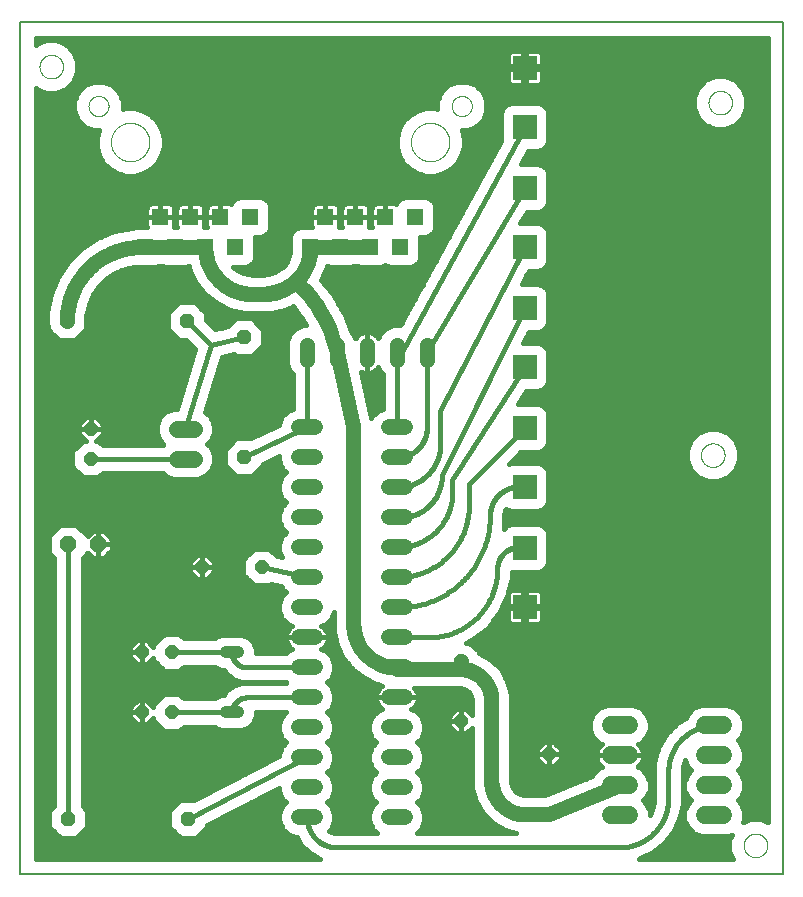
<source format=gtl>
G75*
%MOIN*%
%OFA0B0*%
%FSLAX25Y25*%
%IPPOS*%
%LPD*%
%AMOC8*
5,1,8,0,0,1.08239X$1,22.5*
%
%ADD10C,0.00800*%
%ADD11C,0.00000*%
%ADD12OC8,0.04362*%
%ADD13C,0.05200*%
%ADD14C,0.05150*%
%ADD15C,0.05600*%
%ADD16C,0.06000*%
%ADD17OC8,0.04756*%
%ADD18R,0.05543X0.05543*%
%ADD19OC8,0.05200*%
%ADD20C,0.03969*%
%ADD21R,0.07874X0.07874*%
%ADD22C,0.05000*%
%ADD23C,0.01600*%
%ADD24R,0.03175X0.03175*%
D10*
X0035602Y0001400D02*
X0289913Y0001400D01*
X0289913Y0285400D01*
X0035602Y0285400D01*
X0035602Y0001400D01*
D11*
X0262476Y0141152D02*
X0262478Y0141277D01*
X0262484Y0141402D01*
X0262494Y0141526D01*
X0262508Y0141650D01*
X0262525Y0141774D01*
X0262547Y0141897D01*
X0262573Y0142019D01*
X0262602Y0142141D01*
X0262635Y0142261D01*
X0262673Y0142380D01*
X0262713Y0142499D01*
X0262758Y0142615D01*
X0262806Y0142730D01*
X0262858Y0142844D01*
X0262914Y0142956D01*
X0262973Y0143066D01*
X0263035Y0143174D01*
X0263101Y0143281D01*
X0263170Y0143385D01*
X0263243Y0143486D01*
X0263318Y0143586D01*
X0263397Y0143683D01*
X0263479Y0143777D01*
X0263564Y0143869D01*
X0263651Y0143958D01*
X0263742Y0144044D01*
X0263835Y0144127D01*
X0263931Y0144208D01*
X0264029Y0144285D01*
X0264129Y0144359D01*
X0264232Y0144430D01*
X0264337Y0144497D01*
X0264445Y0144562D01*
X0264554Y0144622D01*
X0264665Y0144680D01*
X0264778Y0144733D01*
X0264892Y0144783D01*
X0265008Y0144830D01*
X0265125Y0144872D01*
X0265244Y0144911D01*
X0265364Y0144947D01*
X0265485Y0144978D01*
X0265607Y0145006D01*
X0265729Y0145029D01*
X0265853Y0145049D01*
X0265977Y0145065D01*
X0266101Y0145077D01*
X0266226Y0145085D01*
X0266351Y0145089D01*
X0266475Y0145089D01*
X0266600Y0145085D01*
X0266725Y0145077D01*
X0266849Y0145065D01*
X0266973Y0145049D01*
X0267097Y0145029D01*
X0267219Y0145006D01*
X0267341Y0144978D01*
X0267462Y0144947D01*
X0267582Y0144911D01*
X0267701Y0144872D01*
X0267818Y0144830D01*
X0267934Y0144783D01*
X0268048Y0144733D01*
X0268161Y0144680D01*
X0268272Y0144622D01*
X0268382Y0144562D01*
X0268489Y0144497D01*
X0268594Y0144430D01*
X0268697Y0144359D01*
X0268797Y0144285D01*
X0268895Y0144208D01*
X0268991Y0144127D01*
X0269084Y0144044D01*
X0269175Y0143958D01*
X0269262Y0143869D01*
X0269347Y0143777D01*
X0269429Y0143683D01*
X0269508Y0143586D01*
X0269583Y0143486D01*
X0269656Y0143385D01*
X0269725Y0143281D01*
X0269791Y0143174D01*
X0269853Y0143066D01*
X0269912Y0142956D01*
X0269968Y0142844D01*
X0270020Y0142730D01*
X0270068Y0142615D01*
X0270113Y0142499D01*
X0270153Y0142380D01*
X0270191Y0142261D01*
X0270224Y0142141D01*
X0270253Y0142019D01*
X0270279Y0141897D01*
X0270301Y0141774D01*
X0270318Y0141650D01*
X0270332Y0141526D01*
X0270342Y0141402D01*
X0270348Y0141277D01*
X0270350Y0141152D01*
X0270348Y0141027D01*
X0270342Y0140902D01*
X0270332Y0140778D01*
X0270318Y0140654D01*
X0270301Y0140530D01*
X0270279Y0140407D01*
X0270253Y0140285D01*
X0270224Y0140163D01*
X0270191Y0140043D01*
X0270153Y0139924D01*
X0270113Y0139805D01*
X0270068Y0139689D01*
X0270020Y0139574D01*
X0269968Y0139460D01*
X0269912Y0139348D01*
X0269853Y0139238D01*
X0269791Y0139130D01*
X0269725Y0139023D01*
X0269656Y0138919D01*
X0269583Y0138818D01*
X0269508Y0138718D01*
X0269429Y0138621D01*
X0269347Y0138527D01*
X0269262Y0138435D01*
X0269175Y0138346D01*
X0269084Y0138260D01*
X0268991Y0138177D01*
X0268895Y0138096D01*
X0268797Y0138019D01*
X0268697Y0137945D01*
X0268594Y0137874D01*
X0268489Y0137807D01*
X0268381Y0137742D01*
X0268272Y0137682D01*
X0268161Y0137624D01*
X0268048Y0137571D01*
X0267934Y0137521D01*
X0267818Y0137474D01*
X0267701Y0137432D01*
X0267582Y0137393D01*
X0267462Y0137357D01*
X0267341Y0137326D01*
X0267219Y0137298D01*
X0267097Y0137275D01*
X0266973Y0137255D01*
X0266849Y0137239D01*
X0266725Y0137227D01*
X0266600Y0137219D01*
X0266475Y0137215D01*
X0266351Y0137215D01*
X0266226Y0137219D01*
X0266101Y0137227D01*
X0265977Y0137239D01*
X0265853Y0137255D01*
X0265729Y0137275D01*
X0265607Y0137298D01*
X0265485Y0137326D01*
X0265364Y0137357D01*
X0265244Y0137393D01*
X0265125Y0137432D01*
X0265008Y0137474D01*
X0264892Y0137521D01*
X0264778Y0137571D01*
X0264665Y0137624D01*
X0264554Y0137682D01*
X0264444Y0137742D01*
X0264337Y0137807D01*
X0264232Y0137874D01*
X0264129Y0137945D01*
X0264029Y0138019D01*
X0263931Y0138096D01*
X0263835Y0138177D01*
X0263742Y0138260D01*
X0263651Y0138346D01*
X0263564Y0138435D01*
X0263479Y0138527D01*
X0263397Y0138621D01*
X0263318Y0138718D01*
X0263243Y0138818D01*
X0263170Y0138919D01*
X0263101Y0139023D01*
X0263035Y0139130D01*
X0262973Y0139238D01*
X0262914Y0139348D01*
X0262858Y0139460D01*
X0262806Y0139574D01*
X0262758Y0139689D01*
X0262713Y0139805D01*
X0262673Y0139924D01*
X0262635Y0140043D01*
X0262602Y0140163D01*
X0262573Y0140285D01*
X0262547Y0140407D01*
X0262525Y0140530D01*
X0262508Y0140654D01*
X0262494Y0140778D01*
X0262484Y0140902D01*
X0262478Y0141027D01*
X0262476Y0141152D01*
X0165818Y0245518D02*
X0165820Y0245678D01*
X0165826Y0245837D01*
X0165836Y0245996D01*
X0165850Y0246155D01*
X0165868Y0246314D01*
X0165889Y0246472D01*
X0165915Y0246629D01*
X0165945Y0246786D01*
X0165978Y0246942D01*
X0166016Y0247097D01*
X0166057Y0247251D01*
X0166102Y0247404D01*
X0166151Y0247556D01*
X0166204Y0247706D01*
X0166260Y0247855D01*
X0166320Y0248003D01*
X0166384Y0248149D01*
X0166452Y0248294D01*
X0166523Y0248437D01*
X0166597Y0248578D01*
X0166675Y0248717D01*
X0166757Y0248854D01*
X0166842Y0248989D01*
X0166930Y0249122D01*
X0167021Y0249253D01*
X0167116Y0249381D01*
X0167214Y0249507D01*
X0167315Y0249631D01*
X0167419Y0249751D01*
X0167526Y0249870D01*
X0167636Y0249985D01*
X0167749Y0250098D01*
X0167864Y0250208D01*
X0167983Y0250315D01*
X0168103Y0250419D01*
X0168227Y0250520D01*
X0168353Y0250618D01*
X0168481Y0250713D01*
X0168612Y0250804D01*
X0168745Y0250892D01*
X0168880Y0250977D01*
X0169017Y0251059D01*
X0169156Y0251137D01*
X0169297Y0251211D01*
X0169440Y0251282D01*
X0169585Y0251350D01*
X0169731Y0251414D01*
X0169879Y0251474D01*
X0170028Y0251530D01*
X0170178Y0251583D01*
X0170330Y0251632D01*
X0170483Y0251677D01*
X0170637Y0251718D01*
X0170792Y0251756D01*
X0170948Y0251789D01*
X0171105Y0251819D01*
X0171262Y0251845D01*
X0171420Y0251866D01*
X0171579Y0251884D01*
X0171738Y0251898D01*
X0171897Y0251908D01*
X0172056Y0251914D01*
X0172216Y0251916D01*
X0172376Y0251914D01*
X0172535Y0251908D01*
X0172694Y0251898D01*
X0172853Y0251884D01*
X0173012Y0251866D01*
X0173170Y0251845D01*
X0173327Y0251819D01*
X0173484Y0251789D01*
X0173640Y0251756D01*
X0173795Y0251718D01*
X0173949Y0251677D01*
X0174102Y0251632D01*
X0174254Y0251583D01*
X0174404Y0251530D01*
X0174553Y0251474D01*
X0174701Y0251414D01*
X0174847Y0251350D01*
X0174992Y0251282D01*
X0175135Y0251211D01*
X0175276Y0251137D01*
X0175415Y0251059D01*
X0175552Y0250977D01*
X0175687Y0250892D01*
X0175820Y0250804D01*
X0175951Y0250713D01*
X0176079Y0250618D01*
X0176205Y0250520D01*
X0176329Y0250419D01*
X0176449Y0250315D01*
X0176568Y0250208D01*
X0176683Y0250098D01*
X0176796Y0249985D01*
X0176906Y0249870D01*
X0177013Y0249751D01*
X0177117Y0249631D01*
X0177218Y0249507D01*
X0177316Y0249381D01*
X0177411Y0249253D01*
X0177502Y0249122D01*
X0177590Y0248989D01*
X0177675Y0248854D01*
X0177757Y0248717D01*
X0177835Y0248578D01*
X0177909Y0248437D01*
X0177980Y0248294D01*
X0178048Y0248149D01*
X0178112Y0248003D01*
X0178172Y0247855D01*
X0178228Y0247706D01*
X0178281Y0247556D01*
X0178330Y0247404D01*
X0178375Y0247251D01*
X0178416Y0247097D01*
X0178454Y0246942D01*
X0178487Y0246786D01*
X0178517Y0246629D01*
X0178543Y0246472D01*
X0178564Y0246314D01*
X0178582Y0246155D01*
X0178596Y0245996D01*
X0178606Y0245837D01*
X0178612Y0245678D01*
X0178614Y0245518D01*
X0178612Y0245358D01*
X0178606Y0245199D01*
X0178596Y0245040D01*
X0178582Y0244881D01*
X0178564Y0244722D01*
X0178543Y0244564D01*
X0178517Y0244407D01*
X0178487Y0244250D01*
X0178454Y0244094D01*
X0178416Y0243939D01*
X0178375Y0243785D01*
X0178330Y0243632D01*
X0178281Y0243480D01*
X0178228Y0243330D01*
X0178172Y0243181D01*
X0178112Y0243033D01*
X0178048Y0242887D01*
X0177980Y0242742D01*
X0177909Y0242599D01*
X0177835Y0242458D01*
X0177757Y0242319D01*
X0177675Y0242182D01*
X0177590Y0242047D01*
X0177502Y0241914D01*
X0177411Y0241783D01*
X0177316Y0241655D01*
X0177218Y0241529D01*
X0177117Y0241405D01*
X0177013Y0241285D01*
X0176906Y0241166D01*
X0176796Y0241051D01*
X0176683Y0240938D01*
X0176568Y0240828D01*
X0176449Y0240721D01*
X0176329Y0240617D01*
X0176205Y0240516D01*
X0176079Y0240418D01*
X0175951Y0240323D01*
X0175820Y0240232D01*
X0175687Y0240144D01*
X0175552Y0240059D01*
X0175415Y0239977D01*
X0175276Y0239899D01*
X0175135Y0239825D01*
X0174992Y0239754D01*
X0174847Y0239686D01*
X0174701Y0239622D01*
X0174553Y0239562D01*
X0174404Y0239506D01*
X0174254Y0239453D01*
X0174102Y0239404D01*
X0173949Y0239359D01*
X0173795Y0239318D01*
X0173640Y0239280D01*
X0173484Y0239247D01*
X0173327Y0239217D01*
X0173170Y0239191D01*
X0173012Y0239170D01*
X0172853Y0239152D01*
X0172694Y0239138D01*
X0172535Y0239128D01*
X0172376Y0239122D01*
X0172216Y0239120D01*
X0172056Y0239122D01*
X0171897Y0239128D01*
X0171738Y0239138D01*
X0171579Y0239152D01*
X0171420Y0239170D01*
X0171262Y0239191D01*
X0171105Y0239217D01*
X0170948Y0239247D01*
X0170792Y0239280D01*
X0170637Y0239318D01*
X0170483Y0239359D01*
X0170330Y0239404D01*
X0170178Y0239453D01*
X0170028Y0239506D01*
X0169879Y0239562D01*
X0169731Y0239622D01*
X0169585Y0239686D01*
X0169440Y0239754D01*
X0169297Y0239825D01*
X0169156Y0239899D01*
X0169017Y0239977D01*
X0168880Y0240059D01*
X0168745Y0240144D01*
X0168612Y0240232D01*
X0168481Y0240323D01*
X0168353Y0240418D01*
X0168227Y0240516D01*
X0168103Y0240617D01*
X0167983Y0240721D01*
X0167864Y0240828D01*
X0167749Y0240938D01*
X0167636Y0241051D01*
X0167526Y0241166D01*
X0167419Y0241285D01*
X0167315Y0241405D01*
X0167214Y0241529D01*
X0167116Y0241655D01*
X0167021Y0241783D01*
X0166930Y0241914D01*
X0166842Y0242047D01*
X0166757Y0242182D01*
X0166675Y0242319D01*
X0166597Y0242458D01*
X0166523Y0242599D01*
X0166452Y0242742D01*
X0166384Y0242887D01*
X0166320Y0243033D01*
X0166260Y0243181D01*
X0166204Y0243330D01*
X0166151Y0243480D01*
X0166102Y0243632D01*
X0166057Y0243785D01*
X0166016Y0243939D01*
X0165978Y0244094D01*
X0165945Y0244250D01*
X0165915Y0244407D01*
X0165889Y0244564D01*
X0165868Y0244722D01*
X0165850Y0244881D01*
X0165836Y0245040D01*
X0165826Y0245199D01*
X0165820Y0245358D01*
X0165818Y0245518D01*
X0179421Y0257526D02*
X0179423Y0257641D01*
X0179429Y0257757D01*
X0179439Y0257872D01*
X0179453Y0257987D01*
X0179471Y0258101D01*
X0179493Y0258214D01*
X0179518Y0258327D01*
X0179548Y0258438D01*
X0179581Y0258549D01*
X0179618Y0258658D01*
X0179659Y0258766D01*
X0179704Y0258873D01*
X0179752Y0258978D01*
X0179804Y0259081D01*
X0179860Y0259182D01*
X0179919Y0259282D01*
X0179981Y0259379D01*
X0180047Y0259474D01*
X0180115Y0259567D01*
X0180187Y0259657D01*
X0180262Y0259745D01*
X0180341Y0259830D01*
X0180422Y0259912D01*
X0180505Y0259992D01*
X0180592Y0260068D01*
X0180681Y0260142D01*
X0180772Y0260212D01*
X0180866Y0260280D01*
X0180962Y0260344D01*
X0181061Y0260404D01*
X0181161Y0260461D01*
X0181263Y0260515D01*
X0181367Y0260565D01*
X0181473Y0260612D01*
X0181580Y0260655D01*
X0181689Y0260694D01*
X0181799Y0260729D01*
X0181910Y0260760D01*
X0182022Y0260788D01*
X0182135Y0260812D01*
X0182249Y0260832D01*
X0182364Y0260848D01*
X0182479Y0260860D01*
X0182594Y0260868D01*
X0182709Y0260872D01*
X0182825Y0260872D01*
X0182940Y0260868D01*
X0183055Y0260860D01*
X0183170Y0260848D01*
X0183285Y0260832D01*
X0183399Y0260812D01*
X0183512Y0260788D01*
X0183624Y0260760D01*
X0183735Y0260729D01*
X0183845Y0260694D01*
X0183954Y0260655D01*
X0184061Y0260612D01*
X0184167Y0260565D01*
X0184271Y0260515D01*
X0184373Y0260461D01*
X0184473Y0260404D01*
X0184572Y0260344D01*
X0184668Y0260280D01*
X0184762Y0260212D01*
X0184853Y0260142D01*
X0184942Y0260068D01*
X0185029Y0259992D01*
X0185112Y0259912D01*
X0185193Y0259830D01*
X0185272Y0259745D01*
X0185347Y0259657D01*
X0185419Y0259567D01*
X0185487Y0259474D01*
X0185553Y0259379D01*
X0185615Y0259282D01*
X0185674Y0259182D01*
X0185730Y0259081D01*
X0185782Y0258978D01*
X0185830Y0258873D01*
X0185875Y0258766D01*
X0185916Y0258658D01*
X0185953Y0258549D01*
X0185986Y0258438D01*
X0186016Y0258327D01*
X0186041Y0258214D01*
X0186063Y0258101D01*
X0186081Y0257987D01*
X0186095Y0257872D01*
X0186105Y0257757D01*
X0186111Y0257641D01*
X0186113Y0257526D01*
X0186111Y0257411D01*
X0186105Y0257295D01*
X0186095Y0257180D01*
X0186081Y0257065D01*
X0186063Y0256951D01*
X0186041Y0256838D01*
X0186016Y0256725D01*
X0185986Y0256614D01*
X0185953Y0256503D01*
X0185916Y0256394D01*
X0185875Y0256286D01*
X0185830Y0256179D01*
X0185782Y0256074D01*
X0185730Y0255971D01*
X0185674Y0255870D01*
X0185615Y0255770D01*
X0185553Y0255673D01*
X0185487Y0255578D01*
X0185419Y0255485D01*
X0185347Y0255395D01*
X0185272Y0255307D01*
X0185193Y0255222D01*
X0185112Y0255140D01*
X0185029Y0255060D01*
X0184942Y0254984D01*
X0184853Y0254910D01*
X0184762Y0254840D01*
X0184668Y0254772D01*
X0184572Y0254708D01*
X0184473Y0254648D01*
X0184373Y0254591D01*
X0184271Y0254537D01*
X0184167Y0254487D01*
X0184061Y0254440D01*
X0183954Y0254397D01*
X0183845Y0254358D01*
X0183735Y0254323D01*
X0183624Y0254292D01*
X0183512Y0254264D01*
X0183399Y0254240D01*
X0183285Y0254220D01*
X0183170Y0254204D01*
X0183055Y0254192D01*
X0182940Y0254184D01*
X0182825Y0254180D01*
X0182709Y0254180D01*
X0182594Y0254184D01*
X0182479Y0254192D01*
X0182364Y0254204D01*
X0182249Y0254220D01*
X0182135Y0254240D01*
X0182022Y0254264D01*
X0181910Y0254292D01*
X0181799Y0254323D01*
X0181689Y0254358D01*
X0181580Y0254397D01*
X0181473Y0254440D01*
X0181367Y0254487D01*
X0181263Y0254537D01*
X0181161Y0254591D01*
X0181061Y0254648D01*
X0180962Y0254708D01*
X0180866Y0254772D01*
X0180772Y0254840D01*
X0180681Y0254910D01*
X0180592Y0254984D01*
X0180505Y0255060D01*
X0180422Y0255140D01*
X0180341Y0255222D01*
X0180262Y0255307D01*
X0180187Y0255395D01*
X0180115Y0255485D01*
X0180047Y0255578D01*
X0179981Y0255673D01*
X0179919Y0255770D01*
X0179860Y0255870D01*
X0179804Y0255971D01*
X0179752Y0256074D01*
X0179704Y0256179D01*
X0179659Y0256286D01*
X0179618Y0256394D01*
X0179581Y0256503D01*
X0179548Y0256614D01*
X0179518Y0256725D01*
X0179493Y0256838D01*
X0179471Y0256951D01*
X0179453Y0257065D01*
X0179439Y0257180D01*
X0179429Y0257295D01*
X0179423Y0257411D01*
X0179421Y0257526D01*
X0264976Y0258652D02*
X0264978Y0258777D01*
X0264984Y0258902D01*
X0264994Y0259026D01*
X0265008Y0259150D01*
X0265025Y0259274D01*
X0265047Y0259397D01*
X0265073Y0259519D01*
X0265102Y0259641D01*
X0265135Y0259761D01*
X0265173Y0259880D01*
X0265213Y0259999D01*
X0265258Y0260115D01*
X0265306Y0260230D01*
X0265358Y0260344D01*
X0265414Y0260456D01*
X0265473Y0260566D01*
X0265535Y0260674D01*
X0265601Y0260781D01*
X0265670Y0260885D01*
X0265743Y0260986D01*
X0265818Y0261086D01*
X0265897Y0261183D01*
X0265979Y0261277D01*
X0266064Y0261369D01*
X0266151Y0261458D01*
X0266242Y0261544D01*
X0266335Y0261627D01*
X0266431Y0261708D01*
X0266529Y0261785D01*
X0266629Y0261859D01*
X0266732Y0261930D01*
X0266837Y0261997D01*
X0266945Y0262062D01*
X0267054Y0262122D01*
X0267165Y0262180D01*
X0267278Y0262233D01*
X0267392Y0262283D01*
X0267508Y0262330D01*
X0267625Y0262372D01*
X0267744Y0262411D01*
X0267864Y0262447D01*
X0267985Y0262478D01*
X0268107Y0262506D01*
X0268229Y0262529D01*
X0268353Y0262549D01*
X0268477Y0262565D01*
X0268601Y0262577D01*
X0268726Y0262585D01*
X0268851Y0262589D01*
X0268975Y0262589D01*
X0269100Y0262585D01*
X0269225Y0262577D01*
X0269349Y0262565D01*
X0269473Y0262549D01*
X0269597Y0262529D01*
X0269719Y0262506D01*
X0269841Y0262478D01*
X0269962Y0262447D01*
X0270082Y0262411D01*
X0270201Y0262372D01*
X0270318Y0262330D01*
X0270434Y0262283D01*
X0270548Y0262233D01*
X0270661Y0262180D01*
X0270772Y0262122D01*
X0270882Y0262062D01*
X0270989Y0261997D01*
X0271094Y0261930D01*
X0271197Y0261859D01*
X0271297Y0261785D01*
X0271395Y0261708D01*
X0271491Y0261627D01*
X0271584Y0261544D01*
X0271675Y0261458D01*
X0271762Y0261369D01*
X0271847Y0261277D01*
X0271929Y0261183D01*
X0272008Y0261086D01*
X0272083Y0260986D01*
X0272156Y0260885D01*
X0272225Y0260781D01*
X0272291Y0260674D01*
X0272353Y0260566D01*
X0272412Y0260456D01*
X0272468Y0260344D01*
X0272520Y0260230D01*
X0272568Y0260115D01*
X0272613Y0259999D01*
X0272653Y0259880D01*
X0272691Y0259761D01*
X0272724Y0259641D01*
X0272753Y0259519D01*
X0272779Y0259397D01*
X0272801Y0259274D01*
X0272818Y0259150D01*
X0272832Y0259026D01*
X0272842Y0258902D01*
X0272848Y0258777D01*
X0272850Y0258652D01*
X0272848Y0258527D01*
X0272842Y0258402D01*
X0272832Y0258278D01*
X0272818Y0258154D01*
X0272801Y0258030D01*
X0272779Y0257907D01*
X0272753Y0257785D01*
X0272724Y0257663D01*
X0272691Y0257543D01*
X0272653Y0257424D01*
X0272613Y0257305D01*
X0272568Y0257189D01*
X0272520Y0257074D01*
X0272468Y0256960D01*
X0272412Y0256848D01*
X0272353Y0256738D01*
X0272291Y0256630D01*
X0272225Y0256523D01*
X0272156Y0256419D01*
X0272083Y0256318D01*
X0272008Y0256218D01*
X0271929Y0256121D01*
X0271847Y0256027D01*
X0271762Y0255935D01*
X0271675Y0255846D01*
X0271584Y0255760D01*
X0271491Y0255677D01*
X0271395Y0255596D01*
X0271297Y0255519D01*
X0271197Y0255445D01*
X0271094Y0255374D01*
X0270989Y0255307D01*
X0270881Y0255242D01*
X0270772Y0255182D01*
X0270661Y0255124D01*
X0270548Y0255071D01*
X0270434Y0255021D01*
X0270318Y0254974D01*
X0270201Y0254932D01*
X0270082Y0254893D01*
X0269962Y0254857D01*
X0269841Y0254826D01*
X0269719Y0254798D01*
X0269597Y0254775D01*
X0269473Y0254755D01*
X0269349Y0254739D01*
X0269225Y0254727D01*
X0269100Y0254719D01*
X0268975Y0254715D01*
X0268851Y0254715D01*
X0268726Y0254719D01*
X0268601Y0254727D01*
X0268477Y0254739D01*
X0268353Y0254755D01*
X0268229Y0254775D01*
X0268107Y0254798D01*
X0267985Y0254826D01*
X0267864Y0254857D01*
X0267744Y0254893D01*
X0267625Y0254932D01*
X0267508Y0254974D01*
X0267392Y0255021D01*
X0267278Y0255071D01*
X0267165Y0255124D01*
X0267054Y0255182D01*
X0266944Y0255242D01*
X0266837Y0255307D01*
X0266732Y0255374D01*
X0266629Y0255445D01*
X0266529Y0255519D01*
X0266431Y0255596D01*
X0266335Y0255677D01*
X0266242Y0255760D01*
X0266151Y0255846D01*
X0266064Y0255935D01*
X0265979Y0256027D01*
X0265897Y0256121D01*
X0265818Y0256218D01*
X0265743Y0256318D01*
X0265670Y0256419D01*
X0265601Y0256523D01*
X0265535Y0256630D01*
X0265473Y0256738D01*
X0265414Y0256848D01*
X0265358Y0256960D01*
X0265306Y0257074D01*
X0265258Y0257189D01*
X0265213Y0257305D01*
X0265173Y0257424D01*
X0265135Y0257543D01*
X0265102Y0257663D01*
X0265073Y0257785D01*
X0265047Y0257907D01*
X0265025Y0258030D01*
X0265008Y0258154D01*
X0264994Y0258278D01*
X0264984Y0258402D01*
X0264978Y0258527D01*
X0264976Y0258652D01*
X0065818Y0245518D02*
X0065820Y0245678D01*
X0065826Y0245837D01*
X0065836Y0245996D01*
X0065850Y0246155D01*
X0065868Y0246314D01*
X0065889Y0246472D01*
X0065915Y0246629D01*
X0065945Y0246786D01*
X0065978Y0246942D01*
X0066016Y0247097D01*
X0066057Y0247251D01*
X0066102Y0247404D01*
X0066151Y0247556D01*
X0066204Y0247706D01*
X0066260Y0247855D01*
X0066320Y0248003D01*
X0066384Y0248149D01*
X0066452Y0248294D01*
X0066523Y0248437D01*
X0066597Y0248578D01*
X0066675Y0248717D01*
X0066757Y0248854D01*
X0066842Y0248989D01*
X0066930Y0249122D01*
X0067021Y0249253D01*
X0067116Y0249381D01*
X0067214Y0249507D01*
X0067315Y0249631D01*
X0067419Y0249751D01*
X0067526Y0249870D01*
X0067636Y0249985D01*
X0067749Y0250098D01*
X0067864Y0250208D01*
X0067983Y0250315D01*
X0068103Y0250419D01*
X0068227Y0250520D01*
X0068353Y0250618D01*
X0068481Y0250713D01*
X0068612Y0250804D01*
X0068745Y0250892D01*
X0068880Y0250977D01*
X0069017Y0251059D01*
X0069156Y0251137D01*
X0069297Y0251211D01*
X0069440Y0251282D01*
X0069585Y0251350D01*
X0069731Y0251414D01*
X0069879Y0251474D01*
X0070028Y0251530D01*
X0070178Y0251583D01*
X0070330Y0251632D01*
X0070483Y0251677D01*
X0070637Y0251718D01*
X0070792Y0251756D01*
X0070948Y0251789D01*
X0071105Y0251819D01*
X0071262Y0251845D01*
X0071420Y0251866D01*
X0071579Y0251884D01*
X0071738Y0251898D01*
X0071897Y0251908D01*
X0072056Y0251914D01*
X0072216Y0251916D01*
X0072376Y0251914D01*
X0072535Y0251908D01*
X0072694Y0251898D01*
X0072853Y0251884D01*
X0073012Y0251866D01*
X0073170Y0251845D01*
X0073327Y0251819D01*
X0073484Y0251789D01*
X0073640Y0251756D01*
X0073795Y0251718D01*
X0073949Y0251677D01*
X0074102Y0251632D01*
X0074254Y0251583D01*
X0074404Y0251530D01*
X0074553Y0251474D01*
X0074701Y0251414D01*
X0074847Y0251350D01*
X0074992Y0251282D01*
X0075135Y0251211D01*
X0075276Y0251137D01*
X0075415Y0251059D01*
X0075552Y0250977D01*
X0075687Y0250892D01*
X0075820Y0250804D01*
X0075951Y0250713D01*
X0076079Y0250618D01*
X0076205Y0250520D01*
X0076329Y0250419D01*
X0076449Y0250315D01*
X0076568Y0250208D01*
X0076683Y0250098D01*
X0076796Y0249985D01*
X0076906Y0249870D01*
X0077013Y0249751D01*
X0077117Y0249631D01*
X0077218Y0249507D01*
X0077316Y0249381D01*
X0077411Y0249253D01*
X0077502Y0249122D01*
X0077590Y0248989D01*
X0077675Y0248854D01*
X0077757Y0248717D01*
X0077835Y0248578D01*
X0077909Y0248437D01*
X0077980Y0248294D01*
X0078048Y0248149D01*
X0078112Y0248003D01*
X0078172Y0247855D01*
X0078228Y0247706D01*
X0078281Y0247556D01*
X0078330Y0247404D01*
X0078375Y0247251D01*
X0078416Y0247097D01*
X0078454Y0246942D01*
X0078487Y0246786D01*
X0078517Y0246629D01*
X0078543Y0246472D01*
X0078564Y0246314D01*
X0078582Y0246155D01*
X0078596Y0245996D01*
X0078606Y0245837D01*
X0078612Y0245678D01*
X0078614Y0245518D01*
X0078612Y0245358D01*
X0078606Y0245199D01*
X0078596Y0245040D01*
X0078582Y0244881D01*
X0078564Y0244722D01*
X0078543Y0244564D01*
X0078517Y0244407D01*
X0078487Y0244250D01*
X0078454Y0244094D01*
X0078416Y0243939D01*
X0078375Y0243785D01*
X0078330Y0243632D01*
X0078281Y0243480D01*
X0078228Y0243330D01*
X0078172Y0243181D01*
X0078112Y0243033D01*
X0078048Y0242887D01*
X0077980Y0242742D01*
X0077909Y0242599D01*
X0077835Y0242458D01*
X0077757Y0242319D01*
X0077675Y0242182D01*
X0077590Y0242047D01*
X0077502Y0241914D01*
X0077411Y0241783D01*
X0077316Y0241655D01*
X0077218Y0241529D01*
X0077117Y0241405D01*
X0077013Y0241285D01*
X0076906Y0241166D01*
X0076796Y0241051D01*
X0076683Y0240938D01*
X0076568Y0240828D01*
X0076449Y0240721D01*
X0076329Y0240617D01*
X0076205Y0240516D01*
X0076079Y0240418D01*
X0075951Y0240323D01*
X0075820Y0240232D01*
X0075687Y0240144D01*
X0075552Y0240059D01*
X0075415Y0239977D01*
X0075276Y0239899D01*
X0075135Y0239825D01*
X0074992Y0239754D01*
X0074847Y0239686D01*
X0074701Y0239622D01*
X0074553Y0239562D01*
X0074404Y0239506D01*
X0074254Y0239453D01*
X0074102Y0239404D01*
X0073949Y0239359D01*
X0073795Y0239318D01*
X0073640Y0239280D01*
X0073484Y0239247D01*
X0073327Y0239217D01*
X0073170Y0239191D01*
X0073012Y0239170D01*
X0072853Y0239152D01*
X0072694Y0239138D01*
X0072535Y0239128D01*
X0072376Y0239122D01*
X0072216Y0239120D01*
X0072056Y0239122D01*
X0071897Y0239128D01*
X0071738Y0239138D01*
X0071579Y0239152D01*
X0071420Y0239170D01*
X0071262Y0239191D01*
X0071105Y0239217D01*
X0070948Y0239247D01*
X0070792Y0239280D01*
X0070637Y0239318D01*
X0070483Y0239359D01*
X0070330Y0239404D01*
X0070178Y0239453D01*
X0070028Y0239506D01*
X0069879Y0239562D01*
X0069731Y0239622D01*
X0069585Y0239686D01*
X0069440Y0239754D01*
X0069297Y0239825D01*
X0069156Y0239899D01*
X0069017Y0239977D01*
X0068880Y0240059D01*
X0068745Y0240144D01*
X0068612Y0240232D01*
X0068481Y0240323D01*
X0068353Y0240418D01*
X0068227Y0240516D01*
X0068103Y0240617D01*
X0067983Y0240721D01*
X0067864Y0240828D01*
X0067749Y0240938D01*
X0067636Y0241051D01*
X0067526Y0241166D01*
X0067419Y0241285D01*
X0067315Y0241405D01*
X0067214Y0241529D01*
X0067116Y0241655D01*
X0067021Y0241783D01*
X0066930Y0241914D01*
X0066842Y0242047D01*
X0066757Y0242182D01*
X0066675Y0242319D01*
X0066597Y0242458D01*
X0066523Y0242599D01*
X0066452Y0242742D01*
X0066384Y0242887D01*
X0066320Y0243033D01*
X0066260Y0243181D01*
X0066204Y0243330D01*
X0066151Y0243480D01*
X0066102Y0243632D01*
X0066057Y0243785D01*
X0066016Y0243939D01*
X0065978Y0244094D01*
X0065945Y0244250D01*
X0065915Y0244407D01*
X0065889Y0244564D01*
X0065868Y0244722D01*
X0065850Y0244881D01*
X0065836Y0245040D01*
X0065826Y0245199D01*
X0065820Y0245358D01*
X0065818Y0245518D01*
X0058319Y0257526D02*
X0058321Y0257641D01*
X0058327Y0257757D01*
X0058337Y0257872D01*
X0058351Y0257987D01*
X0058369Y0258101D01*
X0058391Y0258214D01*
X0058416Y0258327D01*
X0058446Y0258438D01*
X0058479Y0258549D01*
X0058516Y0258658D01*
X0058557Y0258766D01*
X0058602Y0258873D01*
X0058650Y0258978D01*
X0058702Y0259081D01*
X0058758Y0259182D01*
X0058817Y0259282D01*
X0058879Y0259379D01*
X0058945Y0259474D01*
X0059013Y0259567D01*
X0059085Y0259657D01*
X0059160Y0259745D01*
X0059239Y0259830D01*
X0059320Y0259912D01*
X0059403Y0259992D01*
X0059490Y0260068D01*
X0059579Y0260142D01*
X0059670Y0260212D01*
X0059764Y0260280D01*
X0059860Y0260344D01*
X0059959Y0260404D01*
X0060059Y0260461D01*
X0060161Y0260515D01*
X0060265Y0260565D01*
X0060371Y0260612D01*
X0060478Y0260655D01*
X0060587Y0260694D01*
X0060697Y0260729D01*
X0060808Y0260760D01*
X0060920Y0260788D01*
X0061033Y0260812D01*
X0061147Y0260832D01*
X0061262Y0260848D01*
X0061377Y0260860D01*
X0061492Y0260868D01*
X0061607Y0260872D01*
X0061723Y0260872D01*
X0061838Y0260868D01*
X0061953Y0260860D01*
X0062068Y0260848D01*
X0062183Y0260832D01*
X0062297Y0260812D01*
X0062410Y0260788D01*
X0062522Y0260760D01*
X0062633Y0260729D01*
X0062743Y0260694D01*
X0062852Y0260655D01*
X0062959Y0260612D01*
X0063065Y0260565D01*
X0063169Y0260515D01*
X0063271Y0260461D01*
X0063371Y0260404D01*
X0063470Y0260344D01*
X0063566Y0260280D01*
X0063660Y0260212D01*
X0063751Y0260142D01*
X0063840Y0260068D01*
X0063927Y0259992D01*
X0064010Y0259912D01*
X0064091Y0259830D01*
X0064170Y0259745D01*
X0064245Y0259657D01*
X0064317Y0259567D01*
X0064385Y0259474D01*
X0064451Y0259379D01*
X0064513Y0259282D01*
X0064572Y0259182D01*
X0064628Y0259081D01*
X0064680Y0258978D01*
X0064728Y0258873D01*
X0064773Y0258766D01*
X0064814Y0258658D01*
X0064851Y0258549D01*
X0064884Y0258438D01*
X0064914Y0258327D01*
X0064939Y0258214D01*
X0064961Y0258101D01*
X0064979Y0257987D01*
X0064993Y0257872D01*
X0065003Y0257757D01*
X0065009Y0257641D01*
X0065011Y0257526D01*
X0065009Y0257411D01*
X0065003Y0257295D01*
X0064993Y0257180D01*
X0064979Y0257065D01*
X0064961Y0256951D01*
X0064939Y0256838D01*
X0064914Y0256725D01*
X0064884Y0256614D01*
X0064851Y0256503D01*
X0064814Y0256394D01*
X0064773Y0256286D01*
X0064728Y0256179D01*
X0064680Y0256074D01*
X0064628Y0255971D01*
X0064572Y0255870D01*
X0064513Y0255770D01*
X0064451Y0255673D01*
X0064385Y0255578D01*
X0064317Y0255485D01*
X0064245Y0255395D01*
X0064170Y0255307D01*
X0064091Y0255222D01*
X0064010Y0255140D01*
X0063927Y0255060D01*
X0063840Y0254984D01*
X0063751Y0254910D01*
X0063660Y0254840D01*
X0063566Y0254772D01*
X0063470Y0254708D01*
X0063371Y0254648D01*
X0063271Y0254591D01*
X0063169Y0254537D01*
X0063065Y0254487D01*
X0062959Y0254440D01*
X0062852Y0254397D01*
X0062743Y0254358D01*
X0062633Y0254323D01*
X0062522Y0254292D01*
X0062410Y0254264D01*
X0062297Y0254240D01*
X0062183Y0254220D01*
X0062068Y0254204D01*
X0061953Y0254192D01*
X0061838Y0254184D01*
X0061723Y0254180D01*
X0061607Y0254180D01*
X0061492Y0254184D01*
X0061377Y0254192D01*
X0061262Y0254204D01*
X0061147Y0254220D01*
X0061033Y0254240D01*
X0060920Y0254264D01*
X0060808Y0254292D01*
X0060697Y0254323D01*
X0060587Y0254358D01*
X0060478Y0254397D01*
X0060371Y0254440D01*
X0060265Y0254487D01*
X0060161Y0254537D01*
X0060059Y0254591D01*
X0059959Y0254648D01*
X0059860Y0254708D01*
X0059764Y0254772D01*
X0059670Y0254840D01*
X0059579Y0254910D01*
X0059490Y0254984D01*
X0059403Y0255060D01*
X0059320Y0255140D01*
X0059239Y0255222D01*
X0059160Y0255307D01*
X0059085Y0255395D01*
X0059013Y0255485D01*
X0058945Y0255578D01*
X0058879Y0255673D01*
X0058817Y0255770D01*
X0058758Y0255870D01*
X0058702Y0255971D01*
X0058650Y0256074D01*
X0058602Y0256179D01*
X0058557Y0256286D01*
X0058516Y0256394D01*
X0058479Y0256503D01*
X0058446Y0256614D01*
X0058416Y0256725D01*
X0058391Y0256838D01*
X0058369Y0256951D01*
X0058351Y0257065D01*
X0058337Y0257180D01*
X0058327Y0257295D01*
X0058321Y0257411D01*
X0058319Y0257526D01*
X0041976Y0270652D02*
X0041978Y0270777D01*
X0041984Y0270902D01*
X0041994Y0271026D01*
X0042008Y0271150D01*
X0042025Y0271274D01*
X0042047Y0271397D01*
X0042073Y0271519D01*
X0042102Y0271641D01*
X0042135Y0271761D01*
X0042173Y0271880D01*
X0042213Y0271999D01*
X0042258Y0272115D01*
X0042306Y0272230D01*
X0042358Y0272344D01*
X0042414Y0272456D01*
X0042473Y0272566D01*
X0042535Y0272674D01*
X0042601Y0272781D01*
X0042670Y0272885D01*
X0042743Y0272986D01*
X0042818Y0273086D01*
X0042897Y0273183D01*
X0042979Y0273277D01*
X0043064Y0273369D01*
X0043151Y0273458D01*
X0043242Y0273544D01*
X0043335Y0273627D01*
X0043431Y0273708D01*
X0043529Y0273785D01*
X0043629Y0273859D01*
X0043732Y0273930D01*
X0043837Y0273997D01*
X0043945Y0274062D01*
X0044054Y0274122D01*
X0044165Y0274180D01*
X0044278Y0274233D01*
X0044392Y0274283D01*
X0044508Y0274330D01*
X0044625Y0274372D01*
X0044744Y0274411D01*
X0044864Y0274447D01*
X0044985Y0274478D01*
X0045107Y0274506D01*
X0045229Y0274529D01*
X0045353Y0274549D01*
X0045477Y0274565D01*
X0045601Y0274577D01*
X0045726Y0274585D01*
X0045851Y0274589D01*
X0045975Y0274589D01*
X0046100Y0274585D01*
X0046225Y0274577D01*
X0046349Y0274565D01*
X0046473Y0274549D01*
X0046597Y0274529D01*
X0046719Y0274506D01*
X0046841Y0274478D01*
X0046962Y0274447D01*
X0047082Y0274411D01*
X0047201Y0274372D01*
X0047318Y0274330D01*
X0047434Y0274283D01*
X0047548Y0274233D01*
X0047661Y0274180D01*
X0047772Y0274122D01*
X0047882Y0274062D01*
X0047989Y0273997D01*
X0048094Y0273930D01*
X0048197Y0273859D01*
X0048297Y0273785D01*
X0048395Y0273708D01*
X0048491Y0273627D01*
X0048584Y0273544D01*
X0048675Y0273458D01*
X0048762Y0273369D01*
X0048847Y0273277D01*
X0048929Y0273183D01*
X0049008Y0273086D01*
X0049083Y0272986D01*
X0049156Y0272885D01*
X0049225Y0272781D01*
X0049291Y0272674D01*
X0049353Y0272566D01*
X0049412Y0272456D01*
X0049468Y0272344D01*
X0049520Y0272230D01*
X0049568Y0272115D01*
X0049613Y0271999D01*
X0049653Y0271880D01*
X0049691Y0271761D01*
X0049724Y0271641D01*
X0049753Y0271519D01*
X0049779Y0271397D01*
X0049801Y0271274D01*
X0049818Y0271150D01*
X0049832Y0271026D01*
X0049842Y0270902D01*
X0049848Y0270777D01*
X0049850Y0270652D01*
X0049848Y0270527D01*
X0049842Y0270402D01*
X0049832Y0270278D01*
X0049818Y0270154D01*
X0049801Y0270030D01*
X0049779Y0269907D01*
X0049753Y0269785D01*
X0049724Y0269663D01*
X0049691Y0269543D01*
X0049653Y0269424D01*
X0049613Y0269305D01*
X0049568Y0269189D01*
X0049520Y0269074D01*
X0049468Y0268960D01*
X0049412Y0268848D01*
X0049353Y0268738D01*
X0049291Y0268630D01*
X0049225Y0268523D01*
X0049156Y0268419D01*
X0049083Y0268318D01*
X0049008Y0268218D01*
X0048929Y0268121D01*
X0048847Y0268027D01*
X0048762Y0267935D01*
X0048675Y0267846D01*
X0048584Y0267760D01*
X0048491Y0267677D01*
X0048395Y0267596D01*
X0048297Y0267519D01*
X0048197Y0267445D01*
X0048094Y0267374D01*
X0047989Y0267307D01*
X0047881Y0267242D01*
X0047772Y0267182D01*
X0047661Y0267124D01*
X0047548Y0267071D01*
X0047434Y0267021D01*
X0047318Y0266974D01*
X0047201Y0266932D01*
X0047082Y0266893D01*
X0046962Y0266857D01*
X0046841Y0266826D01*
X0046719Y0266798D01*
X0046597Y0266775D01*
X0046473Y0266755D01*
X0046349Y0266739D01*
X0046225Y0266727D01*
X0046100Y0266719D01*
X0045975Y0266715D01*
X0045851Y0266715D01*
X0045726Y0266719D01*
X0045601Y0266727D01*
X0045477Y0266739D01*
X0045353Y0266755D01*
X0045229Y0266775D01*
X0045107Y0266798D01*
X0044985Y0266826D01*
X0044864Y0266857D01*
X0044744Y0266893D01*
X0044625Y0266932D01*
X0044508Y0266974D01*
X0044392Y0267021D01*
X0044278Y0267071D01*
X0044165Y0267124D01*
X0044054Y0267182D01*
X0043944Y0267242D01*
X0043837Y0267307D01*
X0043732Y0267374D01*
X0043629Y0267445D01*
X0043529Y0267519D01*
X0043431Y0267596D01*
X0043335Y0267677D01*
X0043242Y0267760D01*
X0043151Y0267846D01*
X0043064Y0267935D01*
X0042979Y0268027D01*
X0042897Y0268121D01*
X0042818Y0268218D01*
X0042743Y0268318D01*
X0042670Y0268419D01*
X0042601Y0268523D01*
X0042535Y0268630D01*
X0042473Y0268738D01*
X0042414Y0268848D01*
X0042358Y0268960D01*
X0042306Y0269074D01*
X0042258Y0269189D01*
X0042213Y0269305D01*
X0042173Y0269424D01*
X0042135Y0269543D01*
X0042102Y0269663D01*
X0042073Y0269785D01*
X0042047Y0269907D01*
X0042025Y0270030D01*
X0042008Y0270154D01*
X0041994Y0270278D01*
X0041984Y0270402D01*
X0041978Y0270527D01*
X0041976Y0270652D01*
X0276728Y0011065D02*
X0276730Y0011190D01*
X0276736Y0011315D01*
X0276746Y0011439D01*
X0276760Y0011563D01*
X0276777Y0011687D01*
X0276799Y0011810D01*
X0276825Y0011932D01*
X0276854Y0012054D01*
X0276887Y0012174D01*
X0276925Y0012293D01*
X0276965Y0012412D01*
X0277010Y0012528D01*
X0277058Y0012643D01*
X0277110Y0012757D01*
X0277166Y0012869D01*
X0277225Y0012979D01*
X0277287Y0013087D01*
X0277353Y0013194D01*
X0277422Y0013298D01*
X0277495Y0013399D01*
X0277570Y0013499D01*
X0277649Y0013596D01*
X0277731Y0013690D01*
X0277816Y0013782D01*
X0277903Y0013871D01*
X0277994Y0013957D01*
X0278087Y0014040D01*
X0278183Y0014121D01*
X0278281Y0014198D01*
X0278381Y0014272D01*
X0278484Y0014343D01*
X0278589Y0014410D01*
X0278697Y0014475D01*
X0278806Y0014535D01*
X0278917Y0014593D01*
X0279030Y0014646D01*
X0279144Y0014696D01*
X0279260Y0014743D01*
X0279377Y0014785D01*
X0279496Y0014824D01*
X0279616Y0014860D01*
X0279737Y0014891D01*
X0279859Y0014919D01*
X0279981Y0014942D01*
X0280105Y0014962D01*
X0280229Y0014978D01*
X0280353Y0014990D01*
X0280478Y0014998D01*
X0280603Y0015002D01*
X0280727Y0015002D01*
X0280852Y0014998D01*
X0280977Y0014990D01*
X0281101Y0014978D01*
X0281225Y0014962D01*
X0281349Y0014942D01*
X0281471Y0014919D01*
X0281593Y0014891D01*
X0281714Y0014860D01*
X0281834Y0014824D01*
X0281953Y0014785D01*
X0282070Y0014743D01*
X0282186Y0014696D01*
X0282300Y0014646D01*
X0282413Y0014593D01*
X0282524Y0014535D01*
X0282634Y0014475D01*
X0282741Y0014410D01*
X0282846Y0014343D01*
X0282949Y0014272D01*
X0283049Y0014198D01*
X0283147Y0014121D01*
X0283243Y0014040D01*
X0283336Y0013957D01*
X0283427Y0013871D01*
X0283514Y0013782D01*
X0283599Y0013690D01*
X0283681Y0013596D01*
X0283760Y0013499D01*
X0283835Y0013399D01*
X0283908Y0013298D01*
X0283977Y0013194D01*
X0284043Y0013087D01*
X0284105Y0012979D01*
X0284164Y0012869D01*
X0284220Y0012757D01*
X0284272Y0012643D01*
X0284320Y0012528D01*
X0284365Y0012412D01*
X0284405Y0012293D01*
X0284443Y0012174D01*
X0284476Y0012054D01*
X0284505Y0011932D01*
X0284531Y0011810D01*
X0284553Y0011687D01*
X0284570Y0011563D01*
X0284584Y0011439D01*
X0284594Y0011315D01*
X0284600Y0011190D01*
X0284602Y0011065D01*
X0284600Y0010940D01*
X0284594Y0010815D01*
X0284584Y0010691D01*
X0284570Y0010567D01*
X0284553Y0010443D01*
X0284531Y0010320D01*
X0284505Y0010198D01*
X0284476Y0010076D01*
X0284443Y0009956D01*
X0284405Y0009837D01*
X0284365Y0009718D01*
X0284320Y0009602D01*
X0284272Y0009487D01*
X0284220Y0009373D01*
X0284164Y0009261D01*
X0284105Y0009151D01*
X0284043Y0009043D01*
X0283977Y0008936D01*
X0283908Y0008832D01*
X0283835Y0008731D01*
X0283760Y0008631D01*
X0283681Y0008534D01*
X0283599Y0008440D01*
X0283514Y0008348D01*
X0283427Y0008259D01*
X0283336Y0008173D01*
X0283243Y0008090D01*
X0283147Y0008009D01*
X0283049Y0007932D01*
X0282949Y0007858D01*
X0282846Y0007787D01*
X0282741Y0007720D01*
X0282633Y0007655D01*
X0282524Y0007595D01*
X0282413Y0007537D01*
X0282300Y0007484D01*
X0282186Y0007434D01*
X0282070Y0007387D01*
X0281953Y0007345D01*
X0281834Y0007306D01*
X0281714Y0007270D01*
X0281593Y0007239D01*
X0281471Y0007211D01*
X0281349Y0007188D01*
X0281225Y0007168D01*
X0281101Y0007152D01*
X0280977Y0007140D01*
X0280852Y0007132D01*
X0280727Y0007128D01*
X0280603Y0007128D01*
X0280478Y0007132D01*
X0280353Y0007140D01*
X0280229Y0007152D01*
X0280105Y0007168D01*
X0279981Y0007188D01*
X0279859Y0007211D01*
X0279737Y0007239D01*
X0279616Y0007270D01*
X0279496Y0007306D01*
X0279377Y0007345D01*
X0279260Y0007387D01*
X0279144Y0007434D01*
X0279030Y0007484D01*
X0278917Y0007537D01*
X0278806Y0007595D01*
X0278696Y0007655D01*
X0278589Y0007720D01*
X0278484Y0007787D01*
X0278381Y0007858D01*
X0278281Y0007932D01*
X0278183Y0008009D01*
X0278087Y0008090D01*
X0277994Y0008173D01*
X0277903Y0008259D01*
X0277816Y0008348D01*
X0277731Y0008440D01*
X0277649Y0008534D01*
X0277570Y0008631D01*
X0277495Y0008731D01*
X0277422Y0008832D01*
X0277353Y0008936D01*
X0277287Y0009043D01*
X0277225Y0009151D01*
X0277166Y0009261D01*
X0277110Y0009373D01*
X0277058Y0009487D01*
X0277010Y0009602D01*
X0276965Y0009718D01*
X0276925Y0009837D01*
X0276887Y0009956D01*
X0276854Y0010076D01*
X0276825Y0010198D01*
X0276799Y0010320D01*
X0276777Y0010443D01*
X0276760Y0010567D01*
X0276746Y0010691D01*
X0276736Y0010815D01*
X0276730Y0010940D01*
X0276728Y0011065D01*
D12*
X0211787Y0021400D03*
X0211787Y0041400D03*
X0182602Y0052400D03*
X0182602Y0072400D03*
X0116102Y0103900D03*
X0096102Y0103900D03*
X0086102Y0075400D03*
X0076102Y0075400D03*
X0076102Y0055400D03*
X0086102Y0055400D03*
X0059102Y0139900D03*
X0059102Y0149900D03*
D13*
X0128502Y0150400D02*
X0133702Y0150400D01*
X0133702Y0140400D02*
X0128502Y0140400D01*
X0128502Y0130400D02*
X0133702Y0130400D01*
X0133702Y0120400D02*
X0128502Y0120400D01*
X0128502Y0110400D02*
X0133702Y0110400D01*
X0133702Y0100400D02*
X0128502Y0100400D01*
X0128502Y0090400D02*
X0133702Y0090400D01*
X0133702Y0080400D02*
X0128502Y0080400D01*
X0128502Y0070400D02*
X0133702Y0070400D01*
X0133702Y0060400D02*
X0128502Y0060400D01*
X0128502Y0050400D02*
X0133702Y0050400D01*
X0133702Y0040400D02*
X0128502Y0040400D01*
X0128502Y0030400D02*
X0133702Y0030400D01*
X0133702Y0020400D02*
X0128502Y0020400D01*
X0158502Y0020400D02*
X0163702Y0020400D01*
X0163702Y0030400D02*
X0158502Y0030400D01*
X0158502Y0040400D02*
X0163702Y0040400D01*
X0163702Y0050400D02*
X0158502Y0050400D01*
X0158502Y0060400D02*
X0163702Y0060400D01*
X0163702Y0070400D02*
X0158502Y0070400D01*
X0158502Y0080400D02*
X0163702Y0080400D01*
X0163702Y0090400D02*
X0158502Y0090400D01*
X0158502Y0100400D02*
X0163702Y0100400D01*
X0163702Y0110400D02*
X0158502Y0110400D01*
X0158502Y0120400D02*
X0163702Y0120400D01*
X0163702Y0130400D02*
X0158502Y0130400D01*
X0158502Y0140400D02*
X0163702Y0140400D01*
X0163702Y0150400D02*
X0158502Y0150400D01*
D14*
X0161102Y0172825D02*
X0161102Y0177975D01*
X0171102Y0177975D02*
X0171102Y0172825D01*
X0151102Y0172825D02*
X0151102Y0177975D01*
X0141102Y0177975D02*
X0141102Y0172825D01*
X0131102Y0172825D02*
X0131102Y0177975D01*
D15*
X0093402Y0149900D02*
X0087802Y0149900D01*
X0087802Y0139900D02*
X0093402Y0139900D01*
D16*
X0232409Y0051065D02*
X0238409Y0051065D01*
X0238409Y0041065D02*
X0232409Y0041065D01*
X0232409Y0031065D02*
X0238409Y0031065D01*
X0238409Y0021065D02*
X0232409Y0021065D01*
X0263905Y0021065D02*
X0269905Y0021065D01*
X0269905Y0031065D02*
X0263905Y0031065D01*
X0263905Y0041065D02*
X0269905Y0041065D01*
X0269905Y0051065D02*
X0263905Y0051065D01*
D17*
X0110102Y0140400D03*
X0110102Y0180400D03*
X0091102Y0185900D03*
X0051102Y0185900D03*
X0051602Y0019900D03*
X0091602Y0019900D03*
D18*
X0087216Y0210518D03*
X0077216Y0210518D03*
X0082216Y0220518D03*
X0092216Y0220518D03*
X0102216Y0220518D03*
X0112216Y0220518D03*
X0107216Y0210518D03*
X0097216Y0210518D03*
X0132216Y0210518D03*
X0142216Y0210518D03*
X0152216Y0210518D03*
X0162216Y0210518D03*
X0157216Y0220518D03*
X0147216Y0220518D03*
X0137216Y0220518D03*
X0167216Y0220518D03*
D19*
X0061602Y0111400D03*
X0051602Y0111400D03*
D20*
X0104118Y0075400D02*
X0108086Y0075400D01*
X0108086Y0055400D02*
X0104118Y0055400D01*
D21*
X0203732Y0090557D03*
X0203732Y0110243D03*
X0203732Y0130557D03*
X0203732Y0150243D03*
X0203732Y0170557D03*
X0203732Y0190243D03*
X0203732Y0210557D03*
X0203732Y0230243D03*
X0203732Y0250557D03*
X0203732Y0270243D03*
D22*
X0152216Y0210518D02*
X0142216Y0210518D01*
X0132216Y0210518D01*
X0127602Y0198900D02*
X0123102Y0196400D01*
X0120102Y0195400D01*
X0116598Y0194900D01*
X0112834Y0194900D01*
X0112457Y0194905D01*
X0112079Y0194918D01*
X0111703Y0194941D01*
X0111327Y0194973D01*
X0110951Y0195014D01*
X0110577Y0195064D01*
X0110205Y0195123D01*
X0109833Y0195191D01*
X0109464Y0195268D01*
X0109096Y0195354D01*
X0108731Y0195449D01*
X0108368Y0195552D01*
X0108008Y0195664D01*
X0107650Y0195785D01*
X0107296Y0195915D01*
X0106945Y0196053D01*
X0106597Y0196200D01*
X0106253Y0196354D01*
X0105912Y0196518D01*
X0105576Y0196689D01*
X0105244Y0196868D01*
X0104916Y0197056D01*
X0104593Y0197251D01*
X0104275Y0197454D01*
X0103962Y0197665D01*
X0103654Y0197883D01*
X0103351Y0198108D01*
X0103054Y0198341D01*
X0102763Y0198581D01*
X0102477Y0198828D01*
X0102198Y0199081D01*
X0101925Y0199342D01*
X0101658Y0199609D01*
X0101397Y0199882D01*
X0101144Y0200161D01*
X0100897Y0200447D01*
X0100657Y0200738D01*
X0100424Y0201035D01*
X0100199Y0201338D01*
X0099981Y0201646D01*
X0099770Y0201959D01*
X0099567Y0202277D01*
X0099372Y0202600D01*
X0099184Y0202928D01*
X0099005Y0203260D01*
X0098834Y0203596D01*
X0098670Y0203937D01*
X0098516Y0204281D01*
X0098369Y0204629D01*
X0098231Y0204980D01*
X0098101Y0205334D01*
X0097980Y0205692D01*
X0097868Y0206052D01*
X0097765Y0206415D01*
X0097670Y0206780D01*
X0097584Y0207148D01*
X0097507Y0207517D01*
X0097439Y0207889D01*
X0097380Y0208261D01*
X0097330Y0208635D01*
X0097289Y0209011D01*
X0097257Y0209387D01*
X0097234Y0209763D01*
X0097221Y0210141D01*
X0097216Y0210518D01*
X0087216Y0210518D01*
X0077216Y0210518D01*
X0075720Y0210518D01*
X0075125Y0210511D01*
X0074531Y0210489D01*
X0073937Y0210453D01*
X0073344Y0210403D01*
X0072753Y0210339D01*
X0072163Y0210260D01*
X0071575Y0210167D01*
X0070990Y0210059D01*
X0070408Y0209938D01*
X0069829Y0209803D01*
X0069253Y0209653D01*
X0068681Y0209490D01*
X0068113Y0209313D01*
X0067549Y0209122D01*
X0066990Y0208918D01*
X0066437Y0208701D01*
X0065888Y0208470D01*
X0065346Y0208225D01*
X0064810Y0207968D01*
X0064279Y0207698D01*
X0063756Y0207415D01*
X0063240Y0207120D01*
X0062731Y0206812D01*
X0062229Y0206492D01*
X0061735Y0206160D01*
X0061250Y0205816D01*
X0060773Y0205461D01*
X0060305Y0205094D01*
X0059845Y0204716D01*
X0059395Y0204327D01*
X0058955Y0203927D01*
X0058524Y0203517D01*
X0058103Y0203096D01*
X0057693Y0202665D01*
X0057293Y0202225D01*
X0056904Y0201775D01*
X0056526Y0201315D01*
X0056159Y0200847D01*
X0055804Y0200370D01*
X0055460Y0199885D01*
X0055128Y0199391D01*
X0054808Y0198889D01*
X0054500Y0198380D01*
X0054205Y0197864D01*
X0053922Y0197341D01*
X0053652Y0196810D01*
X0053395Y0196274D01*
X0053150Y0195732D01*
X0052919Y0195183D01*
X0052702Y0194630D01*
X0052498Y0194071D01*
X0052307Y0193507D01*
X0052130Y0192939D01*
X0051967Y0192367D01*
X0051817Y0191791D01*
X0051682Y0191212D01*
X0051561Y0190630D01*
X0051453Y0190045D01*
X0051360Y0189457D01*
X0051281Y0188867D01*
X0051217Y0188276D01*
X0051167Y0187683D01*
X0051131Y0187089D01*
X0051109Y0186495D01*
X0051102Y0185900D01*
X0127603Y0198901D02*
X0128400Y0198142D01*
X0129178Y0197364D01*
X0129938Y0196568D01*
X0130678Y0195753D01*
X0131399Y0194922D01*
X0132099Y0194073D01*
X0132779Y0193207D01*
X0133438Y0192325D01*
X0134075Y0191428D01*
X0134691Y0190516D01*
X0135284Y0189589D01*
X0135855Y0188648D01*
X0136403Y0187694D01*
X0136928Y0186727D01*
X0137430Y0185747D01*
X0137908Y0184756D01*
X0138362Y0183753D01*
X0138792Y0182740D01*
X0139197Y0181717D01*
X0139578Y0180684D01*
X0139933Y0179643D01*
X0140264Y0178593D01*
X0140569Y0177536D01*
X0140849Y0176471D01*
X0141103Y0175400D01*
X0141102Y0175400D02*
X0146602Y0150900D01*
X0146602Y0084900D01*
X0146606Y0084550D01*
X0146619Y0084199D01*
X0146640Y0083850D01*
X0146670Y0083501D01*
X0146708Y0083152D01*
X0146754Y0082805D01*
X0146809Y0082459D01*
X0146872Y0082114D01*
X0146944Y0081771D01*
X0147023Y0081430D01*
X0147111Y0081091D01*
X0147207Y0080754D01*
X0147312Y0080419D01*
X0147424Y0080087D01*
X0147544Y0079758D01*
X0147672Y0079432D01*
X0147809Y0079109D01*
X0147952Y0078790D01*
X0148104Y0078474D01*
X0148263Y0078162D01*
X0148429Y0077853D01*
X0148603Y0077549D01*
X0148785Y0077249D01*
X0148973Y0076954D01*
X0149169Y0076663D01*
X0149371Y0076377D01*
X0149581Y0076096D01*
X0149797Y0075820D01*
X0150019Y0075550D01*
X0150249Y0075285D01*
X0150484Y0075025D01*
X0150726Y0074772D01*
X0150974Y0074524D01*
X0151227Y0074282D01*
X0151487Y0074047D01*
X0151752Y0073817D01*
X0152022Y0073595D01*
X0152298Y0073379D01*
X0152579Y0073169D01*
X0152865Y0072967D01*
X0153156Y0072771D01*
X0153451Y0072583D01*
X0153751Y0072401D01*
X0154055Y0072227D01*
X0154364Y0072061D01*
X0154676Y0071902D01*
X0154992Y0071750D01*
X0155311Y0071607D01*
X0155634Y0071470D01*
X0155960Y0071342D01*
X0156289Y0071222D01*
X0156621Y0071110D01*
X0156956Y0071005D01*
X0157293Y0070909D01*
X0157632Y0070821D01*
X0157973Y0070742D01*
X0158316Y0070670D01*
X0158661Y0070607D01*
X0159007Y0070552D01*
X0159354Y0070506D01*
X0159703Y0070468D01*
X0160052Y0070438D01*
X0160401Y0070417D01*
X0160752Y0070404D01*
X0161102Y0070400D01*
X0161104Y0070356D01*
X0161110Y0070313D01*
X0161119Y0070271D01*
X0161132Y0070229D01*
X0161149Y0070189D01*
X0161169Y0070150D01*
X0161192Y0070113D01*
X0161219Y0070079D01*
X0161248Y0070046D01*
X0161281Y0070017D01*
X0161315Y0069990D01*
X0161352Y0069967D01*
X0161391Y0069947D01*
X0161431Y0069930D01*
X0161473Y0069917D01*
X0161515Y0069908D01*
X0161558Y0069902D01*
X0161602Y0069900D01*
X0182102Y0069900D01*
X0182146Y0069902D01*
X0182189Y0069908D01*
X0182231Y0069917D01*
X0182273Y0069930D01*
X0182313Y0069947D01*
X0182352Y0069967D01*
X0182389Y0069990D01*
X0182423Y0070017D01*
X0182456Y0070046D01*
X0182485Y0070079D01*
X0182512Y0070113D01*
X0182535Y0070150D01*
X0182555Y0070189D01*
X0182572Y0070229D01*
X0182585Y0070271D01*
X0182594Y0070313D01*
X0182600Y0070356D01*
X0182602Y0070400D01*
X0182602Y0072400D01*
X0182102Y0069900D02*
X0182356Y0069897D01*
X0182609Y0069888D01*
X0182863Y0069872D01*
X0183115Y0069851D01*
X0183368Y0069823D01*
X0183619Y0069790D01*
X0183870Y0069750D01*
X0184119Y0069704D01*
X0184368Y0069653D01*
X0184615Y0069595D01*
X0184860Y0069531D01*
X0185104Y0069462D01*
X0185347Y0069386D01*
X0185587Y0069305D01*
X0185825Y0069218D01*
X0186061Y0069125D01*
X0186295Y0069026D01*
X0186527Y0068922D01*
X0186756Y0068812D01*
X0186982Y0068697D01*
X0187205Y0068577D01*
X0187425Y0068451D01*
X0187642Y0068319D01*
X0187856Y0068183D01*
X0188067Y0068041D01*
X0188274Y0067895D01*
X0188477Y0067743D01*
X0188677Y0067587D01*
X0188873Y0067425D01*
X0189065Y0067259D01*
X0189253Y0067089D01*
X0189436Y0066914D01*
X0189616Y0066734D01*
X0189791Y0066551D01*
X0189961Y0066363D01*
X0190127Y0066171D01*
X0190289Y0065975D01*
X0190445Y0065775D01*
X0190597Y0065572D01*
X0190743Y0065365D01*
X0190885Y0065154D01*
X0191021Y0064940D01*
X0191153Y0064723D01*
X0191279Y0064503D01*
X0191399Y0064280D01*
X0191514Y0064054D01*
X0191624Y0063825D01*
X0191728Y0063593D01*
X0191827Y0063359D01*
X0191920Y0063123D01*
X0192007Y0062885D01*
X0192088Y0062645D01*
X0192164Y0062402D01*
X0192233Y0062158D01*
X0192297Y0061913D01*
X0192355Y0061666D01*
X0192406Y0061417D01*
X0192452Y0061168D01*
X0192492Y0060917D01*
X0192525Y0060666D01*
X0192553Y0060413D01*
X0192574Y0060161D01*
X0192590Y0059907D01*
X0192599Y0059654D01*
X0192602Y0059400D01*
X0192602Y0032711D01*
X0192605Y0032438D01*
X0192615Y0032165D01*
X0192632Y0031892D01*
X0192655Y0031619D01*
X0192684Y0031348D01*
X0192721Y0031077D01*
X0192763Y0030807D01*
X0192813Y0030538D01*
X0192868Y0030270D01*
X0192931Y0030004D01*
X0192999Y0029740D01*
X0193074Y0029477D01*
X0193156Y0029216D01*
X0193243Y0028957D01*
X0193337Y0028700D01*
X0193437Y0028446D01*
X0193543Y0028194D01*
X0193655Y0027945D01*
X0193774Y0027698D01*
X0193898Y0027455D01*
X0194028Y0027214D01*
X0194163Y0026977D01*
X0194305Y0026743D01*
X0194452Y0026512D01*
X0194604Y0026286D01*
X0194762Y0026063D01*
X0194926Y0025843D01*
X0195094Y0025628D01*
X0195268Y0025417D01*
X0195447Y0025210D01*
X0195630Y0025008D01*
X0195819Y0024810D01*
X0196012Y0024617D01*
X0196210Y0024428D01*
X0196412Y0024245D01*
X0196619Y0024066D01*
X0196830Y0023892D01*
X0197045Y0023724D01*
X0197265Y0023560D01*
X0197488Y0023402D01*
X0197714Y0023250D01*
X0197945Y0023103D01*
X0198179Y0022961D01*
X0198416Y0022826D01*
X0198657Y0022696D01*
X0198900Y0022572D01*
X0199147Y0022453D01*
X0199396Y0022341D01*
X0199648Y0022235D01*
X0199902Y0022135D01*
X0200159Y0022041D01*
X0200418Y0021954D01*
X0200679Y0021872D01*
X0200942Y0021797D01*
X0201206Y0021729D01*
X0201472Y0021666D01*
X0201740Y0021611D01*
X0202009Y0021561D01*
X0202279Y0021519D01*
X0202550Y0021482D01*
X0202821Y0021453D01*
X0203094Y0021430D01*
X0203367Y0021413D01*
X0203640Y0021403D01*
X0203913Y0021400D01*
X0211787Y0021400D01*
X0235409Y0031065D01*
X0116598Y0194900D02*
X0116975Y0194905D01*
X0117353Y0194918D01*
X0117729Y0194941D01*
X0118105Y0194973D01*
X0118481Y0195014D01*
X0118855Y0195064D01*
X0119227Y0195123D01*
X0119599Y0195191D01*
X0119968Y0195268D01*
X0120336Y0195354D01*
X0120701Y0195449D01*
X0121064Y0195552D01*
X0121424Y0195664D01*
X0121782Y0195785D01*
X0122136Y0195915D01*
X0122487Y0196053D01*
X0122835Y0196200D01*
X0123179Y0196354D01*
X0123520Y0196518D01*
X0123856Y0196689D01*
X0124188Y0196868D01*
X0124516Y0197056D01*
X0124839Y0197251D01*
X0125157Y0197454D01*
X0125470Y0197665D01*
X0125778Y0197883D01*
X0126081Y0198108D01*
X0126378Y0198341D01*
X0126669Y0198581D01*
X0126955Y0198828D01*
X0127234Y0199081D01*
X0127507Y0199342D01*
X0127774Y0199609D01*
X0128035Y0199882D01*
X0128288Y0200161D01*
X0128535Y0200447D01*
X0128775Y0200738D01*
X0129008Y0201035D01*
X0129233Y0201338D01*
X0129451Y0201646D01*
X0129662Y0201959D01*
X0129865Y0202277D01*
X0130060Y0202600D01*
X0130248Y0202928D01*
X0130427Y0203260D01*
X0130598Y0203596D01*
X0130762Y0203937D01*
X0130916Y0204281D01*
X0131063Y0204629D01*
X0131201Y0204980D01*
X0131331Y0205334D01*
X0131452Y0205692D01*
X0131564Y0206052D01*
X0131667Y0206415D01*
X0131762Y0206780D01*
X0131848Y0207148D01*
X0131925Y0207517D01*
X0131993Y0207889D01*
X0132052Y0208261D01*
X0132102Y0208635D01*
X0132143Y0209011D01*
X0132175Y0209387D01*
X0132198Y0209763D01*
X0132211Y0210141D01*
X0132216Y0210518D01*
D23*
X0125495Y0210805D02*
X0113937Y0210805D01*
X0113937Y0212403D02*
X0125495Y0212403D01*
X0125495Y0214002D02*
X0116269Y0214002D01*
X0115774Y0213797D02*
X0117225Y0214398D01*
X0118336Y0215509D01*
X0118937Y0216961D01*
X0118937Y0224075D01*
X0118336Y0225527D01*
X0117225Y0226638D01*
X0115774Y0227239D01*
X0108659Y0227239D01*
X0107207Y0226638D01*
X0106096Y0225527D01*
X0105829Y0224882D01*
X0105683Y0224967D01*
X0105225Y0225090D01*
X0102302Y0225090D01*
X0102302Y0220604D01*
X0102130Y0220604D01*
X0102130Y0220432D01*
X0097645Y0220432D01*
X0097645Y0217509D01*
X0097717Y0217239D01*
X0096716Y0217239D01*
X0096788Y0217509D01*
X0096788Y0220432D01*
X0092302Y0220432D01*
X0092302Y0220604D01*
X0092130Y0220604D01*
X0092130Y0220432D01*
X0087645Y0220432D01*
X0087645Y0217509D01*
X0087717Y0217239D01*
X0086716Y0217239D01*
X0086788Y0217509D01*
X0086788Y0220432D01*
X0082302Y0220432D01*
X0082302Y0220604D01*
X0082130Y0220604D01*
X0082130Y0220432D01*
X0077645Y0220432D01*
X0077645Y0217509D01*
X0077717Y0217239D01*
X0073659Y0217239D01*
X0073003Y0216968D01*
X0072660Y0216968D01*
X0066658Y0215774D01*
X0061004Y0213432D01*
X0055916Y0210032D01*
X0055916Y0210032D01*
X0051588Y0205705D01*
X0051588Y0205704D01*
X0048188Y0200616D01*
X0045846Y0194962D01*
X0044652Y0188960D01*
X0044652Y0184617D01*
X0044775Y0184322D01*
X0044775Y0183279D01*
X0045512Y0182541D01*
X0045634Y0182247D01*
X0047449Y0180432D01*
X0047743Y0180310D01*
X0048481Y0179572D01*
X0049525Y0179572D01*
X0049819Y0179450D01*
X0052385Y0179450D01*
X0052680Y0179572D01*
X0053723Y0179572D01*
X0054461Y0180310D01*
X0054755Y0180432D01*
X0056570Y0182247D01*
X0056692Y0182541D01*
X0057430Y0183279D01*
X0057430Y0184322D01*
X0057552Y0184617D01*
X0057552Y0185900D01*
X0057639Y0187681D01*
X0058334Y0191174D01*
X0059697Y0194465D01*
X0061676Y0197426D01*
X0064194Y0199944D01*
X0067156Y0201923D01*
X0070446Y0203286D01*
X0073450Y0203884D01*
X0073659Y0203797D01*
X0080774Y0203797D01*
X0081429Y0204069D01*
X0083003Y0204069D01*
X0083659Y0203797D01*
X0090774Y0203797D01*
X0091429Y0204069D01*
X0091671Y0204069D01*
X0091873Y0203183D01*
X0094031Y0198703D01*
X0097131Y0194815D01*
X0101019Y0191715D01*
X0105500Y0189557D01*
X0110348Y0188450D01*
X0115785Y0188450D01*
X0116239Y0188334D01*
X0117056Y0188450D01*
X0119085Y0188450D01*
X0123933Y0189557D01*
X0126101Y0190601D01*
X0126359Y0190687D01*
X0126389Y0190713D01*
X0128972Y0187464D01*
X0130676Y0184499D01*
X0129804Y0184499D01*
X0127406Y0183506D01*
X0125571Y0181671D01*
X0124578Y0179273D01*
X0124578Y0171527D01*
X0125571Y0169129D01*
X0126352Y0168348D01*
X0126352Y0156599D01*
X0124792Y0155952D01*
X0122950Y0154110D01*
X0121952Y0151703D01*
X0121952Y0151304D01*
X0112343Y0146728D01*
X0107481Y0146728D01*
X0103775Y0143021D01*
X0103775Y0137779D01*
X0107481Y0134072D01*
X0112723Y0134072D01*
X0116430Y0137779D01*
X0116430Y0138153D01*
X0121952Y0140782D01*
X0121952Y0139097D01*
X0122950Y0136690D01*
X0124240Y0135400D01*
X0122950Y0134110D01*
X0121952Y0131703D01*
X0121952Y0129097D01*
X0122950Y0126690D01*
X0124240Y0125400D01*
X0122950Y0124110D01*
X0121952Y0121703D01*
X0121952Y0119097D01*
X0122950Y0116690D01*
X0124240Y0115400D01*
X0122950Y0114110D01*
X0121952Y0111703D01*
X0121952Y0109097D01*
X0122725Y0107232D01*
X0121049Y0107623D01*
X0118641Y0110031D01*
X0113563Y0110031D01*
X0109971Y0106439D01*
X0109971Y0101361D01*
X0113563Y0097769D01*
X0118641Y0097769D01*
X0119177Y0098305D01*
X0122613Y0097504D01*
X0122950Y0096690D01*
X0124240Y0095400D01*
X0122950Y0094110D01*
X0121952Y0091703D01*
X0121952Y0089097D01*
X0122950Y0086690D01*
X0124792Y0084848D01*
X0126307Y0084220D01*
X0126196Y0084163D01*
X0125636Y0083756D01*
X0125146Y0083266D01*
X0124739Y0082706D01*
X0124424Y0082089D01*
X0124210Y0081430D01*
X0124102Y0080746D01*
X0124102Y0080400D01*
X0131102Y0080400D01*
X0131102Y0080400D01*
X0124102Y0080400D01*
X0124102Y0080054D01*
X0124210Y0079370D01*
X0124424Y0078711D01*
X0124739Y0078094D01*
X0125146Y0077534D01*
X0125636Y0077044D01*
X0126196Y0076637D01*
X0126307Y0076580D01*
X0124792Y0075952D01*
X0123989Y0075150D01*
X0114020Y0075150D01*
X0114020Y0076580D01*
X0113117Y0078761D01*
X0111448Y0080430D01*
X0109267Y0081334D01*
X0102937Y0081334D01*
X0100757Y0080430D01*
X0100476Y0080150D01*
X0090023Y0080150D01*
X0088641Y0081531D01*
X0083563Y0081531D01*
X0079971Y0077939D01*
X0079971Y0077161D01*
X0077751Y0079381D01*
X0076102Y0079381D01*
X0074453Y0079381D01*
X0072121Y0077049D01*
X0072121Y0075400D01*
X0076102Y0075400D01*
X0076102Y0075400D01*
X0072121Y0075400D01*
X0072121Y0073751D01*
X0074453Y0071419D01*
X0076102Y0071419D01*
X0076102Y0075400D01*
X0076102Y0079381D01*
X0076102Y0075400D01*
X0076102Y0075400D01*
X0076102Y0075400D01*
X0076102Y0071419D01*
X0077751Y0071419D01*
X0079971Y0073639D01*
X0079971Y0072861D01*
X0083563Y0069269D01*
X0088641Y0069269D01*
X0090023Y0070650D01*
X0100476Y0070650D01*
X0100757Y0070370D01*
X0102937Y0069466D01*
X0103362Y0069466D01*
X0104122Y0068420D01*
X0104122Y0068420D01*
X0104122Y0068420D01*
X0106621Y0066605D01*
X0109558Y0065650D01*
X0123989Y0065650D01*
X0124240Y0065400D01*
X0123989Y0065150D01*
X0109558Y0065150D01*
X0106621Y0064195D01*
X0104122Y0062380D01*
X0103362Y0061334D01*
X0102937Y0061334D01*
X0100757Y0060430D01*
X0100476Y0060150D01*
X0090023Y0060150D01*
X0088641Y0061531D01*
X0083563Y0061531D01*
X0079971Y0057939D01*
X0079971Y0057161D01*
X0077751Y0059381D01*
X0076102Y0059381D01*
X0074453Y0059381D01*
X0072121Y0057049D01*
X0072121Y0055400D01*
X0076102Y0055400D01*
X0076102Y0055400D01*
X0072121Y0055400D01*
X0072121Y0053751D01*
X0074453Y0051419D01*
X0076102Y0051419D01*
X0076102Y0055400D01*
X0076102Y0059381D01*
X0076102Y0055400D01*
X0076102Y0055400D01*
X0076102Y0055400D01*
X0076102Y0051419D01*
X0077751Y0051419D01*
X0079971Y0053639D01*
X0079971Y0052861D01*
X0083563Y0049269D01*
X0088641Y0049269D01*
X0090023Y0050650D01*
X0100476Y0050650D01*
X0100757Y0050370D01*
X0102937Y0049466D01*
X0109267Y0049466D01*
X0111448Y0050370D01*
X0113117Y0052039D01*
X0114020Y0054220D01*
X0114020Y0055650D01*
X0123989Y0055650D01*
X0124240Y0055400D01*
X0122950Y0054110D01*
X0121952Y0051703D01*
X0121952Y0049097D01*
X0122950Y0046690D01*
X0124240Y0045400D01*
X0122950Y0044110D01*
X0121952Y0041703D01*
X0121952Y0041003D01*
X0093483Y0026228D01*
X0088981Y0026228D01*
X0085275Y0022521D01*
X0085275Y0017279D01*
X0088981Y0013572D01*
X0094223Y0013572D01*
X0097930Y0017279D01*
X0097930Y0017833D01*
X0121952Y0030300D01*
X0121952Y0029097D01*
X0122950Y0026690D01*
X0124240Y0025400D01*
X0122950Y0024110D01*
X0121952Y0021703D01*
X0121952Y0019097D01*
X0122950Y0016690D01*
X0124792Y0014848D01*
X0127199Y0013850D01*
X0127852Y0013850D01*
X0129299Y0011344D01*
X0129299Y0011344D01*
X0132046Y0008597D01*
X0135409Y0006656D01*
X0135616Y0006600D01*
X0040802Y0006600D01*
X0040802Y0263407D01*
X0040964Y0263245D01*
X0044175Y0261915D01*
X0047651Y0261915D01*
X0050862Y0263245D01*
X0053320Y0265703D01*
X0054650Y0268914D01*
X0054650Y0272390D01*
X0053320Y0275601D01*
X0050862Y0278059D01*
X0047651Y0279389D01*
X0044175Y0279389D01*
X0040964Y0278059D01*
X0040802Y0277897D01*
X0040802Y0280200D01*
X0284713Y0280200D01*
X0284713Y0018845D01*
X0282403Y0019802D01*
X0278927Y0019802D01*
X0276485Y0018791D01*
X0276855Y0019683D01*
X0276855Y0022448D01*
X0275797Y0025002D01*
X0274733Y0026065D01*
X0275797Y0027129D01*
X0276855Y0029683D01*
X0276855Y0032448D01*
X0275797Y0035002D01*
X0274733Y0036065D01*
X0275797Y0037129D01*
X0276855Y0039683D01*
X0276855Y0042448D01*
X0275797Y0045002D01*
X0274733Y0046065D01*
X0275797Y0047129D01*
X0276855Y0049683D01*
X0276855Y0052448D01*
X0275797Y0055002D01*
X0273842Y0056957D01*
X0271288Y0058015D01*
X0262523Y0058015D01*
X0259969Y0056957D01*
X0258014Y0055002D01*
X0257350Y0053401D01*
X0254593Y0051808D01*
X0254593Y0051808D01*
X0250859Y0048075D01*
X0250859Y0048075D01*
X0250859Y0048075D01*
X0248219Y0043502D01*
X0246852Y0038402D01*
X0246852Y0026900D01*
X0246779Y0025584D01*
X0246193Y0023019D01*
X0245359Y0021287D01*
X0245359Y0022448D01*
X0244301Y0025002D01*
X0243237Y0026065D01*
X0244301Y0027129D01*
X0245359Y0029683D01*
X0245359Y0032448D01*
X0244301Y0035002D01*
X0242346Y0036957D01*
X0241438Y0037333D01*
X0241536Y0037404D01*
X0242070Y0037938D01*
X0242514Y0038550D01*
X0242857Y0039223D01*
X0243091Y0039941D01*
X0243209Y0040688D01*
X0243209Y0041065D01*
X0235409Y0041065D01*
X0227609Y0041065D01*
X0227609Y0040688D01*
X0227727Y0039941D01*
X0227961Y0039223D01*
X0228304Y0038550D01*
X0228748Y0037938D01*
X0229282Y0037404D01*
X0229380Y0037333D01*
X0228473Y0036957D01*
X0226518Y0035002D01*
X0226215Y0034272D01*
X0210519Y0027850D01*
X0203913Y0027850D01*
X0203279Y0027891D01*
X0202053Y0028220D01*
X0200954Y0028854D01*
X0200056Y0029752D01*
X0199422Y0030851D01*
X0199093Y0032076D01*
X0199052Y0032711D01*
X0199052Y0061631D01*
X0197897Y0065942D01*
X0195665Y0069807D01*
X0195665Y0069807D01*
X0192509Y0072963D01*
X0188644Y0075195D01*
X0188417Y0075256D01*
X0188389Y0075283D01*
X0188070Y0076053D01*
X0186255Y0077868D01*
X0185486Y0078187D01*
X0185141Y0078531D01*
X0184655Y0078531D01*
X0184258Y0078695D01*
X0186459Y0079755D01*
X0186459Y0079755D01*
X0191348Y0083654D01*
X0195247Y0088543D01*
X0197960Y0094177D01*
X0197995Y0094329D01*
X0197995Y0091037D01*
X0203252Y0091037D01*
X0203252Y0090078D01*
X0197995Y0090078D01*
X0197995Y0086383D01*
X0198118Y0085926D01*
X0198355Y0085515D01*
X0198690Y0085180D01*
X0199100Y0084943D01*
X0199558Y0084820D01*
X0203252Y0084820D01*
X0203252Y0090078D01*
X0204212Y0090078D01*
X0204212Y0091037D01*
X0209469Y0091037D01*
X0209469Y0094731D01*
X0209346Y0095189D01*
X0209109Y0095600D01*
X0208774Y0095935D01*
X0208364Y0096172D01*
X0207906Y0096294D01*
X0204212Y0096294D01*
X0204212Y0091037D01*
X0203252Y0091037D01*
X0203252Y0096294D01*
X0199558Y0096294D01*
X0199100Y0096172D01*
X0198690Y0095935D01*
X0198355Y0095600D01*
X0198239Y0095400D01*
X0199352Y0100273D01*
X0199352Y0102356D01*
X0208455Y0102356D01*
X0209906Y0102957D01*
X0211017Y0104068D01*
X0211619Y0105520D01*
X0211619Y0114965D01*
X0211017Y0116417D01*
X0209906Y0117528D01*
X0208455Y0118129D01*
X0199009Y0118129D01*
X0197558Y0117528D01*
X0196701Y0116671D01*
X0196852Y0117428D01*
X0196852Y0120900D01*
X0196906Y0121640D01*
X0197333Y0123057D01*
X0197508Y0123322D01*
X0197558Y0123272D01*
X0199009Y0122671D01*
X0208455Y0122671D01*
X0209906Y0123272D01*
X0211017Y0124383D01*
X0211619Y0125835D01*
X0211619Y0135280D01*
X0211017Y0136732D01*
X0209906Y0137843D01*
X0208455Y0138444D01*
X0199009Y0138444D01*
X0198397Y0138190D01*
X0202562Y0142356D01*
X0208455Y0142356D01*
X0209906Y0142957D01*
X0211017Y0144068D01*
X0211619Y0145520D01*
X0211619Y0154965D01*
X0211017Y0156417D01*
X0209906Y0157528D01*
X0208455Y0158129D01*
X0201409Y0158129D01*
X0204319Y0162671D01*
X0208455Y0162671D01*
X0209906Y0163272D01*
X0211017Y0164383D01*
X0211619Y0165835D01*
X0211619Y0175280D01*
X0211017Y0176732D01*
X0209906Y0177843D01*
X0208455Y0178444D01*
X0203193Y0178444D01*
X0205129Y0182356D01*
X0208455Y0182356D01*
X0209906Y0182957D01*
X0211017Y0184068D01*
X0211619Y0185520D01*
X0211619Y0194965D01*
X0211017Y0196417D01*
X0209906Y0197528D01*
X0208455Y0198129D01*
X0202677Y0198129D01*
X0205015Y0202671D01*
X0208455Y0202671D01*
X0209906Y0203272D01*
X0211017Y0204383D01*
X0211619Y0205835D01*
X0211619Y0215280D01*
X0211017Y0216732D01*
X0209906Y0217843D01*
X0208455Y0218444D01*
X0202239Y0218444D01*
X0204566Y0222356D01*
X0208455Y0222356D01*
X0209906Y0222957D01*
X0211017Y0224068D01*
X0211619Y0225520D01*
X0211619Y0234965D01*
X0211017Y0236417D01*
X0209906Y0237528D01*
X0208455Y0238129D01*
X0202363Y0238129D01*
X0204841Y0242671D01*
X0208455Y0242671D01*
X0209906Y0243272D01*
X0211017Y0244383D01*
X0211619Y0245835D01*
X0211619Y0255280D01*
X0211017Y0256732D01*
X0209906Y0257843D01*
X0208455Y0258444D01*
X0199009Y0258444D01*
X0197558Y0257843D01*
X0196447Y0256732D01*
X0195845Y0255280D01*
X0195845Y0246017D01*
X0162291Y0184499D01*
X0159804Y0184499D01*
X0157406Y0183506D01*
X0155571Y0181671D01*
X0154924Y0180109D01*
X0154844Y0180268D01*
X0154439Y0180825D01*
X0153952Y0181312D01*
X0153395Y0181716D01*
X0152781Y0182029D01*
X0152127Y0182242D01*
X0151446Y0182350D01*
X0151102Y0182350D01*
X0150758Y0182350D01*
X0150078Y0182242D01*
X0149423Y0182029D01*
X0148809Y0181716D01*
X0148252Y0181312D01*
X0147765Y0180825D01*
X0147360Y0180268D01*
X0147280Y0180109D01*
X0146633Y0181671D01*
X0145820Y0182484D01*
X0143682Y0187976D01*
X0139766Y0194794D01*
X0135875Y0199687D01*
X0137559Y0203183D01*
X0137559Y0203183D01*
X0137761Y0204069D01*
X0138003Y0204069D01*
X0138659Y0203797D01*
X0145774Y0203797D01*
X0146429Y0204069D01*
X0148003Y0204069D01*
X0148659Y0203797D01*
X0155774Y0203797D01*
X0157216Y0204394D01*
X0158659Y0203797D01*
X0165774Y0203797D01*
X0167225Y0204398D01*
X0168336Y0205509D01*
X0168937Y0206961D01*
X0168937Y0213797D01*
X0170774Y0213797D01*
X0172225Y0214398D01*
X0173336Y0215509D01*
X0173937Y0216961D01*
X0173937Y0224075D01*
X0173336Y0225527D01*
X0172225Y0226638D01*
X0170774Y0227239D01*
X0163659Y0227239D01*
X0162207Y0226638D01*
X0161096Y0225527D01*
X0160829Y0224882D01*
X0160683Y0224967D01*
X0160225Y0225090D01*
X0157302Y0225090D01*
X0157302Y0220604D01*
X0157130Y0220604D01*
X0157130Y0220432D01*
X0152645Y0220432D01*
X0152645Y0217509D01*
X0152717Y0217239D01*
X0151716Y0217239D01*
X0151788Y0217509D01*
X0151788Y0220432D01*
X0147302Y0220432D01*
X0147302Y0220604D01*
X0147130Y0220604D01*
X0147130Y0220432D01*
X0142645Y0220432D01*
X0142645Y0217509D01*
X0142717Y0217239D01*
X0141716Y0217239D01*
X0141788Y0217509D01*
X0141788Y0220432D01*
X0137302Y0220432D01*
X0137302Y0220604D01*
X0137130Y0220604D01*
X0137130Y0220432D01*
X0132645Y0220432D01*
X0132645Y0217509D01*
X0132717Y0217239D01*
X0128659Y0217239D01*
X0127207Y0216638D01*
X0126096Y0215527D01*
X0125495Y0214075D01*
X0125495Y0208554D01*
X0125252Y0207490D01*
X0124361Y0205640D01*
X0123081Y0204035D01*
X0121971Y0203150D01*
X0120494Y0202329D01*
X0118615Y0201703D01*
X0116140Y0201350D01*
X0112834Y0201350D01*
X0111808Y0201407D01*
X0109806Y0201864D01*
X0107956Y0202755D01*
X0106650Y0203797D01*
X0110774Y0203797D01*
X0112225Y0204398D01*
X0113336Y0205509D01*
X0113937Y0206961D01*
X0113937Y0213797D01*
X0115774Y0213797D01*
X0118374Y0215601D02*
X0126170Y0215601D01*
X0128562Y0217199D02*
X0118937Y0217199D01*
X0118937Y0218798D02*
X0132645Y0218798D01*
X0132645Y0220396D02*
X0118937Y0220396D01*
X0118937Y0221995D02*
X0132645Y0221995D01*
X0132645Y0220604D02*
X0137130Y0220604D01*
X0137130Y0225090D01*
X0134208Y0225090D01*
X0133750Y0224967D01*
X0133339Y0224730D01*
X0133004Y0224395D01*
X0132767Y0223985D01*
X0132645Y0223527D01*
X0132645Y0220604D01*
X0132662Y0223593D02*
X0118937Y0223593D01*
X0118475Y0225192D02*
X0160957Y0225192D01*
X0162574Y0226790D02*
X0116858Y0226790D01*
X0107574Y0226790D02*
X0040802Y0226790D01*
X0040802Y0225192D02*
X0105957Y0225192D01*
X0102130Y0225090D02*
X0102130Y0220604D01*
X0097645Y0220604D01*
X0097645Y0223527D01*
X0097767Y0223985D01*
X0098004Y0224395D01*
X0098339Y0224730D01*
X0098750Y0224967D01*
X0099208Y0225090D01*
X0102130Y0225090D01*
X0102130Y0223593D02*
X0102302Y0223593D01*
X0102302Y0221995D02*
X0102130Y0221995D01*
X0097645Y0221995D02*
X0096788Y0221995D01*
X0096788Y0220604D02*
X0096788Y0223527D01*
X0096665Y0223985D01*
X0096428Y0224395D01*
X0096093Y0224730D01*
X0095683Y0224967D01*
X0095225Y0225090D01*
X0092302Y0225090D01*
X0092302Y0220604D01*
X0096788Y0220604D01*
X0096788Y0220396D02*
X0097645Y0220396D01*
X0097645Y0218798D02*
X0096788Y0218798D01*
X0096770Y0223593D02*
X0097662Y0223593D01*
X0092302Y0223593D02*
X0092130Y0223593D01*
X0092130Y0225090D02*
X0089208Y0225090D01*
X0088750Y0224967D01*
X0088339Y0224730D01*
X0088004Y0224395D01*
X0087767Y0223985D01*
X0087645Y0223527D01*
X0087645Y0220604D01*
X0092130Y0220604D01*
X0092130Y0225090D01*
X0092130Y0221995D02*
X0092302Y0221995D01*
X0087645Y0221995D02*
X0086788Y0221995D01*
X0086788Y0220604D02*
X0086788Y0223527D01*
X0086665Y0223985D01*
X0086428Y0224395D01*
X0086093Y0224730D01*
X0085683Y0224967D01*
X0085225Y0225090D01*
X0082302Y0225090D01*
X0082302Y0220604D01*
X0086788Y0220604D01*
X0086788Y0220396D02*
X0087645Y0220396D01*
X0087645Y0218798D02*
X0086788Y0218798D01*
X0082130Y0220604D02*
X0082130Y0225090D01*
X0079208Y0225090D01*
X0078750Y0224967D01*
X0078339Y0224730D01*
X0078004Y0224395D01*
X0077767Y0223985D01*
X0077645Y0223527D01*
X0077645Y0220604D01*
X0082130Y0220604D01*
X0082130Y0221995D02*
X0082302Y0221995D01*
X0082302Y0223593D02*
X0082130Y0223593D01*
X0086770Y0223593D02*
X0087662Y0223593D01*
X0077662Y0223593D02*
X0040802Y0223593D01*
X0040802Y0221995D02*
X0077645Y0221995D01*
X0077645Y0220396D02*
X0040802Y0220396D01*
X0040802Y0218798D02*
X0077645Y0218798D01*
X0073562Y0217199D02*
X0040802Y0217199D01*
X0040802Y0215601D02*
X0066240Y0215601D01*
X0066658Y0215774D02*
X0066658Y0215774D01*
X0062381Y0214002D02*
X0040802Y0214002D01*
X0040802Y0212403D02*
X0059465Y0212403D01*
X0061004Y0213432D02*
X0061004Y0213432D01*
X0057073Y0210805D02*
X0040802Y0210805D01*
X0040802Y0209206D02*
X0055090Y0209206D01*
X0053492Y0207608D02*
X0040802Y0207608D01*
X0040802Y0206009D02*
X0051893Y0206009D01*
X0050724Y0204411D02*
X0040802Y0204411D01*
X0040802Y0202812D02*
X0049656Y0202812D01*
X0048588Y0201214D02*
X0040802Y0201214D01*
X0040802Y0199615D02*
X0047774Y0199615D01*
X0048188Y0200616D02*
X0048188Y0200616D01*
X0047112Y0198017D02*
X0040802Y0198017D01*
X0040802Y0196418D02*
X0046450Y0196418D01*
X0045846Y0194962D02*
X0045846Y0194962D01*
X0045818Y0194820D02*
X0040802Y0194820D01*
X0040802Y0193221D02*
X0045500Y0193221D01*
X0045182Y0191623D02*
X0040802Y0191623D01*
X0040802Y0190024D02*
X0044864Y0190024D01*
X0044652Y0188426D02*
X0040802Y0188426D01*
X0040802Y0186827D02*
X0044652Y0186827D01*
X0044652Y0185229D02*
X0040802Y0185229D01*
X0040802Y0183630D02*
X0044775Y0183630D01*
X0045849Y0182032D02*
X0040802Y0182032D01*
X0040802Y0180433D02*
X0047448Y0180433D01*
X0040802Y0178835D02*
X0091450Y0178835D01*
X0090713Y0179572D02*
X0093730Y0176555D01*
X0087687Y0156650D01*
X0086459Y0156650D01*
X0083979Y0155622D01*
X0082080Y0153723D01*
X0081052Y0151243D01*
X0081052Y0148557D01*
X0082080Y0146077D01*
X0083257Y0144900D01*
X0083006Y0144650D01*
X0063023Y0144650D01*
X0061641Y0146031D01*
X0060863Y0146031D01*
X0063083Y0148251D01*
X0063083Y0149900D01*
X0063083Y0151549D01*
X0060751Y0153881D01*
X0059102Y0153881D01*
X0057453Y0153881D01*
X0055121Y0151549D01*
X0055121Y0149900D01*
X0059102Y0149900D01*
X0059102Y0149900D01*
X0055121Y0149900D01*
X0055121Y0148251D01*
X0057341Y0146031D01*
X0056563Y0146031D01*
X0052971Y0142439D01*
X0052971Y0137361D01*
X0056563Y0133769D01*
X0061641Y0133769D01*
X0063023Y0135150D01*
X0083006Y0135150D01*
X0083979Y0134178D01*
X0086459Y0133150D01*
X0094745Y0133150D01*
X0097225Y0134178D01*
X0099124Y0136077D01*
X0100152Y0138557D01*
X0100152Y0141243D01*
X0099124Y0143723D01*
X0097947Y0144900D01*
X0099124Y0146077D01*
X0100152Y0148557D01*
X0100152Y0151243D01*
X0099124Y0153723D01*
X0097285Y0155563D01*
X0102845Y0173880D01*
X0106779Y0174774D01*
X0107481Y0174072D01*
X0112723Y0174072D01*
X0116430Y0177779D01*
X0116430Y0183021D01*
X0112723Y0186728D01*
X0107481Y0186728D01*
X0104825Y0184071D01*
X0100606Y0183113D01*
X0097430Y0186289D01*
X0097430Y0188521D01*
X0093723Y0192228D01*
X0088481Y0192228D01*
X0084775Y0188521D01*
X0084775Y0183279D01*
X0088481Y0179572D01*
X0090713Y0179572D01*
X0087620Y0180433D02*
X0054756Y0180433D01*
X0056355Y0182032D02*
X0086022Y0182032D01*
X0084775Y0183630D02*
X0057430Y0183630D01*
X0057552Y0185229D02*
X0084775Y0185229D01*
X0084775Y0186827D02*
X0057597Y0186827D01*
X0057787Y0188426D02*
X0084775Y0188426D01*
X0086278Y0190024D02*
X0058105Y0190024D01*
X0058520Y0191623D02*
X0087876Y0191623D01*
X0094328Y0191623D02*
X0101210Y0191623D01*
X0101019Y0191715D02*
X0101019Y0191715D01*
X0099130Y0193221D02*
X0059182Y0193221D01*
X0059934Y0194820D02*
X0097128Y0194820D01*
X0097131Y0194815D02*
X0097131Y0194815D01*
X0095853Y0196418D02*
X0061002Y0196418D01*
X0062267Y0198017D02*
X0094578Y0198017D01*
X0094031Y0198703D02*
X0094031Y0198703D01*
X0093591Y0199615D02*
X0063865Y0199615D01*
X0066094Y0201214D02*
X0092822Y0201214D01*
X0092052Y0202812D02*
X0069302Y0202812D01*
X0091102Y0185900D02*
X0099102Y0177900D01*
X0110102Y0180400D01*
X0116430Y0180433D02*
X0125058Y0180433D01*
X0124578Y0178835D02*
X0116430Y0178835D01*
X0115887Y0177236D02*
X0124578Y0177236D01*
X0124578Y0175638D02*
X0114288Y0175638D01*
X0116430Y0182032D02*
X0125932Y0182032D01*
X0127707Y0183630D02*
X0115820Y0183630D01*
X0114222Y0185229D02*
X0130256Y0185229D01*
X0129338Y0186827D02*
X0097430Y0186827D01*
X0097430Y0188426D02*
X0115880Y0188426D01*
X0116884Y0188426D02*
X0128208Y0188426D01*
X0126937Y0190024D02*
X0124903Y0190024D01*
X0123933Y0189557D02*
X0123933Y0189557D01*
X0135932Y0199615D02*
X0170536Y0199615D01*
X0169664Y0198017D02*
X0137203Y0198017D01*
X0138474Y0196418D02*
X0168792Y0196418D01*
X0167921Y0194820D02*
X0139745Y0194820D01*
X0139766Y0194794D02*
X0139766Y0194794D01*
X0140669Y0193221D02*
X0167049Y0193221D01*
X0166177Y0191623D02*
X0141587Y0191623D01*
X0142506Y0190024D02*
X0165305Y0190024D01*
X0164433Y0188426D02*
X0143424Y0188426D01*
X0143682Y0187976D02*
X0143682Y0187976D01*
X0144129Y0186827D02*
X0163561Y0186827D01*
X0162689Y0185229D02*
X0144751Y0185229D01*
X0145374Y0183630D02*
X0157707Y0183630D01*
X0155932Y0182032D02*
X0152773Y0182032D01*
X0151102Y0182032D02*
X0151102Y0182032D01*
X0151102Y0182350D02*
X0151102Y0175400D01*
X0151102Y0175400D01*
X0151102Y0175400D01*
X0151102Y0168450D01*
X0150758Y0168450D01*
X0150078Y0168558D01*
X0149423Y0168771D01*
X0149172Y0168899D01*
X0152653Y0153393D01*
X0152950Y0154110D01*
X0154792Y0155952D01*
X0156352Y0156599D01*
X0156352Y0168348D01*
X0155571Y0169129D01*
X0154924Y0170690D01*
X0154844Y0170532D01*
X0154439Y0169975D01*
X0153952Y0169488D01*
X0153395Y0169084D01*
X0152781Y0168771D01*
X0152127Y0168558D01*
X0151446Y0168450D01*
X0151102Y0168450D01*
X0151102Y0175400D01*
X0151102Y0182350D01*
X0149431Y0182032D02*
X0146272Y0182032D01*
X0147146Y0180433D02*
X0147481Y0180433D01*
X0151102Y0180433D02*
X0151102Y0180433D01*
X0151102Y0178835D02*
X0151102Y0178835D01*
X0151102Y0177236D02*
X0151102Y0177236D01*
X0151102Y0175638D02*
X0151102Y0175638D01*
X0151102Y0174039D02*
X0151102Y0174039D01*
X0151102Y0172441D02*
X0151102Y0172441D01*
X0151102Y0170842D02*
X0151102Y0170842D01*
X0151102Y0169244D02*
X0151102Y0169244D01*
X0149453Y0167645D02*
X0156352Y0167645D01*
X0156352Y0166047D02*
X0149812Y0166047D01*
X0150171Y0164448D02*
X0156352Y0164448D01*
X0156352Y0162850D02*
X0150530Y0162850D01*
X0150888Y0161251D02*
X0156352Y0161251D01*
X0156352Y0159653D02*
X0151247Y0159653D01*
X0151606Y0158054D02*
X0156352Y0158054D01*
X0156007Y0156456D02*
X0151965Y0156456D01*
X0152324Y0154857D02*
X0153697Y0154857D01*
X0161102Y0140400D02*
X0161344Y0140403D01*
X0161585Y0140412D01*
X0161826Y0140426D01*
X0162067Y0140447D01*
X0162307Y0140473D01*
X0162547Y0140505D01*
X0162786Y0140543D01*
X0163023Y0140586D01*
X0163260Y0140636D01*
X0163495Y0140691D01*
X0163729Y0140751D01*
X0163961Y0140818D01*
X0164192Y0140889D01*
X0164421Y0140967D01*
X0164648Y0141050D01*
X0164873Y0141138D01*
X0165096Y0141232D01*
X0165316Y0141331D01*
X0165534Y0141436D01*
X0165749Y0141545D01*
X0165962Y0141660D01*
X0166172Y0141780D01*
X0166378Y0141905D01*
X0166582Y0142035D01*
X0166783Y0142170D01*
X0166980Y0142310D01*
X0167174Y0142454D01*
X0167364Y0142603D01*
X0167550Y0142757D01*
X0167733Y0142915D01*
X0167912Y0143077D01*
X0168087Y0143244D01*
X0168258Y0143415D01*
X0168425Y0143590D01*
X0168587Y0143769D01*
X0168745Y0143952D01*
X0168899Y0144138D01*
X0169048Y0144328D01*
X0169192Y0144522D01*
X0169332Y0144719D01*
X0169467Y0144920D01*
X0169597Y0145124D01*
X0169722Y0145330D01*
X0169842Y0145540D01*
X0169957Y0145753D01*
X0170066Y0145968D01*
X0170171Y0146186D01*
X0170270Y0146406D01*
X0170364Y0146629D01*
X0170452Y0146854D01*
X0170535Y0147081D01*
X0170613Y0147310D01*
X0170684Y0147541D01*
X0170751Y0147773D01*
X0170811Y0148007D01*
X0170866Y0148242D01*
X0170916Y0148479D01*
X0170959Y0148716D01*
X0170997Y0148955D01*
X0171029Y0149195D01*
X0171055Y0149435D01*
X0171076Y0149676D01*
X0171090Y0149917D01*
X0171099Y0150158D01*
X0171102Y0150400D01*
X0171102Y0175400D01*
X0203732Y0230243D01*
X0208815Y0237980D02*
X0284713Y0237980D01*
X0284713Y0239578D02*
X0203154Y0239578D01*
X0204026Y0241177D02*
X0284713Y0241177D01*
X0284713Y0242775D02*
X0208707Y0242775D01*
X0211008Y0244374D02*
X0284713Y0244374D01*
X0284713Y0245972D02*
X0211619Y0245972D01*
X0211619Y0247571D02*
X0284713Y0247571D01*
X0284713Y0249169D02*
X0211619Y0249169D01*
X0211619Y0250768D02*
X0265116Y0250768D01*
X0263964Y0251245D02*
X0267175Y0249915D01*
X0270651Y0249915D01*
X0273862Y0251245D01*
X0276320Y0253703D01*
X0277650Y0256914D01*
X0277650Y0260390D01*
X0276320Y0263601D01*
X0273862Y0266059D01*
X0270651Y0267389D01*
X0267175Y0267389D01*
X0263964Y0266059D01*
X0261506Y0263601D01*
X0260176Y0260390D01*
X0260176Y0256914D01*
X0261506Y0253703D01*
X0263964Y0251245D01*
X0262843Y0252366D02*
X0211619Y0252366D01*
X0211619Y0253965D02*
X0261398Y0253965D01*
X0260736Y0255563D02*
X0211501Y0255563D01*
X0210587Y0257162D02*
X0260176Y0257162D01*
X0260176Y0258760D02*
X0190914Y0258760D01*
X0190914Y0259146D02*
X0190914Y0255906D01*
X0189674Y0252911D01*
X0187382Y0250620D01*
X0184388Y0249380D01*
X0182774Y0249380D01*
X0183414Y0246992D01*
X0183414Y0244044D01*
X0182651Y0241196D01*
X0181177Y0238643D01*
X0179092Y0236558D01*
X0176538Y0235084D01*
X0173690Y0234320D01*
X0170742Y0234320D01*
X0167894Y0235084D01*
X0165341Y0236558D01*
X0163256Y0238643D01*
X0161782Y0241196D01*
X0161019Y0244044D01*
X0161019Y0246992D01*
X0161782Y0249840D01*
X0163256Y0252394D01*
X0165341Y0254478D01*
X0167894Y0255953D01*
X0170742Y0256716D01*
X0173690Y0256716D01*
X0174621Y0256466D01*
X0174621Y0259146D01*
X0175861Y0262141D01*
X0178153Y0264432D01*
X0181147Y0265672D01*
X0184388Y0265672D01*
X0187382Y0264432D01*
X0189674Y0262141D01*
X0190914Y0259146D01*
X0190412Y0260359D02*
X0260176Y0260359D01*
X0260825Y0261957D02*
X0189750Y0261957D01*
X0188258Y0263556D02*
X0261487Y0263556D01*
X0263059Y0265154D02*
X0209063Y0265154D01*
X0209109Y0265200D02*
X0209346Y0265611D01*
X0209469Y0266069D01*
X0209469Y0269763D01*
X0204212Y0269763D01*
X0204212Y0270722D01*
X0209469Y0270722D01*
X0209469Y0274416D01*
X0209346Y0274874D01*
X0209109Y0275285D01*
X0208774Y0275620D01*
X0208364Y0275857D01*
X0207906Y0275980D01*
X0204212Y0275980D01*
X0204212Y0270722D01*
X0203252Y0270722D01*
X0203252Y0269763D01*
X0197995Y0269763D01*
X0197995Y0266069D01*
X0198118Y0265611D01*
X0198355Y0265200D01*
X0198690Y0264865D01*
X0199100Y0264628D01*
X0199558Y0264506D01*
X0203252Y0264506D01*
X0203252Y0269763D01*
X0204212Y0269763D01*
X0204212Y0264506D01*
X0207906Y0264506D01*
X0208364Y0264628D01*
X0208774Y0264865D01*
X0209109Y0265200D01*
X0209469Y0266753D02*
X0265640Y0266753D01*
X0272187Y0266753D02*
X0284713Y0266753D01*
X0284713Y0268351D02*
X0209469Y0268351D01*
X0209469Y0271548D02*
X0284713Y0271548D01*
X0284713Y0269950D02*
X0204212Y0269950D01*
X0203252Y0269950D02*
X0054650Y0269950D01*
X0054650Y0271548D02*
X0197995Y0271548D01*
X0197995Y0270722D02*
X0197995Y0274416D01*
X0198118Y0274874D01*
X0198355Y0275285D01*
X0198690Y0275620D01*
X0199100Y0275857D01*
X0199558Y0275980D01*
X0203252Y0275980D01*
X0203252Y0270722D01*
X0197995Y0270722D01*
X0197995Y0268351D02*
X0054417Y0268351D01*
X0053755Y0266753D02*
X0197995Y0266753D01*
X0198401Y0265154D02*
X0185639Y0265154D01*
X0179896Y0265154D02*
X0064536Y0265154D01*
X0063285Y0265672D02*
X0066280Y0264432D01*
X0068571Y0262141D01*
X0069812Y0259146D01*
X0069812Y0256466D01*
X0070742Y0256716D01*
X0073690Y0256716D01*
X0076538Y0255953D01*
X0079092Y0254478D01*
X0081177Y0252394D01*
X0082651Y0249840D01*
X0083414Y0246992D01*
X0083414Y0244044D01*
X0082651Y0241196D01*
X0081177Y0238643D01*
X0079092Y0236558D01*
X0076538Y0235084D01*
X0073690Y0234320D01*
X0070742Y0234320D01*
X0067894Y0235084D01*
X0065341Y0236558D01*
X0063256Y0238643D01*
X0061782Y0241196D01*
X0061019Y0244044D01*
X0061019Y0246992D01*
X0061658Y0249380D01*
X0060045Y0249380D01*
X0057050Y0250620D01*
X0054759Y0252911D01*
X0053519Y0255906D01*
X0053519Y0259146D01*
X0054759Y0262141D01*
X0057050Y0264432D01*
X0060045Y0265672D01*
X0063285Y0265672D01*
X0058794Y0265154D02*
X0052771Y0265154D01*
X0051173Y0263556D02*
X0056174Y0263556D01*
X0054683Y0261957D02*
X0047753Y0261957D01*
X0044073Y0261957D02*
X0040802Y0261957D01*
X0040802Y0260359D02*
X0054021Y0260359D01*
X0053519Y0258760D02*
X0040802Y0258760D01*
X0040802Y0257162D02*
X0053519Y0257162D01*
X0053660Y0255563D02*
X0040802Y0255563D01*
X0040802Y0253965D02*
X0054322Y0253965D01*
X0055304Y0252366D02*
X0040802Y0252366D01*
X0040802Y0250768D02*
X0056902Y0250768D01*
X0061174Y0247571D02*
X0040802Y0247571D01*
X0040802Y0249169D02*
X0061602Y0249169D01*
X0061019Y0245972D02*
X0040802Y0245972D01*
X0040802Y0244374D02*
X0061019Y0244374D01*
X0061359Y0242775D02*
X0040802Y0242775D01*
X0040802Y0241177D02*
X0061793Y0241177D01*
X0062716Y0239578D02*
X0040802Y0239578D01*
X0040802Y0237980D02*
X0063919Y0237980D01*
X0065647Y0236381D02*
X0040802Y0236381D01*
X0040802Y0234783D02*
X0069017Y0234783D01*
X0075415Y0234783D02*
X0169017Y0234783D01*
X0165647Y0236381D02*
X0078786Y0236381D01*
X0080514Y0237980D02*
X0163919Y0237980D01*
X0162716Y0239578D02*
X0081717Y0239578D01*
X0082640Y0241177D02*
X0161793Y0241177D01*
X0161359Y0242775D02*
X0083074Y0242775D01*
X0083414Y0244374D02*
X0161019Y0244374D01*
X0161019Y0245972D02*
X0083414Y0245972D01*
X0083259Y0247571D02*
X0161174Y0247571D01*
X0161602Y0249169D02*
X0082831Y0249169D01*
X0082115Y0250768D02*
X0162317Y0250768D01*
X0163240Y0252366D02*
X0081192Y0252366D01*
X0079605Y0253965D02*
X0164827Y0253965D01*
X0167220Y0255563D02*
X0077213Y0255563D01*
X0069812Y0257162D02*
X0174621Y0257162D01*
X0174621Y0258760D02*
X0069812Y0258760D01*
X0069309Y0260359D02*
X0175123Y0260359D01*
X0175785Y0261957D02*
X0068647Y0261957D01*
X0067156Y0263556D02*
X0177276Y0263556D01*
X0189129Y0252366D02*
X0195845Y0252366D01*
X0195845Y0250768D02*
X0187530Y0250768D01*
X0190110Y0253965D02*
X0195845Y0253965D01*
X0195963Y0255563D02*
X0190772Y0255563D01*
X0190914Y0257162D02*
X0196877Y0257162D01*
X0203732Y0250557D02*
X0161102Y0172400D01*
X0161102Y0175400D01*
X0161102Y0172400D02*
X0161102Y0150400D01*
X0175602Y0144900D02*
X0175598Y0144550D01*
X0175585Y0144199D01*
X0175564Y0143850D01*
X0175534Y0143501D01*
X0175496Y0143152D01*
X0175450Y0142805D01*
X0175395Y0142459D01*
X0175332Y0142114D01*
X0175260Y0141771D01*
X0175181Y0141430D01*
X0175093Y0141091D01*
X0174997Y0140754D01*
X0174892Y0140419D01*
X0174780Y0140087D01*
X0174660Y0139758D01*
X0174532Y0139432D01*
X0174395Y0139109D01*
X0174252Y0138790D01*
X0174100Y0138474D01*
X0173941Y0138162D01*
X0173775Y0137853D01*
X0173601Y0137549D01*
X0173419Y0137249D01*
X0173231Y0136954D01*
X0173035Y0136663D01*
X0172833Y0136377D01*
X0172623Y0136096D01*
X0172407Y0135820D01*
X0172185Y0135550D01*
X0171955Y0135285D01*
X0171720Y0135025D01*
X0171478Y0134772D01*
X0171230Y0134524D01*
X0170977Y0134282D01*
X0170717Y0134047D01*
X0170452Y0133817D01*
X0170182Y0133595D01*
X0169906Y0133379D01*
X0169625Y0133169D01*
X0169339Y0132967D01*
X0169048Y0132771D01*
X0168753Y0132583D01*
X0168453Y0132401D01*
X0168149Y0132227D01*
X0167840Y0132061D01*
X0167528Y0131902D01*
X0167212Y0131750D01*
X0166893Y0131607D01*
X0166570Y0131470D01*
X0166244Y0131342D01*
X0165915Y0131222D01*
X0165583Y0131110D01*
X0165248Y0131005D01*
X0164911Y0130909D01*
X0164572Y0130821D01*
X0164231Y0130742D01*
X0163888Y0130670D01*
X0163543Y0130607D01*
X0163197Y0130552D01*
X0162850Y0130506D01*
X0162501Y0130468D01*
X0162152Y0130438D01*
X0161803Y0130417D01*
X0161452Y0130404D01*
X0161102Y0130400D01*
X0179602Y0128900D02*
X0179597Y0128453D01*
X0179580Y0128006D01*
X0179553Y0127560D01*
X0179516Y0127114D01*
X0179467Y0126670D01*
X0179408Y0126227D01*
X0179338Y0125785D01*
X0179257Y0125346D01*
X0179166Y0124908D01*
X0179064Y0124473D01*
X0178952Y0124040D01*
X0178830Y0123610D01*
X0178697Y0123183D01*
X0178553Y0122760D01*
X0178400Y0122340D01*
X0178236Y0121924D01*
X0178063Y0121512D01*
X0177879Y0121104D01*
X0177686Y0120701D01*
X0177483Y0120303D01*
X0177270Y0119909D01*
X0177048Y0119521D01*
X0176817Y0119139D01*
X0176577Y0118762D01*
X0176327Y0118391D01*
X0176069Y0118026D01*
X0175802Y0117667D01*
X0175526Y0117316D01*
X0175242Y0116970D01*
X0174949Y0116632D01*
X0174649Y0116301D01*
X0174341Y0115978D01*
X0174024Y0115661D01*
X0173701Y0115353D01*
X0173370Y0115053D01*
X0173032Y0114760D01*
X0172686Y0114476D01*
X0172335Y0114200D01*
X0171976Y0113933D01*
X0171611Y0113675D01*
X0171240Y0113425D01*
X0170863Y0113185D01*
X0170481Y0112954D01*
X0170093Y0112732D01*
X0169699Y0112519D01*
X0169301Y0112316D01*
X0168898Y0112123D01*
X0168490Y0111939D01*
X0168078Y0111766D01*
X0167662Y0111602D01*
X0167242Y0111449D01*
X0166819Y0111305D01*
X0166392Y0111172D01*
X0165962Y0111050D01*
X0165529Y0110938D01*
X0165094Y0110836D01*
X0164656Y0110745D01*
X0164217Y0110664D01*
X0163775Y0110594D01*
X0163332Y0110535D01*
X0162888Y0110486D01*
X0162442Y0110449D01*
X0161996Y0110422D01*
X0161549Y0110405D01*
X0161102Y0110400D01*
X0161102Y0120400D02*
X0162102Y0120400D01*
X0161602Y0090400D02*
X0162339Y0090409D01*
X0163076Y0090436D01*
X0163811Y0090480D01*
X0164546Y0090542D01*
X0165278Y0090622D01*
X0166009Y0090720D01*
X0166737Y0090835D01*
X0167462Y0090968D01*
X0168183Y0091119D01*
X0168901Y0091286D01*
X0169615Y0091471D01*
X0170323Y0091674D01*
X0171027Y0091893D01*
X0171725Y0092129D01*
X0172417Y0092382D01*
X0173103Y0092652D01*
X0173783Y0092938D01*
X0174455Y0093240D01*
X0175119Y0093559D01*
X0175776Y0093894D01*
X0176424Y0094244D01*
X0177064Y0094610D01*
X0177695Y0094991D01*
X0178316Y0095388D01*
X0178928Y0095799D01*
X0179529Y0096225D01*
X0180120Y0096665D01*
X0180701Y0097120D01*
X0181270Y0097588D01*
X0181827Y0098070D01*
X0182373Y0098566D01*
X0182907Y0099074D01*
X0183428Y0099595D01*
X0183936Y0100129D01*
X0184432Y0100675D01*
X0184914Y0101232D01*
X0185382Y0101801D01*
X0185837Y0102382D01*
X0186277Y0102973D01*
X0186703Y0103574D01*
X0187114Y0104186D01*
X0187511Y0104807D01*
X0187892Y0105438D01*
X0188258Y0106078D01*
X0188608Y0106726D01*
X0188943Y0107383D01*
X0189262Y0108047D01*
X0189564Y0108719D01*
X0189850Y0109399D01*
X0190120Y0110085D01*
X0190373Y0110777D01*
X0190609Y0111475D01*
X0190828Y0112179D01*
X0191031Y0112887D01*
X0191216Y0113601D01*
X0191383Y0114319D01*
X0191534Y0115040D01*
X0191667Y0115765D01*
X0191782Y0116493D01*
X0191880Y0117224D01*
X0191960Y0117956D01*
X0192022Y0118691D01*
X0192066Y0119426D01*
X0192093Y0120163D01*
X0192102Y0120900D01*
X0196880Y0121288D02*
X0284713Y0121288D01*
X0284713Y0119690D02*
X0196852Y0119690D01*
X0196852Y0118091D02*
X0198918Y0118091D01*
X0192102Y0120900D02*
X0192105Y0121140D01*
X0192114Y0121379D01*
X0192128Y0121618D01*
X0192149Y0121857D01*
X0192175Y0122095D01*
X0192207Y0122332D01*
X0192245Y0122569D01*
X0192288Y0122804D01*
X0192338Y0123039D01*
X0192393Y0123272D01*
X0192453Y0123504D01*
X0192520Y0123734D01*
X0192591Y0123962D01*
X0192669Y0124189D01*
X0192752Y0124414D01*
X0192840Y0124637D01*
X0192934Y0124857D01*
X0193033Y0125075D01*
X0193138Y0125291D01*
X0193247Y0125504D01*
X0193362Y0125714D01*
X0193482Y0125921D01*
X0193607Y0126126D01*
X0193737Y0126327D01*
X0193872Y0126525D01*
X0194011Y0126720D01*
X0194155Y0126911D01*
X0194304Y0127099D01*
X0194458Y0127283D01*
X0194615Y0127463D01*
X0194778Y0127639D01*
X0194944Y0127812D01*
X0195115Y0127980D01*
X0195289Y0128144D01*
X0195468Y0128303D01*
X0195650Y0128459D01*
X0195836Y0128609D01*
X0196026Y0128756D01*
X0196219Y0128897D01*
X0196416Y0129034D01*
X0196616Y0129166D01*
X0196819Y0129293D01*
X0197025Y0129415D01*
X0197234Y0129532D01*
X0197446Y0129644D01*
X0197661Y0129750D01*
X0197878Y0129852D01*
X0198097Y0129948D01*
X0198319Y0130039D01*
X0198543Y0130124D01*
X0198769Y0130204D01*
X0198997Y0130278D01*
X0199226Y0130346D01*
X0199457Y0130409D01*
X0199690Y0130467D01*
X0199924Y0130519D01*
X0200159Y0130565D01*
X0200395Y0130605D01*
X0200632Y0130639D01*
X0200870Y0130668D01*
X0201108Y0130691D01*
X0201347Y0130708D01*
X0201587Y0130719D01*
X0201826Y0130724D01*
X0202066Y0130724D01*
X0202305Y0130718D01*
X0202544Y0130706D01*
X0202783Y0130688D01*
X0203022Y0130664D01*
X0203259Y0130634D01*
X0203496Y0130599D01*
X0203732Y0130558D01*
X0208976Y0122887D02*
X0284713Y0122887D01*
X0284713Y0124485D02*
X0211060Y0124485D01*
X0211619Y0126084D02*
X0284713Y0126084D01*
X0284713Y0127682D02*
X0211619Y0127682D01*
X0211619Y0129281D02*
X0284713Y0129281D01*
X0284713Y0130879D02*
X0211619Y0130879D01*
X0211619Y0132478D02*
X0264523Y0132478D01*
X0264675Y0132415D02*
X0268151Y0132415D01*
X0271362Y0133745D01*
X0273820Y0136203D01*
X0275150Y0139414D01*
X0275150Y0142890D01*
X0273820Y0146101D01*
X0271362Y0148559D01*
X0268151Y0149889D01*
X0264675Y0149889D01*
X0261464Y0148559D01*
X0259006Y0146101D01*
X0257676Y0142890D01*
X0257676Y0139414D01*
X0259006Y0136203D01*
X0261464Y0133745D01*
X0264675Y0132415D01*
X0261133Y0134076D02*
X0211619Y0134076D01*
X0211455Y0135675D02*
X0259534Y0135675D01*
X0258563Y0137273D02*
X0210476Y0137273D01*
X0210617Y0143668D02*
X0257998Y0143668D01*
X0257676Y0142069D02*
X0202275Y0142069D01*
X0200677Y0140470D02*
X0257676Y0140470D01*
X0257901Y0138872D02*
X0199078Y0138872D01*
X0203732Y0150243D02*
X0185102Y0131613D01*
X0185102Y0124400D01*
X0179602Y0128900D02*
X0179602Y0132900D01*
X0203732Y0170557D01*
X0211619Y0170842D02*
X0284713Y0170842D01*
X0284713Y0169244D02*
X0211619Y0169244D01*
X0211619Y0167645D02*
X0284713Y0167645D01*
X0284713Y0166047D02*
X0211619Y0166047D01*
X0211044Y0164448D02*
X0284713Y0164448D01*
X0284713Y0162850D02*
X0208886Y0162850D01*
X0208636Y0158054D02*
X0284713Y0158054D01*
X0284713Y0156456D02*
X0210978Y0156456D01*
X0211619Y0154857D02*
X0284713Y0154857D01*
X0284713Y0153259D02*
X0211619Y0153259D01*
X0211619Y0151660D02*
X0284713Y0151660D01*
X0284713Y0150062D02*
X0211619Y0150062D01*
X0211619Y0148463D02*
X0261368Y0148463D01*
X0259770Y0146865D02*
X0211619Y0146865D01*
X0211513Y0145266D02*
X0258660Y0145266D01*
X0268303Y0132478D02*
X0284713Y0132478D01*
X0284713Y0134076D02*
X0271694Y0134076D01*
X0273292Y0135675D02*
X0284713Y0135675D01*
X0284713Y0137273D02*
X0274263Y0137273D01*
X0274926Y0138872D02*
X0284713Y0138872D01*
X0284713Y0140470D02*
X0275150Y0140470D01*
X0275150Y0142069D02*
X0284713Y0142069D01*
X0284713Y0143668D02*
X0274828Y0143668D01*
X0274166Y0145266D02*
X0284713Y0145266D01*
X0284713Y0146865D02*
X0273057Y0146865D01*
X0271458Y0148463D02*
X0284713Y0148463D01*
X0284713Y0159653D02*
X0202385Y0159653D01*
X0203410Y0161251D02*
X0284713Y0161251D01*
X0284713Y0172441D02*
X0211619Y0172441D01*
X0211619Y0174039D02*
X0284713Y0174039D01*
X0284713Y0175638D02*
X0211470Y0175638D01*
X0210513Y0177236D02*
X0284713Y0177236D01*
X0284713Y0178835D02*
X0203387Y0178835D01*
X0204178Y0180433D02*
X0284713Y0180433D01*
X0284713Y0182032D02*
X0204969Y0182032D01*
X0210579Y0183630D02*
X0284713Y0183630D01*
X0284713Y0185229D02*
X0211498Y0185229D01*
X0211619Y0186827D02*
X0284713Y0186827D01*
X0284713Y0188426D02*
X0211619Y0188426D01*
X0211619Y0190024D02*
X0284713Y0190024D01*
X0284713Y0191623D02*
X0211619Y0191623D01*
X0211619Y0193221D02*
X0284713Y0193221D01*
X0284713Y0194820D02*
X0211619Y0194820D01*
X0211016Y0196418D02*
X0284713Y0196418D01*
X0284713Y0198017D02*
X0208726Y0198017D01*
X0204265Y0201214D02*
X0284713Y0201214D01*
X0284713Y0202812D02*
X0208796Y0202812D01*
X0211029Y0204411D02*
X0284713Y0204411D01*
X0284713Y0206009D02*
X0211619Y0206009D01*
X0211619Y0207608D02*
X0284713Y0207608D01*
X0284713Y0209206D02*
X0211619Y0209206D01*
X0211619Y0210805D02*
X0284713Y0210805D01*
X0284713Y0212403D02*
X0211619Y0212403D01*
X0211619Y0214002D02*
X0284713Y0214002D01*
X0284713Y0215601D02*
X0211486Y0215601D01*
X0210550Y0217199D02*
X0284713Y0217199D01*
X0284713Y0218798D02*
X0202449Y0218798D01*
X0203400Y0220396D02*
X0284713Y0220396D01*
X0284713Y0221995D02*
X0204351Y0221995D01*
X0210542Y0223593D02*
X0284713Y0223593D01*
X0284713Y0225192D02*
X0211483Y0225192D01*
X0211619Y0226790D02*
X0284713Y0226790D01*
X0284713Y0228389D02*
X0211619Y0228389D01*
X0211619Y0229987D02*
X0284713Y0229987D01*
X0284713Y0231586D02*
X0211619Y0231586D01*
X0211619Y0233184D02*
X0284713Y0233184D01*
X0284713Y0234783D02*
X0211619Y0234783D01*
X0211032Y0236381D02*
X0284713Y0236381D01*
X0284713Y0250768D02*
X0272710Y0250768D01*
X0274983Y0252366D02*
X0284713Y0252366D01*
X0284713Y0253965D02*
X0276428Y0253965D01*
X0277091Y0255563D02*
X0284713Y0255563D01*
X0284713Y0257162D02*
X0277650Y0257162D01*
X0277650Y0258760D02*
X0284713Y0258760D01*
X0284713Y0260359D02*
X0277650Y0260359D01*
X0277001Y0261957D02*
X0284713Y0261957D01*
X0284713Y0263556D02*
X0276339Y0263556D01*
X0274767Y0265154D02*
X0284713Y0265154D01*
X0284713Y0273147D02*
X0209469Y0273147D01*
X0209381Y0274745D02*
X0284713Y0274745D01*
X0284713Y0276344D02*
X0052577Y0276344D01*
X0053674Y0274745D02*
X0198083Y0274745D01*
X0197995Y0273147D02*
X0054337Y0273147D01*
X0050979Y0277942D02*
X0284713Y0277942D01*
X0284713Y0279541D02*
X0040802Y0279541D01*
X0040802Y0277942D02*
X0040848Y0277942D01*
X0040802Y0233184D02*
X0188846Y0233184D01*
X0187974Y0231586D02*
X0040802Y0231586D01*
X0040802Y0229987D02*
X0187102Y0229987D01*
X0186230Y0228389D02*
X0040802Y0228389D01*
X0040802Y0177236D02*
X0093049Y0177236D01*
X0093452Y0175638D02*
X0040802Y0175638D01*
X0040802Y0174039D02*
X0092966Y0174039D01*
X0092481Y0172441D02*
X0040802Y0172441D01*
X0040802Y0170842D02*
X0091996Y0170842D01*
X0091511Y0169244D02*
X0040802Y0169244D01*
X0040802Y0167645D02*
X0091025Y0167645D01*
X0090540Y0166047D02*
X0040802Y0166047D01*
X0040802Y0164448D02*
X0090055Y0164448D01*
X0089570Y0162850D02*
X0040802Y0162850D01*
X0040802Y0161251D02*
X0089084Y0161251D01*
X0088599Y0159653D02*
X0040802Y0159653D01*
X0040802Y0158054D02*
X0088114Y0158054D01*
X0085991Y0156456D02*
X0040802Y0156456D01*
X0040802Y0154857D02*
X0083214Y0154857D01*
X0081888Y0153259D02*
X0061374Y0153259D01*
X0062972Y0151660D02*
X0081225Y0151660D01*
X0081052Y0150062D02*
X0063083Y0150062D01*
X0063083Y0149900D02*
X0059102Y0149900D01*
X0059102Y0153881D01*
X0059102Y0149900D01*
X0059102Y0149900D01*
X0059102Y0149900D01*
X0063083Y0149900D01*
X0063083Y0148463D02*
X0081092Y0148463D01*
X0081754Y0146865D02*
X0061697Y0146865D01*
X0062406Y0145266D02*
X0082891Y0145266D01*
X0090602Y0149900D02*
X0099102Y0177900D01*
X0103546Y0174039D02*
X0124578Y0174039D01*
X0124578Y0172441D02*
X0102408Y0172441D01*
X0101923Y0170842D02*
X0124861Y0170842D01*
X0125524Y0169244D02*
X0101438Y0169244D01*
X0100953Y0167645D02*
X0126352Y0167645D01*
X0126352Y0166047D02*
X0100467Y0166047D01*
X0099982Y0164448D02*
X0126352Y0164448D01*
X0126352Y0162850D02*
X0099497Y0162850D01*
X0099012Y0161251D02*
X0126352Y0161251D01*
X0126352Y0159653D02*
X0098526Y0159653D01*
X0098041Y0158054D02*
X0126352Y0158054D01*
X0126007Y0156456D02*
X0097556Y0156456D01*
X0097990Y0154857D02*
X0123697Y0154857D01*
X0122597Y0153259D02*
X0099317Y0153259D01*
X0099979Y0151660D02*
X0121952Y0151660D01*
X0119344Y0150062D02*
X0100152Y0150062D01*
X0100113Y0148463D02*
X0115987Y0148463D01*
X0112630Y0146865D02*
X0099450Y0146865D01*
X0098313Y0145266D02*
X0106020Y0145266D01*
X0104421Y0143668D02*
X0099147Y0143668D01*
X0099809Y0142069D02*
X0103775Y0142069D01*
X0103775Y0140470D02*
X0100152Y0140470D01*
X0100152Y0138872D02*
X0103775Y0138872D01*
X0104280Y0137273D02*
X0099620Y0137273D01*
X0098722Y0135675D02*
X0105879Y0135675D01*
X0107477Y0134076D02*
X0096980Y0134076D01*
X0090602Y0139900D02*
X0059102Y0139900D01*
X0055798Y0145266D02*
X0040802Y0145266D01*
X0040802Y0143668D02*
X0054199Y0143668D01*
X0052971Y0142069D02*
X0040802Y0142069D01*
X0040802Y0140470D02*
X0052971Y0140470D01*
X0052971Y0138872D02*
X0040802Y0138872D01*
X0040802Y0137273D02*
X0053058Y0137273D01*
X0054657Y0135675D02*
X0040802Y0135675D01*
X0040802Y0134076D02*
X0056255Y0134076D01*
X0061949Y0134076D02*
X0084224Y0134076D01*
X0064330Y0114894D02*
X0123734Y0114894D01*
X0123147Y0116493D02*
X0055772Y0116493D01*
X0054315Y0117950D02*
X0058122Y0114143D01*
X0059780Y0115800D01*
X0061602Y0115800D01*
X0061602Y0111400D01*
X0061602Y0111400D01*
X0061602Y0111400D01*
X0061602Y0107000D01*
X0059780Y0107000D01*
X0058122Y0108657D01*
X0056352Y0106887D01*
X0056352Y0024099D01*
X0057930Y0022521D01*
X0057930Y0017279D01*
X0054223Y0013572D01*
X0048981Y0013572D01*
X0045275Y0017279D01*
X0045275Y0022521D01*
X0046852Y0024099D01*
X0046852Y0106887D01*
X0045052Y0108687D01*
X0045052Y0114113D01*
X0048889Y0117950D01*
X0054315Y0117950D01*
X0057370Y0114894D02*
X0058874Y0114894D01*
X0061602Y0114894D02*
X0061602Y0114894D01*
X0061602Y0115800D02*
X0063425Y0115800D01*
X0066002Y0113223D01*
X0066002Y0111400D01*
X0061602Y0111400D01*
X0061602Y0115800D01*
X0061602Y0113296D02*
X0061602Y0113296D01*
X0061602Y0111697D02*
X0061602Y0111697D01*
X0061602Y0111400D02*
X0061602Y0111400D01*
X0061602Y0107000D01*
X0063425Y0107000D01*
X0066002Y0109577D01*
X0066002Y0111400D01*
X0061602Y0111400D01*
X0061602Y0110099D02*
X0061602Y0110099D01*
X0061602Y0108500D02*
X0061602Y0108500D01*
X0058279Y0108500D02*
X0057965Y0108500D01*
X0056366Y0106902D02*
X0093474Y0106902D01*
X0094453Y0107881D02*
X0092121Y0105549D01*
X0092121Y0103900D01*
X0096102Y0103900D01*
X0096102Y0103900D01*
X0092121Y0103900D01*
X0092121Y0102251D01*
X0094453Y0099919D01*
X0096102Y0099919D01*
X0096102Y0103900D01*
X0096102Y0107881D01*
X0094453Y0107881D01*
X0096102Y0107881D02*
X0097751Y0107881D01*
X0100083Y0105549D01*
X0100083Y0103900D01*
X0096102Y0103900D01*
X0096102Y0103900D01*
X0096102Y0103900D01*
X0096102Y0107881D01*
X0096102Y0106902D02*
X0096102Y0106902D01*
X0096102Y0105303D02*
X0096102Y0105303D01*
X0096102Y0103900D02*
X0096102Y0103900D01*
X0096102Y0099919D01*
X0097751Y0099919D01*
X0100083Y0102251D01*
X0100083Y0103900D01*
X0096102Y0103900D01*
X0096102Y0103705D02*
X0096102Y0103705D01*
X0096102Y0102106D02*
X0096102Y0102106D01*
X0096102Y0100508D02*
X0096102Y0100508D01*
X0093864Y0100508D02*
X0056352Y0100508D01*
X0056352Y0102106D02*
X0092266Y0102106D01*
X0092121Y0103705D02*
X0056352Y0103705D01*
X0056352Y0105303D02*
X0092121Y0105303D01*
X0098730Y0106902D02*
X0110434Y0106902D01*
X0109971Y0105303D02*
X0100083Y0105303D01*
X0100083Y0103705D02*
X0109971Y0103705D01*
X0109971Y0102106D02*
X0099938Y0102106D01*
X0098340Y0100508D02*
X0110824Y0100508D01*
X0112423Y0098909D02*
X0056352Y0098909D01*
X0056352Y0097311D02*
X0122692Y0097311D01*
X0123927Y0095712D02*
X0056352Y0095712D01*
X0056352Y0094114D02*
X0122953Y0094114D01*
X0122289Y0092515D02*
X0056352Y0092515D01*
X0056352Y0090917D02*
X0121952Y0090917D01*
X0121952Y0089318D02*
X0056352Y0089318D01*
X0056352Y0087720D02*
X0122523Y0087720D01*
X0123518Y0086121D02*
X0056352Y0086121D01*
X0056352Y0084523D02*
X0125576Y0084523D01*
X0124897Y0082924D02*
X0056352Y0082924D01*
X0056352Y0081326D02*
X0083358Y0081326D01*
X0081759Y0079727D02*
X0056352Y0079727D01*
X0056352Y0078129D02*
X0073200Y0078129D01*
X0072121Y0076530D02*
X0056352Y0076530D01*
X0056352Y0074932D02*
X0072121Y0074932D01*
X0072539Y0073333D02*
X0056352Y0073333D01*
X0056352Y0071734D02*
X0074137Y0071734D01*
X0076102Y0071734D02*
X0076102Y0071734D01*
X0076102Y0073333D02*
X0076102Y0073333D01*
X0076102Y0074932D02*
X0076102Y0074932D01*
X0076102Y0076530D02*
X0076102Y0076530D01*
X0076102Y0078129D02*
X0076102Y0078129D01*
X0079004Y0078129D02*
X0080160Y0078129D01*
X0079971Y0073333D02*
X0079665Y0073333D01*
X0081097Y0071734D02*
X0078067Y0071734D01*
X0082696Y0070136D02*
X0056352Y0070136D01*
X0056352Y0068537D02*
X0104037Y0068537D01*
X0106161Y0066939D02*
X0056352Y0066939D01*
X0056352Y0065340D02*
X0124180Y0065340D01*
X0131102Y0060400D02*
X0111102Y0060400D01*
X0110962Y0060398D01*
X0110822Y0060392D01*
X0110682Y0060382D01*
X0110542Y0060369D01*
X0110403Y0060351D01*
X0110264Y0060329D01*
X0110127Y0060304D01*
X0109989Y0060275D01*
X0109853Y0060242D01*
X0109718Y0060205D01*
X0109584Y0060164D01*
X0109451Y0060119D01*
X0109319Y0060071D01*
X0109189Y0060019D01*
X0109060Y0059964D01*
X0108933Y0059905D01*
X0108807Y0059842D01*
X0108683Y0059776D01*
X0108562Y0059707D01*
X0108442Y0059634D01*
X0108324Y0059557D01*
X0108209Y0059478D01*
X0108095Y0059395D01*
X0107985Y0059309D01*
X0107876Y0059220D01*
X0107770Y0059128D01*
X0107667Y0059033D01*
X0107566Y0058936D01*
X0107469Y0058835D01*
X0107374Y0058732D01*
X0107282Y0058626D01*
X0107193Y0058517D01*
X0107107Y0058407D01*
X0107024Y0058293D01*
X0106945Y0058178D01*
X0106868Y0058060D01*
X0106795Y0057940D01*
X0106726Y0057819D01*
X0106660Y0057695D01*
X0106597Y0057569D01*
X0106538Y0057442D01*
X0106483Y0057313D01*
X0106431Y0057183D01*
X0106383Y0057051D01*
X0106338Y0056918D01*
X0106297Y0056784D01*
X0106260Y0056649D01*
X0106227Y0056513D01*
X0106198Y0056375D01*
X0106173Y0056238D01*
X0106151Y0056099D01*
X0106133Y0055960D01*
X0106120Y0055820D01*
X0106110Y0055680D01*
X0106104Y0055540D01*
X0106102Y0055400D01*
X0086102Y0055400D01*
X0081878Y0050954D02*
X0056352Y0050954D01*
X0056352Y0052552D02*
X0073320Y0052552D01*
X0072121Y0054151D02*
X0056352Y0054151D01*
X0056352Y0055749D02*
X0072121Y0055749D01*
X0072420Y0057348D02*
X0056352Y0057348D01*
X0056352Y0058946D02*
X0074018Y0058946D01*
X0076102Y0058946D02*
X0076102Y0058946D01*
X0076102Y0057348D02*
X0076102Y0057348D01*
X0076102Y0055749D02*
X0076102Y0055749D01*
X0076102Y0054151D02*
X0076102Y0054151D01*
X0076102Y0052552D02*
X0076102Y0052552D01*
X0078885Y0052552D02*
X0080280Y0052552D01*
X0083477Y0049355D02*
X0056352Y0049355D01*
X0056352Y0047757D02*
X0122508Y0047757D01*
X0121952Y0049355D02*
X0088728Y0049355D01*
X0079971Y0057348D02*
X0079784Y0057348D01*
X0080978Y0058946D02*
X0078186Y0058946D01*
X0082577Y0060545D02*
X0056352Y0060545D01*
X0056352Y0062143D02*
X0103950Y0062143D01*
X0104122Y0062380D02*
X0104122Y0062380D01*
X0104122Y0062380D01*
X0105997Y0063742D02*
X0056352Y0063742D01*
X0046852Y0063742D02*
X0040802Y0063742D01*
X0040802Y0065340D02*
X0046852Y0065340D01*
X0046852Y0066939D02*
X0040802Y0066939D01*
X0040802Y0068537D02*
X0046852Y0068537D01*
X0046852Y0070136D02*
X0040802Y0070136D01*
X0040802Y0071734D02*
X0046852Y0071734D01*
X0046852Y0073333D02*
X0040802Y0073333D01*
X0040802Y0074932D02*
X0046852Y0074932D01*
X0046852Y0076530D02*
X0040802Y0076530D01*
X0040802Y0078129D02*
X0046852Y0078129D01*
X0046852Y0079727D02*
X0040802Y0079727D01*
X0040802Y0081326D02*
X0046852Y0081326D01*
X0046852Y0082924D02*
X0040802Y0082924D01*
X0040802Y0084523D02*
X0046852Y0084523D01*
X0046852Y0086121D02*
X0040802Y0086121D01*
X0040802Y0087720D02*
X0046852Y0087720D01*
X0046852Y0089318D02*
X0040802Y0089318D01*
X0040802Y0090917D02*
X0046852Y0090917D01*
X0046852Y0092515D02*
X0040802Y0092515D01*
X0040802Y0094114D02*
X0046852Y0094114D01*
X0046852Y0095712D02*
X0040802Y0095712D01*
X0040802Y0097311D02*
X0046852Y0097311D01*
X0046852Y0098909D02*
X0040802Y0098909D01*
X0040802Y0100508D02*
X0046852Y0100508D01*
X0046852Y0102106D02*
X0040802Y0102106D01*
X0040802Y0103705D02*
X0046852Y0103705D01*
X0046852Y0105303D02*
X0040802Y0105303D01*
X0040802Y0106902D02*
X0046838Y0106902D01*
X0045239Y0108500D02*
X0040802Y0108500D01*
X0040802Y0110099D02*
X0045052Y0110099D01*
X0045052Y0111697D02*
X0040802Y0111697D01*
X0040802Y0113296D02*
X0045052Y0113296D01*
X0045834Y0114894D02*
X0040802Y0114894D01*
X0040802Y0116493D02*
X0047432Y0116493D01*
X0051602Y0111400D02*
X0051602Y0019900D01*
X0046767Y0015787D02*
X0040802Y0015787D01*
X0040802Y0017385D02*
X0045275Y0017385D01*
X0045275Y0018984D02*
X0040802Y0018984D01*
X0040802Y0020582D02*
X0045275Y0020582D01*
X0045275Y0022181D02*
X0040802Y0022181D01*
X0040802Y0023779D02*
X0046533Y0023779D01*
X0046852Y0025378D02*
X0040802Y0025378D01*
X0040802Y0026976D02*
X0046852Y0026976D01*
X0046852Y0028575D02*
X0040802Y0028575D01*
X0040802Y0030173D02*
X0046852Y0030173D01*
X0046852Y0031772D02*
X0040802Y0031772D01*
X0040802Y0033370D02*
X0046852Y0033370D01*
X0046852Y0034969D02*
X0040802Y0034969D01*
X0040802Y0036567D02*
X0046852Y0036567D01*
X0046852Y0038166D02*
X0040802Y0038166D01*
X0040802Y0039764D02*
X0046852Y0039764D01*
X0046852Y0041363D02*
X0040802Y0041363D01*
X0040802Y0042961D02*
X0046852Y0042961D01*
X0046852Y0044560D02*
X0040802Y0044560D01*
X0040802Y0046158D02*
X0046852Y0046158D01*
X0046852Y0047757D02*
X0040802Y0047757D01*
X0040802Y0049355D02*
X0046852Y0049355D01*
X0046852Y0050954D02*
X0040802Y0050954D01*
X0040802Y0052552D02*
X0046852Y0052552D01*
X0046852Y0054151D02*
X0040802Y0054151D01*
X0040802Y0055749D02*
X0046852Y0055749D01*
X0046852Y0057348D02*
X0040802Y0057348D01*
X0040802Y0058946D02*
X0046852Y0058946D01*
X0046852Y0060545D02*
X0040802Y0060545D01*
X0040802Y0062143D02*
X0046852Y0062143D01*
X0056352Y0046158D02*
X0123481Y0046158D01*
X0123399Y0044560D02*
X0056352Y0044560D01*
X0056352Y0042961D02*
X0122474Y0042961D01*
X0121952Y0041363D02*
X0056352Y0041363D01*
X0056352Y0039764D02*
X0119566Y0039764D01*
X0116486Y0038166D02*
X0056352Y0038166D01*
X0056352Y0036567D02*
X0113406Y0036567D01*
X0110326Y0034969D02*
X0056352Y0034969D01*
X0056352Y0033370D02*
X0107246Y0033370D01*
X0104166Y0031772D02*
X0056352Y0031772D01*
X0056352Y0030173D02*
X0101086Y0030173D01*
X0098006Y0028575D02*
X0056352Y0028575D01*
X0056352Y0026976D02*
X0094926Y0026976D01*
X0088131Y0025378D02*
X0056352Y0025378D01*
X0056671Y0023779D02*
X0086533Y0023779D01*
X0085275Y0022181D02*
X0057930Y0022181D01*
X0057930Y0020582D02*
X0085275Y0020582D01*
X0085275Y0018984D02*
X0057930Y0018984D01*
X0057930Y0017385D02*
X0085275Y0017385D01*
X0086767Y0015787D02*
X0056437Y0015787D01*
X0054839Y0014188D02*
X0088365Y0014188D01*
X0094839Y0014188D02*
X0126384Y0014188D01*
X0128580Y0012590D02*
X0040802Y0012590D01*
X0040802Y0014188D02*
X0048365Y0014188D01*
X0040802Y0010991D02*
X0129652Y0010991D01*
X0131250Y0009393D02*
X0040802Y0009393D01*
X0040802Y0007794D02*
X0133437Y0007794D01*
X0132046Y0008597D02*
X0132046Y0008597D01*
X0135409Y0006656D02*
X0135409Y0006656D01*
X0141102Y0010400D02*
X0235102Y0010400D01*
X0241657Y0006600D02*
X0242165Y0006716D01*
X0246479Y0008794D01*
X0250223Y0011779D01*
X0253208Y0015523D01*
X0255286Y0019837D01*
X0255286Y0019837D01*
X0256352Y0024506D01*
X0256352Y0035762D01*
X0256442Y0037140D01*
X0257058Y0039437D01*
X0258014Y0037129D01*
X0259077Y0036065D01*
X0258014Y0035002D01*
X0256956Y0032448D01*
X0256956Y0029683D01*
X0258014Y0027129D01*
X0259077Y0026065D01*
X0258014Y0025002D01*
X0256956Y0022448D01*
X0256956Y0019683D01*
X0258014Y0017129D01*
X0259969Y0015174D01*
X0262523Y0014116D01*
X0271288Y0014116D01*
X0272717Y0014708D01*
X0271928Y0012803D01*
X0271928Y0009327D01*
X0273058Y0006600D01*
X0241657Y0006600D01*
X0242165Y0006716D02*
X0242165Y0006716D01*
X0244403Y0007794D02*
X0272563Y0007794D01*
X0271928Y0009393D02*
X0247230Y0009393D01*
X0246479Y0008794D02*
X0246479Y0008794D01*
X0249235Y0010991D02*
X0271928Y0010991D01*
X0271928Y0012590D02*
X0250869Y0012590D01*
X0250223Y0011779D02*
X0250223Y0011779D01*
X0250223Y0011779D01*
X0252144Y0014188D02*
X0262348Y0014188D01*
X0259356Y0015787D02*
X0253335Y0015787D01*
X0253208Y0015523D02*
X0253208Y0015523D01*
X0254105Y0017385D02*
X0257907Y0017385D01*
X0257245Y0018984D02*
X0254875Y0018984D01*
X0255456Y0020582D02*
X0256956Y0020582D01*
X0256956Y0022181D02*
X0255821Y0022181D01*
X0256186Y0023779D02*
X0257507Y0023779D01*
X0258389Y0025378D02*
X0256352Y0025378D01*
X0256352Y0026976D02*
X0258166Y0026976D01*
X0257415Y0028575D02*
X0256352Y0028575D01*
X0256352Y0030173D02*
X0256956Y0030173D01*
X0256956Y0031772D02*
X0256352Y0031772D01*
X0256352Y0033370D02*
X0257338Y0033370D01*
X0258000Y0034969D02*
X0256352Y0034969D01*
X0256404Y0036567D02*
X0258575Y0036567D01*
X0257584Y0038166D02*
X0256717Y0038166D01*
X0251602Y0035762D02*
X0251602Y0026900D01*
X0246852Y0026976D02*
X0244148Y0026976D01*
X0243925Y0025378D02*
X0246731Y0025378D01*
X0246367Y0023779D02*
X0244807Y0023779D01*
X0245359Y0022181D02*
X0245789Y0022181D01*
X0244900Y0028575D02*
X0246852Y0028575D01*
X0246852Y0030173D02*
X0245359Y0030173D01*
X0245359Y0031772D02*
X0246852Y0031772D01*
X0246852Y0033370D02*
X0244977Y0033370D01*
X0244315Y0034969D02*
X0246852Y0034969D01*
X0246852Y0036567D02*
X0242735Y0036567D01*
X0242236Y0038166D02*
X0246852Y0038166D01*
X0247217Y0039764D02*
X0243033Y0039764D01*
X0243209Y0041065D02*
X0243209Y0041443D01*
X0243091Y0042189D01*
X0242857Y0042908D01*
X0242514Y0043581D01*
X0242070Y0044192D01*
X0241536Y0044727D01*
X0241438Y0044798D01*
X0242346Y0045174D01*
X0244301Y0047129D01*
X0245359Y0049683D01*
X0245359Y0052448D01*
X0244301Y0055002D01*
X0242346Y0056957D01*
X0239792Y0058015D01*
X0231027Y0058015D01*
X0228473Y0056957D01*
X0226518Y0055002D01*
X0225460Y0052448D01*
X0225460Y0049683D01*
X0226518Y0047129D01*
X0228473Y0045174D01*
X0229380Y0044798D01*
X0229282Y0044727D01*
X0228748Y0044192D01*
X0228304Y0043581D01*
X0227961Y0042908D01*
X0227727Y0042189D01*
X0227609Y0041443D01*
X0227609Y0041065D01*
X0235409Y0041065D01*
X0235409Y0041065D01*
X0235409Y0041065D01*
X0243209Y0041065D01*
X0243209Y0041363D02*
X0247646Y0041363D01*
X0248074Y0042961D02*
X0242830Y0042961D01*
X0241703Y0044560D02*
X0248830Y0044560D01*
X0248219Y0043502D02*
X0248219Y0043502D01*
X0249752Y0046158D02*
X0243330Y0046158D01*
X0244561Y0047757D02*
X0250675Y0047757D01*
X0252139Y0049355D02*
X0245223Y0049355D01*
X0245359Y0050954D02*
X0253738Y0050954D01*
X0255881Y0052552D02*
X0245315Y0052552D01*
X0244653Y0054151D02*
X0257661Y0054151D01*
X0258761Y0055749D02*
X0243553Y0055749D01*
X0241402Y0057348D02*
X0260912Y0057348D01*
X0272898Y0057348D02*
X0284713Y0057348D01*
X0284713Y0058946D02*
X0199052Y0058946D01*
X0199052Y0057348D02*
X0229416Y0057348D01*
X0227265Y0055749D02*
X0199052Y0055749D01*
X0199052Y0054151D02*
X0226165Y0054151D01*
X0225503Y0052552D02*
X0199052Y0052552D01*
X0199052Y0050954D02*
X0225460Y0050954D01*
X0225595Y0049355D02*
X0199052Y0049355D01*
X0199052Y0047757D02*
X0226257Y0047757D01*
X0227488Y0046158D02*
X0199052Y0046158D01*
X0199052Y0044560D02*
X0209317Y0044560D01*
X0210138Y0045381D02*
X0207806Y0043049D01*
X0207806Y0041400D01*
X0211787Y0041400D01*
X0211787Y0041400D01*
X0207806Y0041400D01*
X0207806Y0039751D01*
X0210138Y0037419D01*
X0211787Y0037419D01*
X0211787Y0041400D01*
X0211787Y0045381D01*
X0210138Y0045381D01*
X0211787Y0045381D02*
X0211787Y0041400D01*
X0211787Y0041400D01*
X0211787Y0041400D01*
X0211787Y0037419D01*
X0213436Y0037419D01*
X0215768Y0039751D01*
X0215768Y0041400D01*
X0215768Y0043049D01*
X0213436Y0045381D01*
X0211787Y0045381D01*
X0211787Y0044560D02*
X0211787Y0044560D01*
X0211787Y0042961D02*
X0211787Y0042961D01*
X0211787Y0041400D02*
X0215768Y0041400D01*
X0211787Y0041400D01*
X0211787Y0041400D01*
X0211787Y0041363D02*
X0211787Y0041363D01*
X0211787Y0039764D02*
X0211787Y0039764D01*
X0211787Y0038166D02*
X0211787Y0038166D01*
X0209391Y0038166D02*
X0199052Y0038166D01*
X0199052Y0039764D02*
X0207806Y0039764D01*
X0207806Y0041363D02*
X0199052Y0041363D01*
X0199052Y0042961D02*
X0207806Y0042961D01*
X0214257Y0044560D02*
X0229115Y0044560D01*
X0227988Y0042961D02*
X0215768Y0042961D01*
X0215768Y0041363D02*
X0227609Y0041363D01*
X0227785Y0039764D02*
X0215768Y0039764D01*
X0214183Y0038166D02*
X0228583Y0038166D01*
X0228083Y0036567D02*
X0199052Y0036567D01*
X0199052Y0034969D02*
X0226504Y0034969D01*
X0224011Y0033370D02*
X0199052Y0033370D01*
X0199175Y0031772D02*
X0220104Y0031772D01*
X0216198Y0030173D02*
X0199813Y0030173D01*
X0201438Y0028575D02*
X0212291Y0028575D01*
X0200831Y0015150D02*
X0167714Y0015150D01*
X0169255Y0016690D01*
X0170252Y0019097D01*
X0170252Y0021703D01*
X0169255Y0024110D01*
X0167965Y0025400D01*
X0169255Y0026690D01*
X0170252Y0029097D01*
X0170252Y0031703D01*
X0169255Y0034110D01*
X0167965Y0035400D01*
X0169255Y0036690D01*
X0170252Y0039097D01*
X0170252Y0041703D01*
X0169255Y0044110D01*
X0167965Y0045400D01*
X0169255Y0046690D01*
X0170252Y0049097D01*
X0170252Y0051703D01*
X0169255Y0054110D01*
X0167412Y0055952D01*
X0165897Y0056580D01*
X0166008Y0056637D01*
X0166568Y0057044D01*
X0167058Y0057534D01*
X0167465Y0058094D01*
X0167780Y0058711D01*
X0167994Y0059370D01*
X0168102Y0060054D01*
X0168102Y0060400D01*
X0168102Y0060746D01*
X0167994Y0061430D01*
X0167780Y0062089D01*
X0167465Y0062706D01*
X0167058Y0063266D01*
X0166874Y0063450D01*
X0182102Y0063450D01*
X0182631Y0063416D01*
X0183652Y0063142D01*
X0184568Y0062613D01*
X0185315Y0061866D01*
X0185844Y0060950D01*
X0186118Y0059929D01*
X0186152Y0059400D01*
X0186152Y0054480D01*
X0184251Y0056381D01*
X0182602Y0056381D01*
X0180953Y0056381D01*
X0178621Y0054049D01*
X0178621Y0052400D01*
X0182602Y0052400D01*
X0182602Y0052400D01*
X0178621Y0052400D01*
X0178621Y0050751D01*
X0180953Y0048419D01*
X0182602Y0048419D01*
X0182602Y0052400D01*
X0182602Y0056381D01*
X0182602Y0052400D01*
X0182602Y0052400D01*
X0182602Y0052400D01*
X0182602Y0048419D01*
X0184251Y0048419D01*
X0186152Y0050320D01*
X0186152Y0030373D01*
X0187363Y0025856D01*
X0189701Y0021806D01*
X0189701Y0021806D01*
X0193008Y0018499D01*
X0197058Y0016161D01*
X0200831Y0015150D01*
X0198454Y0015787D02*
X0168351Y0015787D01*
X0169542Y0017385D02*
X0194937Y0017385D01*
X0193008Y0018499D02*
X0193008Y0018499D01*
X0192523Y0018984D02*
X0170205Y0018984D01*
X0170252Y0020582D02*
X0190925Y0020582D01*
X0189485Y0022181D02*
X0170054Y0022181D01*
X0169392Y0023779D02*
X0188562Y0023779D01*
X0187639Y0025378D02*
X0167987Y0025378D01*
X0169373Y0026976D02*
X0187063Y0026976D01*
X0187363Y0025856D02*
X0187363Y0025856D01*
X0186634Y0028575D02*
X0170035Y0028575D01*
X0170252Y0030173D02*
X0186206Y0030173D01*
X0186152Y0031772D02*
X0170223Y0031772D01*
X0169561Y0033370D02*
X0186152Y0033370D01*
X0186152Y0034969D02*
X0168396Y0034969D01*
X0169132Y0036567D02*
X0186152Y0036567D01*
X0186152Y0038166D02*
X0169866Y0038166D01*
X0170252Y0039764D02*
X0186152Y0039764D01*
X0186152Y0041363D02*
X0170252Y0041363D01*
X0169730Y0042961D02*
X0186152Y0042961D01*
X0186152Y0044560D02*
X0168805Y0044560D01*
X0168723Y0046158D02*
X0186152Y0046158D01*
X0186152Y0047757D02*
X0169696Y0047757D01*
X0170252Y0049355D02*
X0180017Y0049355D01*
X0178621Y0050954D02*
X0170252Y0050954D01*
X0169900Y0052552D02*
X0178621Y0052552D01*
X0178723Y0054151D02*
X0169214Y0054151D01*
X0167615Y0055749D02*
X0180321Y0055749D01*
X0182602Y0055749D02*
X0182602Y0055749D01*
X0182602Y0054151D02*
X0182602Y0054151D01*
X0182602Y0052552D02*
X0182602Y0052552D01*
X0182602Y0050954D02*
X0182602Y0050954D01*
X0182602Y0049355D02*
X0182602Y0049355D01*
X0185188Y0049355D02*
X0186152Y0049355D01*
X0186152Y0055749D02*
X0184883Y0055749D01*
X0186152Y0057348D02*
X0166873Y0057348D01*
X0167856Y0058946D02*
X0186152Y0058946D01*
X0185953Y0060545D02*
X0168102Y0060545D01*
X0168102Y0060400D02*
X0161102Y0060400D01*
X0161102Y0060400D01*
X0154102Y0060400D01*
X0154102Y0060746D01*
X0154210Y0061430D01*
X0154424Y0062089D01*
X0154739Y0062706D01*
X0155146Y0063266D01*
X0155636Y0063756D01*
X0156196Y0064163D01*
X0156307Y0064220D01*
X0154792Y0064848D01*
X0154786Y0064853D01*
X0154139Y0065001D01*
X0154139Y0065001D01*
X0149886Y0067049D01*
X0149886Y0067049D01*
X0146195Y0069993D01*
X0146195Y0069993D01*
X0143251Y0073684D01*
X0143251Y0073684D01*
X0141203Y0077937D01*
X0141203Y0077937D01*
X0140152Y0082540D01*
X0140152Y0088858D01*
X0139255Y0086690D01*
X0137412Y0084848D01*
X0135897Y0084220D01*
X0136008Y0084163D01*
X0136568Y0083756D01*
X0137058Y0083266D01*
X0137465Y0082706D01*
X0137780Y0082089D01*
X0137994Y0081430D01*
X0138102Y0080746D01*
X0138102Y0080400D01*
X0131102Y0080400D01*
X0131102Y0080400D01*
X0138102Y0080400D01*
X0138102Y0080054D01*
X0137994Y0079370D01*
X0137780Y0078711D01*
X0137465Y0078094D01*
X0137058Y0077534D01*
X0136568Y0077044D01*
X0136008Y0076637D01*
X0135897Y0076580D01*
X0137412Y0075952D01*
X0139255Y0074110D01*
X0140252Y0071703D01*
X0140252Y0069097D01*
X0139255Y0066690D01*
X0137965Y0065400D01*
X0139255Y0064110D01*
X0140252Y0061703D01*
X0140252Y0059097D01*
X0139255Y0056690D01*
X0137965Y0055400D01*
X0139255Y0054110D01*
X0140252Y0051703D01*
X0140252Y0049097D01*
X0139255Y0046690D01*
X0137965Y0045400D01*
X0139255Y0044110D01*
X0140252Y0041703D01*
X0140252Y0039097D01*
X0139255Y0036690D01*
X0137965Y0035400D01*
X0139255Y0034110D01*
X0140252Y0031703D01*
X0140252Y0029097D01*
X0139255Y0026690D01*
X0137965Y0025400D01*
X0139255Y0024110D01*
X0140252Y0021703D01*
X0140252Y0019097D01*
X0139255Y0016690D01*
X0138472Y0015908D01*
X0139093Y0015549D01*
X0140417Y0015195D01*
X0141102Y0015150D01*
X0154490Y0015150D01*
X0152950Y0016690D01*
X0151952Y0019097D01*
X0151952Y0021703D01*
X0152950Y0024110D01*
X0154240Y0025400D01*
X0152950Y0026690D01*
X0151952Y0029097D01*
X0151952Y0031703D01*
X0152950Y0034110D01*
X0154240Y0035400D01*
X0152950Y0036690D01*
X0151952Y0039097D01*
X0151952Y0041703D01*
X0152950Y0044110D01*
X0154240Y0045400D01*
X0152950Y0046690D01*
X0151952Y0049097D01*
X0151952Y0051703D01*
X0152950Y0054110D01*
X0154792Y0055952D01*
X0156307Y0056580D01*
X0156196Y0056637D01*
X0155636Y0057044D01*
X0155146Y0057534D01*
X0154739Y0058094D01*
X0154424Y0058711D01*
X0154210Y0059370D01*
X0154102Y0060054D01*
X0154102Y0060400D01*
X0161102Y0060400D01*
X0161102Y0060400D01*
X0168102Y0060400D01*
X0167752Y0062143D02*
X0185038Y0062143D01*
X0193738Y0071734D02*
X0284713Y0071734D01*
X0284713Y0070136D02*
X0195336Y0070136D01*
X0196398Y0068537D02*
X0284713Y0068537D01*
X0284713Y0066939D02*
X0197321Y0066939D01*
X0197897Y0065942D02*
X0197897Y0065942D01*
X0198058Y0065340D02*
X0284713Y0065340D01*
X0284713Y0063742D02*
X0198486Y0063742D01*
X0198914Y0062143D02*
X0284713Y0062143D01*
X0284713Y0060545D02*
X0199052Y0060545D01*
X0192509Y0072963D02*
X0192509Y0072963D01*
X0191869Y0073333D02*
X0284713Y0073333D01*
X0284713Y0074932D02*
X0189100Y0074932D01*
X0188644Y0075195D02*
X0188644Y0075195D01*
X0187593Y0076530D02*
X0284713Y0076530D01*
X0284713Y0078129D02*
X0185626Y0078129D01*
X0186401Y0079727D02*
X0284713Y0079727D01*
X0284713Y0081326D02*
X0188429Y0081326D01*
X0190433Y0082924D02*
X0284713Y0082924D01*
X0284713Y0084523D02*
X0192041Y0084523D01*
X0191348Y0083654D02*
X0191348Y0083654D01*
X0191348Y0083654D01*
X0193316Y0086121D02*
X0198065Y0086121D01*
X0197995Y0087720D02*
X0194590Y0087720D01*
X0195247Y0088543D02*
X0195247Y0088543D01*
X0195620Y0089318D02*
X0197995Y0089318D01*
X0196390Y0090917D02*
X0203252Y0090917D01*
X0204212Y0090917D02*
X0284713Y0090917D01*
X0284713Y0092515D02*
X0209469Y0092515D01*
X0209469Y0094114D02*
X0284713Y0094114D01*
X0284713Y0095712D02*
X0208997Y0095712D01*
X0204212Y0095712D02*
X0203252Y0095712D01*
X0203252Y0094114D02*
X0204212Y0094114D01*
X0204212Y0092515D02*
X0203252Y0092515D01*
X0204212Y0090078D02*
X0209469Y0090078D01*
X0209469Y0086383D01*
X0209346Y0085926D01*
X0209109Y0085515D01*
X0208774Y0085180D01*
X0208364Y0084943D01*
X0207906Y0084820D01*
X0204212Y0084820D01*
X0204212Y0090078D01*
X0204212Y0089318D02*
X0203252Y0089318D01*
X0203252Y0087720D02*
X0204212Y0087720D01*
X0204212Y0086121D02*
X0203252Y0086121D01*
X0209399Y0086121D02*
X0284713Y0086121D01*
X0284713Y0087720D02*
X0209469Y0087720D01*
X0209469Y0089318D02*
X0284713Y0089318D01*
X0284713Y0097311D02*
X0198675Y0097311D01*
X0198467Y0095712D02*
X0198311Y0095712D01*
X0197960Y0094177D02*
X0197960Y0094177D01*
X0197930Y0094114D02*
X0197995Y0094114D01*
X0197995Y0092515D02*
X0197160Y0092515D01*
X0199040Y0098909D02*
X0284713Y0098909D01*
X0284713Y0100508D02*
X0199352Y0100508D01*
X0199352Y0102106D02*
X0284713Y0102106D01*
X0284713Y0103705D02*
X0210654Y0103705D01*
X0211529Y0105303D02*
X0284713Y0105303D01*
X0284713Y0106902D02*
X0211619Y0106902D01*
X0211619Y0108500D02*
X0284713Y0108500D01*
X0284713Y0110099D02*
X0211619Y0110099D01*
X0211619Y0111697D02*
X0284713Y0111697D01*
X0284713Y0113296D02*
X0211619Y0113296D01*
X0211619Y0114894D02*
X0284713Y0114894D01*
X0284713Y0116493D02*
X0210941Y0116493D01*
X0208546Y0118091D02*
X0284713Y0118091D01*
X0284713Y0055749D02*
X0275049Y0055749D01*
X0276149Y0054151D02*
X0284713Y0054151D01*
X0284713Y0052552D02*
X0276811Y0052552D01*
X0276855Y0050954D02*
X0284713Y0050954D01*
X0284713Y0049355D02*
X0276719Y0049355D01*
X0276057Y0047757D02*
X0284713Y0047757D01*
X0284713Y0046158D02*
X0274826Y0046158D01*
X0275980Y0044560D02*
X0284713Y0044560D01*
X0284713Y0042961D02*
X0276642Y0042961D01*
X0276855Y0041363D02*
X0284713Y0041363D01*
X0284713Y0039764D02*
X0276855Y0039764D01*
X0276226Y0038166D02*
X0284713Y0038166D01*
X0284713Y0036567D02*
X0275235Y0036567D01*
X0275811Y0034969D02*
X0284713Y0034969D01*
X0284713Y0033370D02*
X0276473Y0033370D01*
X0276855Y0031772D02*
X0284713Y0031772D01*
X0284713Y0030173D02*
X0276855Y0030173D01*
X0276396Y0028575D02*
X0284713Y0028575D01*
X0284713Y0026976D02*
X0275644Y0026976D01*
X0275421Y0025378D02*
X0284713Y0025378D01*
X0284713Y0023779D02*
X0276303Y0023779D01*
X0276855Y0022181D02*
X0284713Y0022181D01*
X0284713Y0020582D02*
X0276855Y0020582D01*
X0276951Y0018984D02*
X0276565Y0018984D01*
X0272502Y0014188D02*
X0271462Y0014188D01*
X0284380Y0018984D02*
X0284713Y0018984D01*
X0266905Y0051065D02*
X0266535Y0051061D01*
X0266166Y0051047D01*
X0265797Y0051025D01*
X0265428Y0050994D01*
X0265060Y0050953D01*
X0264694Y0050904D01*
X0264329Y0050847D01*
X0263965Y0050780D01*
X0263603Y0050704D01*
X0263243Y0050620D01*
X0262885Y0050527D01*
X0262529Y0050426D01*
X0262176Y0050316D01*
X0261826Y0050198D01*
X0261478Y0050071D01*
X0261134Y0049935D01*
X0260794Y0049792D01*
X0260456Y0049640D01*
X0260123Y0049480D01*
X0259793Y0049312D01*
X0259468Y0049136D01*
X0259147Y0048953D01*
X0258831Y0048761D01*
X0258519Y0048563D01*
X0258212Y0048356D01*
X0257910Y0048142D01*
X0257614Y0047921D01*
X0257322Y0047693D01*
X0257037Y0047458D01*
X0256757Y0047216D01*
X0256483Y0046968D01*
X0256216Y0046713D01*
X0255954Y0046451D01*
X0255699Y0046184D01*
X0255451Y0045910D01*
X0255209Y0045630D01*
X0254974Y0045345D01*
X0254746Y0045053D01*
X0254525Y0044757D01*
X0254311Y0044455D01*
X0254104Y0044148D01*
X0253906Y0043836D01*
X0253714Y0043520D01*
X0253531Y0043199D01*
X0253355Y0042874D01*
X0253187Y0042544D01*
X0253027Y0042211D01*
X0252875Y0041873D01*
X0252732Y0041533D01*
X0252596Y0041189D01*
X0252469Y0040841D01*
X0252351Y0040491D01*
X0252241Y0040138D01*
X0252140Y0039782D01*
X0252047Y0039424D01*
X0251963Y0039064D01*
X0251887Y0038702D01*
X0251820Y0038338D01*
X0251763Y0037973D01*
X0251714Y0037607D01*
X0251673Y0037239D01*
X0251642Y0036870D01*
X0251620Y0036501D01*
X0251606Y0036132D01*
X0251602Y0035762D01*
X0251602Y0026900D02*
X0251597Y0026501D01*
X0251583Y0026103D01*
X0251559Y0025705D01*
X0251525Y0025308D01*
X0251482Y0024911D01*
X0251429Y0024516D01*
X0251366Y0024122D01*
X0251295Y0023730D01*
X0251213Y0023340D01*
X0251123Y0022951D01*
X0251022Y0022565D01*
X0250913Y0022182D01*
X0250794Y0021801D01*
X0250667Y0021424D01*
X0250530Y0021049D01*
X0250384Y0020678D01*
X0250229Y0020310D01*
X0250065Y0019947D01*
X0249893Y0019587D01*
X0249712Y0019232D01*
X0249522Y0018881D01*
X0249324Y0018535D01*
X0249118Y0018194D01*
X0248904Y0017858D01*
X0248681Y0017527D01*
X0248451Y0017202D01*
X0248213Y0016882D01*
X0247967Y0016568D01*
X0247713Y0016260D01*
X0247452Y0015958D01*
X0247184Y0015663D01*
X0246909Y0015375D01*
X0246627Y0015093D01*
X0246339Y0014818D01*
X0246044Y0014550D01*
X0245742Y0014289D01*
X0245434Y0014035D01*
X0245120Y0013789D01*
X0244800Y0013551D01*
X0244475Y0013321D01*
X0244144Y0013098D01*
X0243808Y0012884D01*
X0243467Y0012678D01*
X0243121Y0012480D01*
X0242770Y0012290D01*
X0242415Y0012109D01*
X0242055Y0011937D01*
X0241692Y0011773D01*
X0241324Y0011618D01*
X0240953Y0011472D01*
X0240578Y0011335D01*
X0240201Y0011208D01*
X0239820Y0011089D01*
X0239437Y0010980D01*
X0239051Y0010879D01*
X0238662Y0010789D01*
X0238272Y0010707D01*
X0237880Y0010636D01*
X0237486Y0010573D01*
X0237091Y0010520D01*
X0236694Y0010477D01*
X0236297Y0010443D01*
X0235899Y0010419D01*
X0235501Y0010405D01*
X0235102Y0010400D01*
X0197058Y0016161D02*
X0197058Y0016161D01*
X0154589Y0055749D02*
X0138314Y0055749D01*
X0139214Y0054151D02*
X0152990Y0054151D01*
X0152304Y0052552D02*
X0139900Y0052552D01*
X0140252Y0050954D02*
X0151952Y0050954D01*
X0151952Y0049355D02*
X0140252Y0049355D01*
X0139696Y0047757D02*
X0152508Y0047757D01*
X0153481Y0046158D02*
X0138723Y0046158D01*
X0138805Y0044560D02*
X0153399Y0044560D01*
X0152474Y0042961D02*
X0139730Y0042961D01*
X0140252Y0041363D02*
X0151952Y0041363D01*
X0151952Y0039764D02*
X0140252Y0039764D01*
X0139866Y0038166D02*
X0152338Y0038166D01*
X0153072Y0036567D02*
X0139132Y0036567D01*
X0138396Y0034969D02*
X0153808Y0034969D01*
X0152643Y0033370D02*
X0139561Y0033370D01*
X0140223Y0031772D02*
X0151981Y0031772D01*
X0151952Y0030173D02*
X0140252Y0030173D01*
X0140035Y0028575D02*
X0152169Y0028575D01*
X0152831Y0026976D02*
X0139373Y0026976D01*
X0137987Y0025378D02*
X0154217Y0025378D01*
X0152813Y0023779D02*
X0139392Y0023779D01*
X0140054Y0022181D02*
X0152150Y0022181D01*
X0151952Y0020582D02*
X0140252Y0020582D01*
X0131102Y0020400D02*
X0131105Y0020158D01*
X0131114Y0019917D01*
X0131128Y0019676D01*
X0131149Y0019435D01*
X0131175Y0019195D01*
X0131207Y0018955D01*
X0131245Y0018716D01*
X0131288Y0018479D01*
X0131338Y0018242D01*
X0131393Y0018007D01*
X0131453Y0017773D01*
X0131520Y0017541D01*
X0131591Y0017310D01*
X0131669Y0017081D01*
X0131752Y0016854D01*
X0131840Y0016629D01*
X0131934Y0016406D01*
X0132033Y0016186D01*
X0132138Y0015968D01*
X0132247Y0015753D01*
X0132362Y0015540D01*
X0132482Y0015330D01*
X0132607Y0015124D01*
X0132737Y0014920D01*
X0132872Y0014719D01*
X0133012Y0014522D01*
X0133156Y0014328D01*
X0133305Y0014138D01*
X0133459Y0013952D01*
X0133617Y0013769D01*
X0133779Y0013590D01*
X0133946Y0013415D01*
X0134117Y0013244D01*
X0134292Y0013077D01*
X0134471Y0012915D01*
X0134654Y0012757D01*
X0134840Y0012603D01*
X0135030Y0012454D01*
X0135224Y0012310D01*
X0135421Y0012170D01*
X0135622Y0012035D01*
X0135826Y0011905D01*
X0136032Y0011780D01*
X0136242Y0011660D01*
X0136455Y0011545D01*
X0136670Y0011436D01*
X0136888Y0011331D01*
X0137108Y0011232D01*
X0137331Y0011138D01*
X0137556Y0011050D01*
X0137783Y0010967D01*
X0138012Y0010889D01*
X0138243Y0010818D01*
X0138475Y0010751D01*
X0138709Y0010691D01*
X0138944Y0010636D01*
X0139181Y0010586D01*
X0139418Y0010543D01*
X0139657Y0010505D01*
X0139897Y0010473D01*
X0140137Y0010447D01*
X0140378Y0010426D01*
X0140619Y0010412D01*
X0140860Y0010403D01*
X0141102Y0010400D01*
X0138682Y0015787D02*
X0153853Y0015787D01*
X0152662Y0017385D02*
X0139542Y0017385D01*
X0140205Y0018984D02*
X0151999Y0018984D01*
X0131102Y0040400D02*
X0091602Y0019900D01*
X0096437Y0015787D02*
X0123853Y0015787D01*
X0122662Y0017385D02*
X0097930Y0017385D01*
X0100147Y0018984D02*
X0121999Y0018984D01*
X0121952Y0020582D02*
X0103227Y0020582D01*
X0106307Y0022181D02*
X0122150Y0022181D01*
X0122813Y0023779D02*
X0109387Y0023779D01*
X0112467Y0025378D02*
X0124217Y0025378D01*
X0122831Y0026976D02*
X0115547Y0026976D01*
X0118627Y0028575D02*
X0122169Y0028575D01*
X0121952Y0030173D02*
X0121708Y0030173D01*
X0121952Y0050954D02*
X0112032Y0050954D01*
X0113330Y0052552D02*
X0122304Y0052552D01*
X0122990Y0054151D02*
X0113992Y0054151D01*
X0106621Y0064195D02*
X0106621Y0064195D01*
X0106621Y0066605D02*
X0106621Y0066605D01*
X0111102Y0070400D02*
X0131102Y0070400D01*
X0126186Y0076530D02*
X0114020Y0076530D01*
X0113379Y0078129D02*
X0124721Y0078129D01*
X0124154Y0079727D02*
X0112151Y0079727D01*
X0109287Y0081326D02*
X0124194Y0081326D01*
X0136018Y0076530D02*
X0141881Y0076530D01*
X0141159Y0078129D02*
X0137483Y0078129D01*
X0138050Y0079727D02*
X0140794Y0079727D01*
X0140430Y0081326D02*
X0138010Y0081326D01*
X0137307Y0082924D02*
X0140152Y0082924D01*
X0140152Y0084523D02*
X0136628Y0084523D01*
X0138686Y0086121D02*
X0140152Y0086121D01*
X0140152Y0087720D02*
X0139681Y0087720D01*
X0138433Y0074932D02*
X0142650Y0074932D01*
X0143531Y0073333D02*
X0139576Y0073333D01*
X0140239Y0071734D02*
X0144806Y0071734D01*
X0146080Y0070136D02*
X0140252Y0070136D01*
X0140020Y0068537D02*
X0148019Y0068537D01*
X0150115Y0066939D02*
X0139358Y0066939D01*
X0138024Y0065340D02*
X0153434Y0065340D01*
X0155621Y0063742D02*
X0139407Y0063742D01*
X0140069Y0062143D02*
X0154452Y0062143D01*
X0154102Y0060545D02*
X0140252Y0060545D01*
X0140189Y0058946D02*
X0154348Y0058946D01*
X0155332Y0057348D02*
X0139527Y0057348D01*
X0161102Y0080400D02*
X0171602Y0080400D01*
X0161602Y0090400D02*
X0161102Y0090400D01*
X0171602Y0080400D02*
X0172158Y0080407D01*
X0172713Y0080427D01*
X0173268Y0080460D01*
X0173822Y0080507D01*
X0174374Y0080568D01*
X0174925Y0080641D01*
X0175474Y0080728D01*
X0176021Y0080828D01*
X0176565Y0080942D01*
X0177106Y0081068D01*
X0177644Y0081208D01*
X0178179Y0081360D01*
X0178709Y0081526D01*
X0179236Y0081704D01*
X0179758Y0081895D01*
X0180275Y0082098D01*
X0180787Y0082314D01*
X0181294Y0082542D01*
X0181795Y0082782D01*
X0182291Y0083035D01*
X0182780Y0083299D01*
X0183262Y0083575D01*
X0183738Y0083862D01*
X0184206Y0084161D01*
X0184667Y0084471D01*
X0185121Y0084793D01*
X0185567Y0085125D01*
X0186004Y0085467D01*
X0186433Y0085821D01*
X0186854Y0086184D01*
X0187265Y0086558D01*
X0187668Y0086941D01*
X0188061Y0087334D01*
X0188444Y0087737D01*
X0188818Y0088148D01*
X0189181Y0088569D01*
X0189535Y0088998D01*
X0189877Y0089435D01*
X0190209Y0089881D01*
X0190531Y0090335D01*
X0190841Y0090796D01*
X0191140Y0091264D01*
X0191427Y0091740D01*
X0191703Y0092222D01*
X0191967Y0092711D01*
X0192220Y0093207D01*
X0192460Y0093708D01*
X0192688Y0094215D01*
X0192904Y0094727D01*
X0193107Y0095244D01*
X0193298Y0095766D01*
X0193476Y0096293D01*
X0193642Y0096823D01*
X0193794Y0097358D01*
X0193934Y0097896D01*
X0194060Y0098437D01*
X0194174Y0098981D01*
X0194274Y0099528D01*
X0194361Y0100077D01*
X0194434Y0100628D01*
X0194495Y0101180D01*
X0194542Y0101734D01*
X0194575Y0102289D01*
X0194595Y0102844D01*
X0194602Y0103400D01*
X0194604Y0103574D01*
X0194610Y0103748D01*
X0194621Y0103922D01*
X0194636Y0104095D01*
X0194655Y0104268D01*
X0194678Y0104440D01*
X0194706Y0104612D01*
X0194738Y0104783D01*
X0194773Y0104954D01*
X0194813Y0105123D01*
X0194857Y0105291D01*
X0194906Y0105459D01*
X0194958Y0105625D01*
X0195014Y0105789D01*
X0195075Y0105953D01*
X0195139Y0106114D01*
X0195207Y0106274D01*
X0195279Y0106433D01*
X0195355Y0106589D01*
X0195435Y0106744D01*
X0195518Y0106897D01*
X0195606Y0107047D01*
X0195696Y0107196D01*
X0195791Y0107342D01*
X0195889Y0107486D01*
X0195990Y0107627D01*
X0196095Y0107766D01*
X0196204Y0107902D01*
X0196315Y0108036D01*
X0196430Y0108167D01*
X0196548Y0108295D01*
X0196669Y0108420D01*
X0196793Y0108542D01*
X0196920Y0108661D01*
X0197050Y0108777D01*
X0197182Y0108889D01*
X0197318Y0108999D01*
X0197456Y0109105D01*
X0197596Y0109207D01*
X0197739Y0109307D01*
X0197884Y0109402D01*
X0198032Y0109494D01*
X0198182Y0109583D01*
X0198334Y0109668D01*
X0198488Y0109749D01*
X0198644Y0109826D01*
X0198802Y0109899D01*
X0198961Y0109969D01*
X0199122Y0110035D01*
X0199285Y0110096D01*
X0199449Y0110154D01*
X0199615Y0110208D01*
X0199782Y0110257D01*
X0199950Y0110303D01*
X0200119Y0110344D01*
X0200289Y0110382D01*
X0200459Y0110415D01*
X0200631Y0110444D01*
X0200803Y0110468D01*
X0200976Y0110489D01*
X0201149Y0110505D01*
X0201323Y0110517D01*
X0201497Y0110525D01*
X0201671Y0110529D01*
X0201845Y0110528D01*
X0202019Y0110523D01*
X0202192Y0110514D01*
X0202366Y0110501D01*
X0202539Y0110483D01*
X0202712Y0110461D01*
X0202884Y0110435D01*
X0203055Y0110405D01*
X0203226Y0110371D01*
X0203396Y0110332D01*
X0203564Y0110289D01*
X0203732Y0110242D01*
X0198488Y0122887D02*
X0197282Y0122887D01*
X0176102Y0134400D02*
X0203732Y0190243D01*
X0203442Y0199615D02*
X0284713Y0199615D01*
X0204212Y0265154D02*
X0203252Y0265154D01*
X0203252Y0266753D02*
X0204212Y0266753D01*
X0204212Y0268351D02*
X0203252Y0268351D01*
X0203252Y0271548D02*
X0204212Y0271548D01*
X0204212Y0273147D02*
X0203252Y0273147D01*
X0203252Y0274745D02*
X0204212Y0274745D01*
X0195845Y0249169D02*
X0182831Y0249169D01*
X0183259Y0247571D02*
X0195845Y0247571D01*
X0195821Y0245972D02*
X0183414Y0245972D01*
X0183414Y0244374D02*
X0194949Y0244374D01*
X0194077Y0242775D02*
X0183074Y0242775D01*
X0182640Y0241177D02*
X0193205Y0241177D01*
X0192333Y0239578D02*
X0181717Y0239578D01*
X0180514Y0237980D02*
X0191461Y0237980D01*
X0190590Y0236381D02*
X0178786Y0236381D01*
X0175415Y0234783D02*
X0189718Y0234783D01*
X0185358Y0226790D02*
X0171858Y0226790D01*
X0173475Y0225192D02*
X0184486Y0225192D01*
X0183614Y0223593D02*
X0173937Y0223593D01*
X0173937Y0221995D02*
X0182743Y0221995D01*
X0181871Y0220396D02*
X0173937Y0220396D01*
X0173937Y0218798D02*
X0180999Y0218798D01*
X0180127Y0217199D02*
X0173937Y0217199D01*
X0173374Y0215601D02*
X0179255Y0215601D01*
X0178383Y0214002D02*
X0171269Y0214002D01*
X0168937Y0212403D02*
X0177511Y0212403D01*
X0176639Y0210805D02*
X0168937Y0210805D01*
X0168937Y0209206D02*
X0175767Y0209206D01*
X0174896Y0207608D02*
X0168937Y0207608D01*
X0168543Y0206009D02*
X0174024Y0206009D01*
X0173152Y0204411D02*
X0167238Y0204411D01*
X0171408Y0201214D02*
X0136611Y0201214D01*
X0137381Y0202812D02*
X0172280Y0202812D01*
X0157130Y0220604D02*
X0152645Y0220604D01*
X0152645Y0223527D01*
X0152767Y0223985D01*
X0153004Y0224395D01*
X0153339Y0224730D01*
X0153750Y0224967D01*
X0154208Y0225090D01*
X0157130Y0225090D01*
X0157130Y0220604D01*
X0157130Y0221995D02*
X0157302Y0221995D01*
X0157302Y0223593D02*
X0157130Y0223593D01*
X0152662Y0223593D02*
X0151770Y0223593D01*
X0151788Y0223527D02*
X0151665Y0223985D01*
X0151428Y0224395D01*
X0151093Y0224730D01*
X0150683Y0224967D01*
X0150225Y0225090D01*
X0147302Y0225090D01*
X0147302Y0220604D01*
X0151788Y0220604D01*
X0151788Y0223527D01*
X0151788Y0221995D02*
X0152645Y0221995D01*
X0152645Y0220396D02*
X0151788Y0220396D01*
X0151788Y0218798D02*
X0152645Y0218798D01*
X0147130Y0220604D02*
X0147130Y0225090D01*
X0144208Y0225090D01*
X0143750Y0224967D01*
X0143339Y0224730D01*
X0143004Y0224395D01*
X0142767Y0223985D01*
X0142645Y0223527D01*
X0142645Y0220604D01*
X0147130Y0220604D01*
X0147130Y0221995D02*
X0147302Y0221995D01*
X0147302Y0223593D02*
X0147130Y0223593D01*
X0142662Y0223593D02*
X0141770Y0223593D01*
X0141788Y0223527D02*
X0141665Y0223985D01*
X0141428Y0224395D01*
X0141093Y0224730D01*
X0140683Y0224967D01*
X0140225Y0225090D01*
X0137302Y0225090D01*
X0137302Y0220604D01*
X0141788Y0220604D01*
X0141788Y0223527D01*
X0141788Y0221995D02*
X0142645Y0221995D01*
X0142645Y0220396D02*
X0141788Y0220396D01*
X0141788Y0218798D02*
X0142645Y0218798D01*
X0137302Y0221995D02*
X0137130Y0221995D01*
X0137130Y0223593D02*
X0137302Y0223593D01*
X0125495Y0209206D02*
X0113937Y0209206D01*
X0113937Y0207608D02*
X0125279Y0207608D01*
X0124539Y0206009D02*
X0113543Y0206009D01*
X0112238Y0204411D02*
X0123381Y0204411D01*
X0121364Y0202812D02*
X0107884Y0202812D01*
X0104529Y0190024D02*
X0095926Y0190024D01*
X0098490Y0185229D02*
X0105982Y0185229D01*
X0102884Y0183630D02*
X0100089Y0183630D01*
X0105500Y0189557D02*
X0105500Y0189557D01*
X0131102Y0175400D02*
X0131102Y0150400D01*
X0110102Y0140400D01*
X0114326Y0135675D02*
X0123965Y0135675D01*
X0122936Y0134076D02*
X0112727Y0134076D01*
X0115924Y0137273D02*
X0122708Y0137273D01*
X0122046Y0138872D02*
X0117940Y0138872D01*
X0121297Y0140470D02*
X0121952Y0140470D01*
X0122274Y0132478D02*
X0040802Y0132478D01*
X0040802Y0130879D02*
X0121952Y0130879D01*
X0121952Y0129281D02*
X0040802Y0129281D01*
X0040802Y0127682D02*
X0122538Y0127682D01*
X0123556Y0126084D02*
X0040802Y0126084D01*
X0040802Y0124485D02*
X0123325Y0124485D01*
X0122443Y0122887D02*
X0040802Y0122887D01*
X0040802Y0121288D02*
X0121952Y0121288D01*
X0121952Y0119690D02*
X0040802Y0119690D01*
X0040802Y0118091D02*
X0122369Y0118091D01*
X0122612Y0113296D02*
X0065929Y0113296D01*
X0066002Y0111697D02*
X0121952Y0111697D01*
X0121952Y0110099D02*
X0066002Y0110099D01*
X0064925Y0108500D02*
X0112032Y0108500D01*
X0116102Y0103900D02*
X0131102Y0100400D01*
X0122200Y0108500D02*
X0120172Y0108500D01*
X0102918Y0081326D02*
X0088847Y0081326D01*
X0086102Y0075400D02*
X0106102Y0075400D01*
X0106104Y0075260D01*
X0106110Y0075120D01*
X0106120Y0074980D01*
X0106133Y0074840D01*
X0106151Y0074701D01*
X0106173Y0074562D01*
X0106198Y0074425D01*
X0106227Y0074287D01*
X0106260Y0074151D01*
X0106297Y0074016D01*
X0106338Y0073882D01*
X0106383Y0073749D01*
X0106431Y0073617D01*
X0106483Y0073487D01*
X0106538Y0073358D01*
X0106597Y0073231D01*
X0106660Y0073105D01*
X0106726Y0072981D01*
X0106795Y0072860D01*
X0106868Y0072740D01*
X0106945Y0072622D01*
X0107024Y0072507D01*
X0107107Y0072393D01*
X0107193Y0072283D01*
X0107282Y0072174D01*
X0107374Y0072068D01*
X0107469Y0071965D01*
X0107566Y0071864D01*
X0107667Y0071767D01*
X0107770Y0071672D01*
X0107876Y0071580D01*
X0107985Y0071491D01*
X0108095Y0071405D01*
X0108209Y0071322D01*
X0108324Y0071243D01*
X0108442Y0071166D01*
X0108562Y0071093D01*
X0108683Y0071024D01*
X0108807Y0070958D01*
X0108933Y0070895D01*
X0109060Y0070836D01*
X0109189Y0070781D01*
X0109319Y0070729D01*
X0109451Y0070681D01*
X0109584Y0070636D01*
X0109718Y0070595D01*
X0109853Y0070558D01*
X0109989Y0070525D01*
X0110127Y0070496D01*
X0110264Y0070471D01*
X0110403Y0070449D01*
X0110542Y0070431D01*
X0110682Y0070418D01*
X0110822Y0070408D01*
X0110962Y0070402D01*
X0111102Y0070400D01*
X0101320Y0070136D02*
X0089508Y0070136D01*
X0089627Y0060545D02*
X0101033Y0060545D01*
X0161102Y0100400D02*
X0161682Y0100407D01*
X0162262Y0100428D01*
X0162840Y0100463D01*
X0163418Y0100512D01*
X0163995Y0100575D01*
X0164570Y0100652D01*
X0165143Y0100743D01*
X0165713Y0100847D01*
X0166281Y0100965D01*
X0166846Y0101097D01*
X0167407Y0101243D01*
X0167965Y0101402D01*
X0168518Y0101575D01*
X0169068Y0101761D01*
X0169613Y0101960D01*
X0170152Y0102172D01*
X0170687Y0102397D01*
X0171216Y0102635D01*
X0171739Y0102886D01*
X0172255Y0103149D01*
X0172766Y0103425D01*
X0173269Y0103713D01*
X0173765Y0104013D01*
X0174254Y0104325D01*
X0174736Y0104648D01*
X0175209Y0104984D01*
X0175674Y0105330D01*
X0176130Y0105688D01*
X0176578Y0106056D01*
X0177017Y0106436D01*
X0177446Y0106826D01*
X0177866Y0107226D01*
X0178276Y0107636D01*
X0178676Y0108056D01*
X0179066Y0108485D01*
X0179446Y0108924D01*
X0179814Y0109372D01*
X0180172Y0109828D01*
X0180518Y0110293D01*
X0180854Y0110766D01*
X0181177Y0111248D01*
X0181489Y0111737D01*
X0181789Y0112233D01*
X0182077Y0112736D01*
X0182353Y0113247D01*
X0182616Y0113763D01*
X0182867Y0114286D01*
X0183105Y0114815D01*
X0183330Y0115350D01*
X0183542Y0115889D01*
X0183741Y0116434D01*
X0183927Y0116984D01*
X0184100Y0117537D01*
X0184259Y0118095D01*
X0184405Y0118656D01*
X0184537Y0119221D01*
X0184655Y0119789D01*
X0184759Y0120359D01*
X0184850Y0120932D01*
X0184927Y0121507D01*
X0184990Y0122084D01*
X0185039Y0122662D01*
X0185074Y0123240D01*
X0185095Y0123820D01*
X0185102Y0124400D01*
X0175602Y0144900D02*
X0175602Y0155900D01*
X0203732Y0210557D01*
X0155058Y0180433D02*
X0154723Y0180433D01*
X0155524Y0169244D02*
X0153615Y0169244D01*
X0176102Y0134400D02*
X0176098Y0134062D01*
X0176086Y0133724D01*
X0176065Y0133386D01*
X0176037Y0133049D01*
X0176000Y0132712D01*
X0175955Y0132377D01*
X0175902Y0132043D01*
X0175841Y0131710D01*
X0175772Y0131379D01*
X0175695Y0131050D01*
X0175610Y0130722D01*
X0175517Y0130397D01*
X0175417Y0130074D01*
X0175308Y0129753D01*
X0175192Y0129436D01*
X0175068Y0129121D01*
X0174937Y0128809D01*
X0174798Y0128500D01*
X0174652Y0128195D01*
X0174498Y0127894D01*
X0174338Y0127596D01*
X0174170Y0127303D01*
X0173995Y0127013D01*
X0173813Y0126728D01*
X0173624Y0126447D01*
X0173428Y0126171D01*
X0173226Y0125900D01*
X0173017Y0125633D01*
X0172802Y0125372D01*
X0172581Y0125116D01*
X0172354Y0124866D01*
X0172120Y0124621D01*
X0171881Y0124382D01*
X0171636Y0124148D01*
X0171386Y0123921D01*
X0171130Y0123700D01*
X0170869Y0123485D01*
X0170602Y0123276D01*
X0170331Y0123074D01*
X0170055Y0122878D01*
X0169774Y0122689D01*
X0169489Y0122507D01*
X0169199Y0122332D01*
X0168906Y0122164D01*
X0168608Y0122004D01*
X0168307Y0121850D01*
X0168002Y0121704D01*
X0167693Y0121565D01*
X0167381Y0121434D01*
X0167066Y0121310D01*
X0166749Y0121194D01*
X0166428Y0121085D01*
X0166105Y0120985D01*
X0165780Y0120892D01*
X0165452Y0120807D01*
X0165123Y0120730D01*
X0164792Y0120661D01*
X0164459Y0120600D01*
X0164125Y0120547D01*
X0163790Y0120502D01*
X0163453Y0120465D01*
X0163116Y0120437D01*
X0162778Y0120416D01*
X0162440Y0120404D01*
X0162102Y0120400D01*
X0059102Y0150062D02*
X0059102Y0150062D01*
X0059102Y0151660D02*
X0059102Y0151660D01*
X0059102Y0153259D02*
X0059102Y0153259D01*
X0056831Y0153259D02*
X0040802Y0153259D01*
X0040802Y0151660D02*
X0055232Y0151660D01*
X0055121Y0150062D02*
X0040802Y0150062D01*
X0040802Y0148463D02*
X0055121Y0148463D01*
X0056507Y0146865D02*
X0040802Y0146865D01*
D24*
X0048102Y0168400D03*
X0069602Y0169900D03*
X0048602Y0213900D03*
X0047602Y0243900D03*
X0085602Y0266400D03*
X0096602Y0239900D03*
X0124102Y0253900D03*
X0156102Y0265900D03*
X0221602Y0259400D03*
X0252102Y0260900D03*
X0267102Y0229400D03*
X0263602Y0206900D03*
X0236602Y0209400D03*
X0235602Y0180900D03*
X0264602Y0179400D03*
X0227602Y0138900D03*
X0261602Y0128400D03*
X0266102Y0099400D03*
X0265102Y0069900D03*
X0234102Y0067400D03*
X0208602Y0066900D03*
X0227602Y0101400D03*
X0179602Y0030900D03*
X0116102Y0092900D03*
X0088102Y0091900D03*
X0062102Y0088900D03*
X0062102Y0062900D03*
X0062602Y0035900D03*
X0092102Y0033900D03*
X0111602Y0015400D03*
X0078602Y0117400D03*
X0254602Y0011400D03*
M02*

</source>
